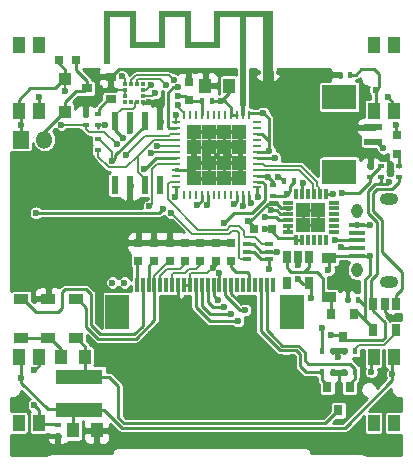
<source format=gbr>
G04 #@! TF.GenerationSoftware,KiCad,Pcbnew,(5.1.8)-1*
G04 #@! TF.CreationDate,2020-12-20T18:41:57-05:00*
G04 #@! TF.ProjectId,Watchy,57617463-6879-42e6-9b69-6361645f7063,rev?*
G04 #@! TF.SameCoordinates,Original*
G04 #@! TF.FileFunction,Copper,L1,Top*
G04 #@! TF.FilePolarity,Positive*
%FSLAX46Y46*%
G04 Gerber Fmt 4.6, Leading zero omitted, Abs format (unit mm)*
G04 Created by KiCad (PCBNEW (5.1.8)-1) date 2020-12-20 18:41:57*
%MOMM*%
%LPD*%
G01*
G04 APERTURE LIST*
G04 #@! TA.AperFunction,EtchedComponent*
%ADD10C,0.100000*%
G04 #@! TD*
G04 #@! TA.AperFunction,SMDPad,CuDef*
%ADD11O,0.950000X1.250000*%
G04 #@! TD*
G04 #@! TA.AperFunction,SMDPad,CuDef*
%ADD12O,1.550000X1.000000*%
G04 #@! TD*
G04 #@! TA.AperFunction,SMDPad,CuDef*
%ADD13R,1.350000X0.400000*%
G04 #@! TD*
G04 #@! TA.AperFunction,ComponentPad*
%ADD14O,0.950000X1.250000*%
G04 #@! TD*
G04 #@! TA.AperFunction,ComponentPad*
%ADD15O,1.550000X1.000000*%
G04 #@! TD*
G04 #@! TA.AperFunction,SMDPad,CuDef*
%ADD16R,0.800000X0.750000*%
G04 #@! TD*
G04 #@! TA.AperFunction,SMDPad,CuDef*
%ADD17R,1.000000X1.400000*%
G04 #@! TD*
G04 #@! TA.AperFunction,SMDPad,CuDef*
%ADD18R,0.350000X0.375000*%
G04 #@! TD*
G04 #@! TA.AperFunction,SMDPad,CuDef*
%ADD19R,0.375000X0.350000*%
G04 #@! TD*
G04 #@! TA.AperFunction,SMDPad,CuDef*
%ADD20R,2.000000X3.000000*%
G04 #@! TD*
G04 #@! TA.AperFunction,SMDPad,CuDef*
%ADD21R,0.300000X1.300000*%
G04 #@! TD*
G04 #@! TA.AperFunction,SMDPad,CuDef*
%ADD22R,2.900000X2.100000*%
G04 #@! TD*
G04 #@! TA.AperFunction,SMDPad,CuDef*
%ADD23R,1.600000X0.500000*%
G04 #@! TD*
G04 #@! TA.AperFunction,SMDPad,CuDef*
%ADD24R,0.600000X0.400000*%
G04 #@! TD*
G04 #@! TA.AperFunction,SMDPad,CuDef*
%ADD25R,1.300000X1.300000*%
G04 #@! TD*
G04 #@! TA.AperFunction,SMDPad,CuDef*
%ADD26R,0.300000X0.850000*%
G04 #@! TD*
G04 #@! TA.AperFunction,SMDPad,CuDef*
%ADD27R,0.850000X0.300000*%
G04 #@! TD*
G04 #@! TA.AperFunction,SMDPad,CuDef*
%ADD28R,0.400000X0.600000*%
G04 #@! TD*
G04 #@! TA.AperFunction,SMDPad,CuDef*
%ADD29R,0.750000X0.800000*%
G04 #@! TD*
G04 #@! TA.AperFunction,SMDPad,CuDef*
%ADD30R,1.000000X1.250000*%
G04 #@! TD*
G04 #@! TA.AperFunction,SMDPad,CuDef*
%ADD31R,1.200000X0.900000*%
G04 #@! TD*
G04 #@! TA.AperFunction,SMDPad,CuDef*
%ADD32R,0.800000X0.800000*%
G04 #@! TD*
G04 #@! TA.AperFunction,SMDPad,CuDef*
%ADD33R,1.100000X1.100000*%
G04 #@! TD*
G04 #@! TA.AperFunction,SMDPad,CuDef*
%ADD34R,3.900000X1.200000*%
G04 #@! TD*
G04 #@! TA.AperFunction,SMDPad,CuDef*
%ADD35R,0.800000X0.900000*%
G04 #@! TD*
G04 #@! TA.AperFunction,SMDPad,CuDef*
%ADD36R,0.900000X0.800000*%
G04 #@! TD*
G04 #@! TA.AperFunction,SMDPad,CuDef*
%ADD37R,1.287500X1.287500*%
G04 #@! TD*
G04 #@! TA.AperFunction,SMDPad,CuDef*
%ADD38R,0.700000X0.250000*%
G04 #@! TD*
G04 #@! TA.AperFunction,SMDPad,CuDef*
%ADD39R,0.250000X0.700000*%
G04 #@! TD*
G04 #@! TA.AperFunction,SMDPad,CuDef*
%ADD40R,0.650000X1.060000*%
G04 #@! TD*
G04 #@! TA.AperFunction,SMDPad,CuDef*
%ADD41R,0.650000X0.400000*%
G04 #@! TD*
G04 #@! TA.AperFunction,SMDPad,CuDef*
%ADD42R,0.600000X1.550000*%
G04 #@! TD*
G04 #@! TA.AperFunction,SMDPad,CuDef*
%ADD43R,1.350000X1.500000*%
G04 #@! TD*
G04 #@! TA.AperFunction,SMDPad,CuDef*
%ADD44O,1.350000X1.500000*%
G04 #@! TD*
G04 #@! TA.AperFunction,SMDPad,CuDef*
%ADD45R,0.500000X0.500000*%
G04 #@! TD*
G04 #@! TA.AperFunction,SMDPad,CuDef*
%ADD46R,0.900000X0.500000*%
G04 #@! TD*
G04 #@! TA.AperFunction,ViaPad*
%ADD47C,0.600000*%
G04 #@! TD*
G04 #@! TA.AperFunction,Conductor*
%ADD48C,0.350000*%
G04 #@! TD*
G04 #@! TA.AperFunction,Conductor*
%ADD49C,0.250000*%
G04 #@! TD*
G04 #@! TA.AperFunction,Conductor*
%ADD50C,0.900000*%
G04 #@! TD*
G04 #@! TA.AperFunction,Conductor*
%ADD51C,0.200000*%
G04 #@! TD*
G04 #@! TA.AperFunction,Conductor*
%ADD52C,0.152400*%
G04 #@! TD*
G04 #@! TA.AperFunction,Conductor*
%ADD53C,0.300000*%
G04 #@! TD*
G04 #@! TA.AperFunction,Conductor*
%ADD54C,0.500000*%
G04 #@! TD*
G04 #@! TA.AperFunction,Conductor*
%ADD55C,0.254000*%
G04 #@! TD*
G04 #@! TA.AperFunction,Conductor*
%ADD56C,0.100000*%
G04 #@! TD*
G04 APERTURE END LIST*
D10*
G36*
X77425000Y-74780000D02*
G01*
X77425000Y-78720000D01*
X76925000Y-78720000D01*
X76925000Y-74780000D01*
X77425000Y-74780000D01*
G37*
G36*
X79625000Y-74280000D02*
G01*
X79625000Y-74780000D01*
X76925000Y-74780000D01*
X76925000Y-74280000D01*
X79625000Y-74280000D01*
G37*
G36*
X79625000Y-74780000D02*
G01*
X79625000Y-77420000D01*
X79125000Y-77420000D01*
X79125000Y-74780000D01*
X79625000Y-74780000D01*
G37*
G36*
X81625000Y-76920000D02*
G01*
X81625000Y-77420000D01*
X79625000Y-77420000D01*
X79625000Y-76920000D01*
X81625000Y-76920000D01*
G37*
G36*
X82125000Y-74780000D02*
G01*
X82125000Y-77420000D01*
X81625000Y-77420000D01*
X81625000Y-74780000D01*
X82125000Y-74780000D01*
G37*
G36*
X84325000Y-74280000D02*
G01*
X84325000Y-74780000D01*
X81625000Y-74780000D01*
X81625000Y-74280000D01*
X84325000Y-74280000D01*
G37*
G36*
X84325000Y-74780000D02*
G01*
X84325000Y-77420000D01*
X83825000Y-77420000D01*
X83825000Y-74780000D01*
X84325000Y-74780000D01*
G37*
G36*
X86275000Y-76920000D02*
G01*
X86275000Y-77420000D01*
X84275000Y-77420000D01*
X84275000Y-76920000D01*
X86275000Y-76920000D01*
G37*
G36*
X86775000Y-74780000D02*
G01*
X86775000Y-77420000D01*
X86275000Y-77420000D01*
X86275000Y-74780000D01*
X86775000Y-74780000D01*
G37*
G36*
X91275000Y-74280000D02*
G01*
X91275000Y-74780000D01*
X86275000Y-74780000D01*
X86275000Y-74280000D01*
X91275000Y-74280000D01*
G37*
G36*
X91275000Y-74780000D02*
G01*
X91275000Y-79680000D01*
X90375000Y-79680000D01*
X90375000Y-74780000D01*
X91275000Y-74780000D01*
G37*
G36*
X88975000Y-74780000D02*
G01*
X88975000Y-79680000D01*
X88475000Y-79680000D01*
X88475000Y-74780000D01*
X88975000Y-74780000D01*
G37*
D11*
X98350000Y-91180000D03*
X98350000Y-96180000D03*
D12*
X101050000Y-90180000D03*
X101050000Y-97180000D03*
D13*
X98350000Y-94980000D03*
X98350000Y-94330000D03*
X98350000Y-93680000D03*
X98350000Y-93030000D03*
X98350000Y-92380000D03*
D14*
X98350000Y-96180000D03*
X98350000Y-91180000D03*
D15*
X101050000Y-97180000D03*
X101050000Y-90180000D03*
D16*
X73110000Y-78400000D03*
X74610000Y-78400000D03*
D17*
X69730000Y-82730000D03*
X69730000Y-77130000D03*
X71430000Y-82730000D03*
X71430000Y-77130000D03*
X69730000Y-109130000D03*
X69730000Y-103530000D03*
X71430000Y-109130000D03*
X71430000Y-103530000D03*
X101470000Y-77130000D03*
X101470000Y-82730000D03*
X99770000Y-77130000D03*
X99770000Y-82730000D03*
X101470000Y-103530000D03*
X101470000Y-109130000D03*
X99770000Y-103530000D03*
X99770000Y-109130000D03*
D18*
X79710000Y-81982500D03*
X79210000Y-81982500D03*
X79210000Y-80457500D03*
X79710000Y-80457500D03*
D19*
X78697500Y-81970000D03*
X80222500Y-81970000D03*
X78697500Y-80470000D03*
X80222500Y-80470000D03*
X78697500Y-80970000D03*
X78697500Y-81470000D03*
X80222500Y-80970000D03*
X80222500Y-81470000D03*
D20*
X78075000Y-99770000D03*
X92875000Y-99770000D03*
D21*
X91225000Y-97420000D03*
X90725000Y-97420000D03*
X90225000Y-97420000D03*
X89725000Y-97420000D03*
X89225000Y-97420000D03*
X88725000Y-97420000D03*
X88225000Y-97420000D03*
X87725000Y-97420000D03*
X83225000Y-97420000D03*
X82725000Y-97420000D03*
X82225000Y-97420000D03*
X80225000Y-97420000D03*
X79725000Y-97420000D03*
X80725000Y-97420000D03*
X81225000Y-97420000D03*
X81725000Y-97420000D03*
X85725000Y-97420000D03*
X85225000Y-97420000D03*
X84725000Y-97420000D03*
X83725000Y-97420000D03*
X84225000Y-97420000D03*
X86225000Y-97420000D03*
X86725000Y-97420000D03*
X87225000Y-97420000D03*
D22*
X96880000Y-87877000D03*
X96880000Y-81545000D03*
D23*
X99730000Y-84095000D03*
X99730000Y-85345000D03*
D24*
X100400000Y-88280000D03*
X100400000Y-87380000D03*
D25*
X93810000Y-91080000D03*
X93810000Y-92380000D03*
X95110000Y-91080000D03*
X95110000Y-92380000D03*
D26*
X93210000Y-89780000D03*
X93710000Y-89780000D03*
X94210000Y-89780000D03*
X94710000Y-89780000D03*
X95210000Y-89780000D03*
X95710000Y-89780000D03*
D27*
X96410000Y-90480000D03*
X96410000Y-90980000D03*
X96410000Y-91480000D03*
X96410000Y-91980000D03*
X96410000Y-92480000D03*
X96410000Y-92980000D03*
D26*
X95710000Y-93680000D03*
X95210000Y-93680000D03*
X94710000Y-93680000D03*
X94210000Y-93680000D03*
X93710000Y-93680000D03*
X93210000Y-93680000D03*
D27*
X92510000Y-92980000D03*
X92510000Y-92480000D03*
X92510000Y-91980000D03*
X92510000Y-91480000D03*
X92510000Y-90980000D03*
X92510000Y-90480000D03*
D28*
X98200000Y-103040000D03*
X97300000Y-103040000D03*
D16*
X89660000Y-92690000D03*
X91160000Y-92690000D03*
D29*
X84120000Y-80300000D03*
X84120000Y-81800000D03*
X87710000Y-93890000D03*
X87710000Y-95390000D03*
D30*
X73330000Y-103520000D03*
X75330000Y-103520000D03*
X76330000Y-109770000D03*
X74330000Y-109770000D03*
D29*
X82510000Y-93890000D03*
X82510000Y-95390000D03*
X85110000Y-95390000D03*
X85110000Y-93890000D03*
X86410000Y-95390000D03*
X86410000Y-93890000D03*
X83810000Y-93890000D03*
X83810000Y-95390000D03*
X81160000Y-95390000D03*
X81160000Y-93890000D03*
X79860000Y-93890000D03*
X79860000Y-95390000D03*
D30*
X85520000Y-80580000D03*
X87520000Y-80580000D03*
D31*
X69950000Y-101940000D03*
X69950000Y-98640000D03*
X72250000Y-101940000D03*
X72250000Y-98640000D03*
X74550000Y-98640000D03*
X74550000Y-101940000D03*
X95970000Y-95180000D03*
X95970000Y-98480000D03*
D32*
X101740000Y-84780000D03*
X101740000Y-86380000D03*
D33*
X73610000Y-82805000D03*
X73610000Y-80005000D03*
D34*
X74830000Y-108040000D03*
X74830000Y-105240000D03*
D35*
X96800000Y-108080000D03*
X95850000Y-106080000D03*
X97750000Y-106080000D03*
X98100000Y-99880000D03*
X96200000Y-99880000D03*
X97150000Y-101880000D03*
D36*
X77510000Y-81750000D03*
X77510000Y-79850000D03*
X75510000Y-80800000D03*
D28*
X85220000Y-81920000D03*
X86120000Y-81920000D03*
D24*
X91250000Y-88990000D03*
X91250000Y-89890000D03*
D28*
X93060000Y-88630000D03*
X92160000Y-88630000D03*
X95400000Y-103040000D03*
X96300000Y-103040000D03*
X97810000Y-79670000D03*
X96910000Y-79670000D03*
D24*
X75390000Y-82980000D03*
X75390000Y-83880000D03*
D28*
X98200000Y-104830000D03*
X97300000Y-104830000D03*
X95400000Y-104830000D03*
X96300000Y-104830000D03*
D24*
X73050000Y-110220000D03*
X73050000Y-109320000D03*
X99500000Y-88280000D03*
X99500000Y-87380000D03*
D28*
X97570000Y-98710000D03*
X98470000Y-98710000D03*
D24*
X101940000Y-87380000D03*
X101940000Y-88280000D03*
X76450000Y-82980000D03*
X76450000Y-83880000D03*
D37*
X88405000Y-84520000D03*
X87117500Y-84520000D03*
X85830000Y-84520000D03*
X84542500Y-84520000D03*
X88405000Y-85807500D03*
X87117500Y-85807500D03*
X85830000Y-85807500D03*
X84542500Y-85807500D03*
X88405000Y-87095000D03*
X87117500Y-87095000D03*
X85830000Y-87095000D03*
X84542500Y-87095000D03*
X88405000Y-88382500D03*
X87117500Y-88382500D03*
X85830000Y-88382500D03*
X84542500Y-88382500D03*
D38*
X89873750Y-83701250D03*
X89873750Y-84201250D03*
X89873750Y-84701250D03*
X89873750Y-85201250D03*
X89873750Y-85701250D03*
X89873750Y-86201250D03*
X89873750Y-86701250D03*
X89873750Y-87201250D03*
X89873750Y-87701250D03*
X89873750Y-88201250D03*
X89873750Y-88701250D03*
X89873750Y-89201250D03*
D39*
X89223750Y-89851250D03*
X88723750Y-89851250D03*
X88223750Y-89851250D03*
X87723750Y-89851250D03*
X87223750Y-89851250D03*
X86723750Y-89851250D03*
X86223750Y-89851250D03*
X85723750Y-89851250D03*
X85223750Y-89851250D03*
X84723750Y-89851250D03*
X84223750Y-89851250D03*
X83723750Y-89851250D03*
D38*
X83073750Y-89201250D03*
X83073750Y-88701250D03*
X83073750Y-88201250D03*
X83073750Y-87701250D03*
X83073750Y-87201250D03*
X83073750Y-86701250D03*
X83073750Y-86201250D03*
X83073750Y-85701250D03*
X83073750Y-85201250D03*
X83073750Y-84701250D03*
X83073750Y-84201250D03*
X83073750Y-83701250D03*
D39*
X83723750Y-83051250D03*
X84223750Y-83051250D03*
X84723750Y-83051250D03*
X85223750Y-83051250D03*
X85723750Y-83051250D03*
X86223750Y-83051250D03*
X86723750Y-83051250D03*
X87223750Y-83051250D03*
X87723750Y-83051250D03*
X88223750Y-83051250D03*
X88723750Y-83051250D03*
X89223750Y-83051250D03*
D40*
X94310000Y-95130000D03*
X93360000Y-95130000D03*
X92410000Y-95130000D03*
X92410000Y-97330000D03*
X94310000Y-97330000D03*
X101650000Y-101280000D03*
X99750000Y-101280000D03*
X99750000Y-99080000D03*
X100700000Y-99080000D03*
X101650000Y-99080000D03*
D41*
X89060000Y-95290000D03*
X89060000Y-93990000D03*
X90960000Y-94640000D03*
X89060000Y-94640000D03*
X90960000Y-93990000D03*
X90960000Y-95290000D03*
D42*
X77865000Y-83600000D03*
X79135000Y-83600000D03*
X80405000Y-83600000D03*
X81675000Y-83600000D03*
X81675000Y-89000000D03*
X80405000Y-89000000D03*
X79135000Y-89000000D03*
X77865000Y-89000000D03*
D24*
X76450000Y-85140000D03*
X76450000Y-86040000D03*
D43*
X69900000Y-85155000D03*
D44*
X71900000Y-85155000D03*
D45*
X88725000Y-79430000D03*
D46*
X90825000Y-79430000D03*
D47*
X78670000Y-97260000D03*
X77670000Y-97260000D03*
X90820000Y-80280000D03*
X84540000Y-84520000D03*
X87725000Y-79380000D03*
X86725000Y-79380000D03*
X85725000Y-79380000D03*
X84725000Y-79380000D03*
X83725000Y-79380000D03*
X90820000Y-81280000D03*
X91820000Y-79380000D03*
X92820000Y-79380000D03*
X92820000Y-80380000D03*
X91820000Y-80380000D03*
X92820000Y-81380000D03*
X91820000Y-81380000D03*
X92820000Y-82380000D03*
X91820000Y-82380000D03*
X92820000Y-83380000D03*
X91820000Y-83380000D03*
X89820000Y-80280000D03*
X89820000Y-81280000D03*
X72670000Y-92260000D03*
X78670000Y-92260000D03*
X77670000Y-92260000D03*
X76670000Y-92260000D03*
X74670000Y-92260000D03*
X75670000Y-92260000D03*
X73670000Y-92260000D03*
X78670000Y-93260000D03*
X77670000Y-93260000D03*
X75670000Y-93260000D03*
X72670000Y-93260000D03*
X76670000Y-93260000D03*
X73670000Y-93260000D03*
X74670000Y-93260000D03*
X77670000Y-94260000D03*
X73670000Y-94260000D03*
X74670000Y-94260000D03*
X72670000Y-94260000D03*
X75670000Y-94260000D03*
X78670000Y-94260000D03*
X76670000Y-94260000D03*
X72670000Y-95260000D03*
X77670000Y-95260000D03*
X74670000Y-95260000D03*
X76670000Y-95260000D03*
X73670000Y-95260000D03*
X78670000Y-95260000D03*
X75670000Y-95260000D03*
X77670000Y-96260000D03*
X76670000Y-96260000D03*
X78670000Y-96260000D03*
X72670000Y-96260000D03*
X73670000Y-96260000D03*
X75670000Y-96260000D03*
X74670000Y-96260000D03*
X73670000Y-97260000D03*
X75670000Y-97260000D03*
X74670000Y-97260000D03*
X72670000Y-97260000D03*
X76670000Y-97260000D03*
X79960000Y-102580000D03*
X80960000Y-102580000D03*
X81960000Y-102580000D03*
X82960000Y-102580000D03*
X83960000Y-102580000D03*
X84960000Y-102580000D03*
X85960000Y-102580000D03*
X86960000Y-102580000D03*
X87960000Y-102580000D03*
X88960000Y-102580000D03*
X89960000Y-102580000D03*
X78960000Y-103580000D03*
X79960000Y-103580000D03*
X80960000Y-103580000D03*
X81960000Y-103580000D03*
X82960000Y-103580000D03*
X83960000Y-103580000D03*
X84960000Y-103580000D03*
X85960000Y-103580000D03*
X86960000Y-103580000D03*
X87960000Y-103580000D03*
X88960000Y-103580000D03*
X89960000Y-103580000D03*
X90960000Y-103580000D03*
X91960000Y-103580000D03*
X92960000Y-103580000D03*
X78960000Y-104580000D03*
X79960000Y-104580000D03*
X80960000Y-104580000D03*
X81960000Y-104580000D03*
X82960000Y-104580000D03*
X83960000Y-104580000D03*
X84960000Y-104580000D03*
X85960000Y-104580000D03*
X86960000Y-104580000D03*
X87960000Y-104580000D03*
X88960000Y-104580000D03*
X89960000Y-104580000D03*
X90960000Y-104580000D03*
X91960000Y-104580000D03*
X92960000Y-104580000D03*
X78960000Y-105580000D03*
X79960000Y-105580000D03*
X80960000Y-105580000D03*
X81960000Y-105580000D03*
X82960000Y-105580000D03*
X83960000Y-105580000D03*
X84960000Y-105580000D03*
X85960000Y-105580000D03*
X86960000Y-105580000D03*
X87960000Y-105580000D03*
X88960000Y-105580000D03*
X89960000Y-105580000D03*
X90960000Y-105580000D03*
X91960000Y-105580000D03*
X92960000Y-105580000D03*
X78960000Y-106580000D03*
X79960000Y-106580000D03*
X80960000Y-106580000D03*
X81960000Y-106580000D03*
X82960000Y-106580000D03*
X83960000Y-106580000D03*
X84960000Y-106580000D03*
X85960000Y-106580000D03*
X86960000Y-106580000D03*
X87960000Y-106580000D03*
X88960000Y-106580000D03*
X89960000Y-106580000D03*
X90960000Y-106580000D03*
X91960000Y-106580000D03*
X92960000Y-106580000D03*
X81960000Y-101580000D03*
X83960000Y-101580000D03*
X82960000Y-101580000D03*
X86960000Y-101580000D03*
X85960000Y-101580000D03*
X84960000Y-101580000D03*
X82960000Y-100580000D03*
X83960000Y-100580000D03*
X84960000Y-100580000D03*
X81960000Y-100580000D03*
X83960000Y-99580000D03*
X81960000Y-99580000D03*
X82960000Y-99580000D03*
X81960000Y-98580000D03*
X83960000Y-98580000D03*
X82960000Y-98580000D03*
X83960000Y-107580000D03*
X84960000Y-107580000D03*
X85960000Y-107580000D03*
X79960000Y-107580000D03*
X80960000Y-107580000D03*
X78960000Y-107580000D03*
X81960000Y-107580000D03*
X82960000Y-107580000D03*
X86960000Y-107580000D03*
X91960000Y-107580000D03*
X90960000Y-107580000D03*
X87960000Y-107580000D03*
X88960000Y-107580000D03*
X92960000Y-107580000D03*
X89960000Y-107580000D03*
X84960000Y-108580000D03*
X88960000Y-108580000D03*
X79960000Y-108580000D03*
X83960000Y-108580000D03*
X92960000Y-108580000D03*
X89960000Y-108580000D03*
X82960000Y-108580000D03*
X78960000Y-108580000D03*
X85960000Y-108580000D03*
X86960000Y-108580000D03*
X81960000Y-108580000D03*
X91960000Y-108580000D03*
X80960000Y-108580000D03*
X90960000Y-108580000D03*
X87960000Y-108580000D03*
X84540000Y-85520000D03*
X84540000Y-86520000D03*
X85540000Y-84520000D03*
X85540000Y-86520000D03*
X85540000Y-85520000D03*
X86540000Y-85520000D03*
X86540000Y-86520000D03*
X86540000Y-84520000D03*
X87540000Y-84520000D03*
X87540000Y-86520000D03*
X87540000Y-85520000D03*
X88540000Y-84520000D03*
X88540000Y-85520000D03*
X89647600Y-99020000D03*
X80960000Y-101580000D03*
X84960000Y-110630000D03*
X80960000Y-110630000D03*
X86960000Y-110630000D03*
X85960000Y-110630000D03*
X92960000Y-110630000D03*
X90960000Y-110630000D03*
X83960000Y-110630000D03*
X81960000Y-110630000D03*
X79960000Y-110630000D03*
X78960000Y-110630000D03*
X88960000Y-110630000D03*
X82960000Y-110630000D03*
X87960000Y-110630000D03*
X89960000Y-110630000D03*
X91960000Y-110630000D03*
X96750000Y-103552600D03*
X101130000Y-100180000D03*
X99480001Y-92380000D03*
X72670000Y-92260000D03*
X69942600Y-91220000D03*
X69942600Y-93220000D03*
X69942600Y-94220000D03*
X69942600Y-95220000D03*
X69942600Y-96220000D03*
X69942600Y-92220000D03*
X69942600Y-97220000D03*
X71670000Y-97260000D03*
X71670000Y-94260000D03*
X71670000Y-95260000D03*
X71670000Y-96260000D03*
X71670000Y-93260000D03*
X93820000Y-79380000D03*
X93820000Y-80380000D03*
X93820000Y-81380000D03*
X93820000Y-82380000D03*
X93820000Y-83380000D03*
X94820000Y-81380000D03*
X94820000Y-82380000D03*
X94820000Y-80380000D03*
X94820000Y-79380000D03*
X94820000Y-83380000D03*
X93960000Y-107580000D03*
X93960000Y-105580000D03*
X93960000Y-108580000D03*
X93960000Y-110630000D03*
X94960000Y-110430000D03*
X95960000Y-110430000D03*
X96960000Y-110430000D03*
X97960000Y-110430000D03*
X98960000Y-110430000D03*
X99960000Y-110430000D03*
X94960000Y-111430000D03*
X98960000Y-111430000D03*
X95960000Y-111430000D03*
X97960000Y-111430000D03*
X96960000Y-111430000D03*
X99960000Y-111430000D03*
X100960000Y-111430000D03*
X77960000Y-104580000D03*
X76960000Y-103580000D03*
X77960000Y-103580000D03*
X77960000Y-110630000D03*
X71460000Y-110430000D03*
X70460000Y-110430000D03*
X69460000Y-110430000D03*
X71460000Y-111430000D03*
X70460000Y-111430000D03*
X69460000Y-111430000D03*
X72460000Y-111430000D03*
X73460000Y-111430000D03*
X74460000Y-111430000D03*
X75460000Y-111430000D03*
X76460000Y-111430000D03*
X77460000Y-111430000D03*
X95820000Y-83380000D03*
X96820000Y-83380000D03*
X97820000Y-83380000D03*
X97820000Y-84380000D03*
X96820000Y-84380000D03*
X95820000Y-84380000D03*
X93820000Y-84380000D03*
X94820000Y-84380000D03*
X97820000Y-85380000D03*
X96820000Y-85380000D03*
X93820000Y-85380000D03*
X94820000Y-85380000D03*
X95820000Y-85380000D03*
X92820000Y-84380000D03*
X89110931Y-92080445D03*
X93360000Y-95807988D03*
X75670000Y-92260000D03*
X79670000Y-92260000D03*
X80670000Y-92260000D03*
X80670000Y-92260000D03*
X94960000Y-108580000D03*
X94960000Y-107580000D03*
X93960000Y-106580000D03*
X97650000Y-97810000D03*
X100960000Y-110430000D03*
X101960000Y-111430000D03*
X101960000Y-110430000D03*
X76580000Y-80800000D03*
X80738983Y-81998600D03*
X96820000Y-85380000D03*
X97820000Y-85380000D03*
X95820000Y-85380000D03*
X69942600Y-90220000D03*
X69942600Y-89220000D03*
X69942600Y-88220000D03*
X69942600Y-87220000D03*
X71670000Y-92260000D03*
X71292600Y-87220000D03*
X71292600Y-89220000D03*
X71292600Y-90220000D03*
X71292600Y-88220000D03*
X72292600Y-89220000D03*
X72292600Y-87220000D03*
X72292600Y-90220000D03*
X72292600Y-88220000D03*
X73292600Y-90220000D03*
X73292600Y-88220000D03*
X73292600Y-87220000D03*
X73292600Y-89220000D03*
X74292600Y-89220000D03*
X74292600Y-87220000D03*
X74292600Y-90220000D03*
X74292600Y-88220000D03*
X75292600Y-89220000D03*
X75292600Y-87220000D03*
X75292600Y-88220000D03*
X75292600Y-90220000D03*
X76292600Y-90220000D03*
X76292600Y-89220000D03*
X76292600Y-88220000D03*
X76292600Y-87220000D03*
X74292600Y-86220000D03*
X75292600Y-86220000D03*
X75292600Y-85220000D03*
X74292600Y-85220000D03*
X73292600Y-85220000D03*
X73292600Y-86220000D03*
X82664439Y-91365561D03*
X83240000Y-81477597D03*
X86830000Y-81920000D03*
X90950000Y-86123850D03*
X90424264Y-82900000D03*
X80337400Y-87615464D03*
X90000000Y-89980000D03*
X86140165Y-95980521D03*
X92450000Y-89720000D03*
X100970000Y-81560000D03*
X94480000Y-98520000D03*
X69940000Y-105306554D03*
X101370000Y-105000000D03*
X93387830Y-96962789D03*
X69900000Y-83880000D03*
X78470000Y-79790000D03*
X80910000Y-80538600D03*
X73610000Y-81060000D03*
X99480000Y-94990000D03*
X101699806Y-83922208D03*
X95947624Y-96187624D03*
X90570000Y-92690000D03*
X88884536Y-99580000D03*
X87130000Y-92195817D03*
X84850000Y-90710000D03*
X86720000Y-96460000D03*
X85665035Y-90710000D03*
X86574935Y-98765142D03*
X88300000Y-100510000D03*
X89425032Y-90557400D03*
X87729735Y-99932600D03*
X88716879Y-90811619D03*
X87152335Y-99342542D03*
X87964449Y-90638606D03*
X90610000Y-91720000D03*
X96990000Y-94257400D03*
X91116337Y-91142600D03*
X96501829Y-93680000D03*
X96310000Y-89790000D03*
X90960000Y-96070000D03*
X91581192Y-94642360D03*
X93780000Y-88860000D03*
X91414509Y-86715745D03*
X91660000Y-88277829D03*
X79136621Y-84436620D03*
X81267583Y-81207316D03*
X79140000Y-83074609D03*
X90842170Y-88277830D03*
X78551620Y-85021620D03*
X78780188Y-86460001D03*
X99570000Y-104810000D03*
X95400000Y-101087401D03*
X99940000Y-80980000D03*
X83240000Y-80725194D03*
X83240000Y-82230000D03*
X78019592Y-85553649D03*
X71430000Y-81530000D03*
X73350000Y-83880000D03*
X96138438Y-101664801D03*
X101118370Y-88755062D03*
X100602220Y-85880000D03*
X77622228Y-86973162D03*
X82950000Y-89980000D03*
X81936470Y-91029895D03*
X71020000Y-104690000D03*
X71021307Y-107628693D03*
X71192599Y-91352391D03*
X97110000Y-89660000D03*
X83080000Y-83070000D03*
X77050000Y-83880000D03*
X80781669Y-90784819D03*
X80960877Y-86277991D03*
X82836199Y-80090326D03*
X81416472Y-85672650D03*
X82212780Y-80511583D03*
D48*
X88405000Y-84120000D02*
X88405000Y-84115000D01*
X88405000Y-84115000D02*
X88410000Y-84110000D01*
D49*
X87725000Y-96920000D02*
X87725000Y-97820000D01*
X84542500Y-84520000D02*
X84540000Y-84520000D01*
X83073750Y-87701250D02*
X84448750Y-87701250D01*
D50*
X90825000Y-80275000D02*
X90820000Y-80280000D01*
X90825000Y-79430000D02*
X90825000Y-80275000D01*
D49*
X87725000Y-97420000D02*
X87725000Y-98219322D01*
X89630199Y-99002599D02*
X89647600Y-99020000D01*
X88508277Y-99002599D02*
X89630199Y-99002599D01*
X87725000Y-98219322D02*
X88508277Y-99002599D01*
X89660000Y-92590000D02*
X89748534Y-92590000D01*
X92510000Y-90980000D02*
X91973185Y-90980000D01*
X91973185Y-90980000D02*
X91558384Y-90565199D01*
X96300000Y-104830000D02*
X96810000Y-104830000D01*
X96810000Y-104830000D02*
X97240000Y-104830000D01*
X96300000Y-103030000D02*
X96750000Y-103030000D01*
X96750000Y-103030000D02*
X97210000Y-103030000D01*
X96750000Y-103030000D02*
X96750000Y-103552600D01*
X97650000Y-98730000D02*
X97650000Y-97810000D01*
X100700000Y-99080000D02*
X100700000Y-99750000D01*
X100700000Y-99750000D02*
X101130000Y-100180000D01*
X98350000Y-92380000D02*
X99480001Y-92380000D01*
X95599322Y-107580000D02*
X92960000Y-107580000D01*
X96510000Y-107110000D02*
X96069322Y-107110000D01*
X96069322Y-107110000D02*
X95599322Y-107580000D01*
X96810000Y-104830000D02*
X96810000Y-106810000D01*
X96810000Y-106810000D02*
X96510000Y-107110000D01*
X89660000Y-92590000D02*
X89620486Y-92590000D01*
X89620486Y-92590000D02*
X89110931Y-92080445D01*
X89325634Y-92080445D02*
X89110931Y-92080445D01*
X90840880Y-90565199D02*
X89325634Y-92080445D01*
D51*
X93360000Y-95190000D02*
X93360000Y-94859322D01*
D49*
X93360000Y-95190000D02*
X93360000Y-95807988D01*
X90840880Y-90565199D02*
X91558384Y-90565199D01*
D52*
X76590000Y-80810000D02*
X76580000Y-80800000D01*
D49*
X81675000Y-83600000D02*
X81670000Y-83600000D01*
X81675000Y-83600000D02*
X81592833Y-83600000D01*
X81592833Y-83600000D02*
X81582833Y-83610000D01*
D52*
X80222500Y-81970000D02*
X81008618Y-81970000D01*
X81008618Y-81970000D02*
X81037218Y-81998600D01*
X81675000Y-82636382D02*
X81037218Y-81998600D01*
X81675000Y-83600000D02*
X81675000Y-82636382D01*
X81037218Y-81998600D02*
X80738983Y-81998600D01*
D49*
X75390000Y-82980000D02*
X75390000Y-82280000D01*
X77560000Y-79850000D02*
X78250000Y-79160000D01*
X77510000Y-79850000D02*
X77560000Y-79850000D01*
X78250000Y-79160000D02*
X78520000Y-79160000D01*
D52*
X78697500Y-81297400D02*
X78700000Y-81299900D01*
X78697500Y-80970000D02*
X78697500Y-81297400D01*
X78700000Y-81299900D02*
X78700000Y-81566399D01*
X76750000Y-80970000D02*
X76580000Y-80800000D01*
X78697500Y-80970000D02*
X76750000Y-80970000D01*
D49*
X85220000Y-81920000D02*
X85220000Y-83050000D01*
X85220000Y-81920000D02*
X84170000Y-81920000D01*
X84120000Y-81800000D02*
X84030000Y-81800000D01*
X84120000Y-81800000D02*
X83885334Y-81565334D01*
D51*
X84436478Y-93137600D02*
X82664439Y-91365561D01*
X87791752Y-92850000D02*
X87504154Y-93137600D01*
X87504154Y-93137600D02*
X84436478Y-93137600D01*
X89040000Y-95290000D02*
X88535000Y-95290000D01*
X88535000Y-95290000D02*
X88410000Y-95165000D01*
X88230000Y-92850000D02*
X87791752Y-92850000D01*
X88410000Y-95165000D02*
X88410000Y-93030000D01*
X88410000Y-93030000D02*
X88230000Y-92850000D01*
D49*
X84120000Y-81800000D02*
X83797597Y-81477597D01*
X83797597Y-81477597D02*
X83240000Y-81477597D01*
X90000000Y-82900000D02*
X89575736Y-82900000D01*
X89575736Y-82900000D02*
X89260000Y-82900000D01*
X89873750Y-89201250D02*
X89873750Y-89853750D01*
X90878750Y-85801250D02*
X90880000Y-85800000D01*
X89873750Y-84701250D02*
X90348072Y-84701250D01*
X90424264Y-82900000D02*
X90880000Y-83355736D01*
X90000000Y-82900000D02*
X90424264Y-82900000D01*
X86120000Y-81920000D02*
X86830000Y-81920000D01*
X87192500Y-81920000D02*
X86830000Y-81920000D01*
X87723750Y-82451250D02*
X87192500Y-81920000D01*
X87723750Y-83051250D02*
X87723750Y-82451250D01*
X88098750Y-83051250D02*
X88100000Y-83050000D01*
X87723750Y-83051250D02*
X88098750Y-83051250D01*
X88100000Y-83050000D02*
X88200000Y-83050000D01*
X90872600Y-86201250D02*
X90950000Y-86123850D01*
X89873750Y-86201250D02*
X90872600Y-86201250D01*
X90880000Y-86053850D02*
X90950000Y-86123850D01*
X90880000Y-85233178D02*
X90880000Y-86053850D01*
X87520000Y-81230000D02*
X86830000Y-81920000D01*
X87520000Y-80580000D02*
X87520000Y-81230000D01*
X80439923Y-87615464D02*
X80337400Y-87615464D01*
X83073750Y-86701250D02*
X81354137Y-86701250D01*
X81354137Y-86701250D02*
X80439923Y-87615464D01*
X90348072Y-84701250D02*
X90356822Y-84710000D01*
X90880000Y-85233178D02*
X90348072Y-84701250D01*
X90880000Y-85233178D02*
X90880000Y-83355736D01*
X86410000Y-95390000D02*
X86410000Y-95710686D01*
X86410000Y-95710686D02*
X86140165Y-95980521D01*
X74330000Y-109770000D02*
X74330000Y-108330000D01*
X69940000Y-103530000D02*
X69940000Y-105306554D01*
X72633446Y-108000000D02*
X73500000Y-108000000D01*
X83725000Y-97420000D02*
X84125000Y-97420000D01*
X86410000Y-95390000D02*
X86504554Y-95390000D01*
X92280000Y-89890000D02*
X92450000Y-89720000D01*
X91360000Y-89890000D02*
X92280000Y-89890000D01*
X74830000Y-108040000D02*
X76560908Y-108040000D01*
X94480000Y-98520000D02*
X94480000Y-98095736D01*
X94480000Y-98095736D02*
X94480000Y-97670000D01*
X78440718Y-109559811D02*
X76920907Y-108040000D01*
X97320189Y-109559811D02*
X78440718Y-109559811D01*
X76920907Y-108040000D02*
X74830000Y-108040000D01*
X101370000Y-105510000D02*
X97320189Y-109559811D01*
X101370000Y-105000000D02*
X101370000Y-105510000D01*
X101370000Y-81960000D02*
X100970000Y-81560000D01*
X101370000Y-82720000D02*
X101370000Y-81960000D01*
X69940000Y-105730818D02*
X72209182Y-108000000D01*
X72209182Y-108000000D02*
X72633446Y-108000000D01*
X69940000Y-105306554D02*
X69940000Y-105730818D01*
D51*
X84225000Y-96570000D02*
X84335000Y-96460000D01*
X84225000Y-97420000D02*
X84225000Y-96570000D01*
X85660686Y-96460000D02*
X86140165Y-95980521D01*
X84335000Y-96460000D02*
X85660686Y-96460000D01*
D49*
X94310000Y-97390000D02*
X94310000Y-97080000D01*
X94310000Y-97390000D02*
X94310000Y-97367359D01*
X94310000Y-97390000D02*
X93815041Y-97390000D01*
X93815041Y-97390000D02*
X93387830Y-96962789D01*
X93060000Y-88710000D02*
X93060000Y-88630000D01*
X92710000Y-89060000D02*
X93060000Y-88710000D01*
X92710000Y-89470000D02*
X92710000Y-89060000D01*
X92450000Y-89720000D02*
X92460000Y-89720000D01*
X92460000Y-89720000D02*
X92710000Y-89470000D01*
X73610000Y-79205000D02*
X73060000Y-78655000D01*
X73610000Y-80005000D02*
X73610000Y-79205000D01*
X69730000Y-81780000D02*
X70700000Y-80810000D01*
X69730000Y-82730000D02*
X69730000Y-81780000D01*
X70700000Y-80810000D02*
X72810000Y-80810000D01*
X72810000Y-80810000D02*
X73480000Y-80140000D01*
X69900000Y-83880000D02*
X69900000Y-82650000D01*
X69900000Y-85155000D02*
X69900000Y-83880000D01*
D52*
X80222500Y-80970000D02*
X80478600Y-80970000D01*
X80478600Y-80970000D02*
X80910000Y-80538600D01*
X73610000Y-80005000D02*
X73610000Y-81060000D01*
D49*
X101370000Y-105000000D02*
X101370000Y-103450000D01*
D52*
X78697500Y-80017500D02*
X78470000Y-79790000D01*
X78697500Y-80470000D02*
X78697500Y-80017500D01*
D49*
X81220000Y-100465446D02*
X81220000Y-97020000D01*
X79682849Y-102002597D02*
X81220000Y-100465446D01*
X76413504Y-102002597D02*
X79682849Y-102002597D01*
X75427401Y-101016494D02*
X76413504Y-102002597D01*
X75427401Y-99387401D02*
X75427401Y-101016494D01*
X74550000Y-98510000D02*
X75427401Y-99387401D01*
D51*
X81225000Y-96667295D02*
X81579028Y-96313268D01*
X81225000Y-97420000D02*
X81225000Y-96667295D01*
X81579028Y-96313268D02*
X82382296Y-95510000D01*
D49*
X80220000Y-100896354D02*
X79516165Y-101600189D01*
X80220000Y-97020000D02*
X80220000Y-100896354D01*
X79516165Y-101600189D02*
X79509811Y-101600189D01*
X73817401Y-97837401D02*
X73782599Y-97837401D01*
X78400189Y-101600189D02*
X79516165Y-101600189D01*
X76580189Y-101600189D02*
X78400189Y-101600189D01*
X75829811Y-98219811D02*
X75829811Y-100849811D01*
X75829811Y-100849811D02*
X76580189Y-101600189D01*
X75447401Y-97837401D02*
X75829811Y-98219811D01*
X73817401Y-97837401D02*
X75447401Y-97837401D01*
X73400000Y-98050000D02*
X73400000Y-99039322D01*
X73817401Y-97837401D02*
X73612599Y-97837401D01*
X73400000Y-99039322D02*
X73400000Y-99130000D01*
X73612599Y-97837401D02*
X73400000Y-98050000D01*
X70860000Y-99410000D02*
X70090000Y-98640000D01*
X71170000Y-99720000D02*
X70860000Y-99410000D01*
X73070000Y-99720000D02*
X71170000Y-99720000D01*
X73400000Y-99039322D02*
X73400000Y-99390000D01*
X73400000Y-99390000D02*
X73070000Y-99720000D01*
X93210000Y-93690000D02*
X93660000Y-93690000D01*
X97425000Y-94980000D02*
X96200000Y-94980000D01*
X98350000Y-94980000D02*
X97425000Y-94980000D01*
X98350000Y-94980000D02*
X97875000Y-94980000D01*
X98350000Y-94980000D02*
X98825000Y-94980000D01*
X98350000Y-94980000D02*
X99470000Y-94980000D01*
X99470000Y-94980000D02*
X99480000Y-94990000D01*
X101699806Y-83922208D02*
X101699806Y-84809806D01*
X99080000Y-100440000D02*
X99560000Y-100920000D01*
X99080000Y-100440000D02*
X98440000Y-99800000D01*
X98440000Y-99800000D02*
X98310000Y-99670000D01*
X91792526Y-93492526D02*
X93227474Y-93492526D01*
X91792526Y-93492526D02*
X91722526Y-93492526D01*
X91722526Y-93492526D02*
X91160000Y-92930000D01*
X95970000Y-95180000D02*
X95970000Y-96165248D01*
X95970000Y-96165248D02*
X95947624Y-96187624D01*
X91160000Y-92690000D02*
X90570000Y-92690000D01*
X98810000Y-98990000D02*
X98530000Y-98710000D01*
X99030000Y-99210000D02*
X98810000Y-98990000D01*
X99030000Y-99210000D02*
X99030000Y-100390000D01*
X99480000Y-96570000D02*
X99480000Y-94990000D01*
X99030000Y-99210000D02*
X99030000Y-97020001D01*
X99030000Y-97020001D02*
X99480000Y-96570000D01*
X87225000Y-96920000D02*
X87225000Y-97889092D01*
X88485000Y-99580000D02*
X88884536Y-99580000D01*
X87225000Y-97420000D02*
X87225000Y-98320000D01*
X87225000Y-98320000D02*
X88485000Y-99580000D01*
X90348072Y-88701250D02*
X90577401Y-88930579D01*
X90577401Y-90259585D02*
X89447966Y-91389020D01*
X89873750Y-88701250D02*
X90348072Y-88701250D01*
X90577401Y-88930579D02*
X90577401Y-90259585D01*
X87936797Y-91389020D02*
X89447966Y-91389020D01*
X87130000Y-92195817D02*
X87936797Y-91389020D01*
X85223750Y-89851250D02*
X85223750Y-90336250D01*
X85223750Y-90336250D02*
X84850000Y-90710000D01*
X86725000Y-96465000D02*
X86720000Y-96460000D01*
X86725000Y-97420000D02*
X86725000Y-96465000D01*
X85723750Y-90649905D02*
X85665035Y-90708620D01*
X85723750Y-89851250D02*
X85723750Y-90649905D01*
X86225000Y-98415207D02*
X86574935Y-98765142D01*
X86225000Y-96920000D02*
X86225000Y-98415207D01*
X84725000Y-96920000D02*
X84725000Y-99295000D01*
X85940000Y-100510000D02*
X88300000Y-100510000D01*
X84725000Y-99295000D02*
X85940000Y-100510000D01*
X89223750Y-89851250D02*
X89223750Y-90356118D01*
X89223750Y-90356118D02*
X89425032Y-90557400D01*
X85225000Y-96920000D02*
X85225000Y-99225908D01*
X85225000Y-99225908D02*
X85931692Y-99932600D01*
X85931692Y-99932600D02*
X87729735Y-99932600D01*
X88723750Y-89851250D02*
X88723750Y-90804748D01*
X88723750Y-90804748D02*
X88716879Y-90811619D01*
X87152335Y-99342542D02*
X86142542Y-99342542D01*
X86142542Y-99342542D02*
X85720000Y-98920000D01*
X85720000Y-98920000D02*
X85720000Y-97040000D01*
X88223750Y-89851250D02*
X88223750Y-90379305D01*
X88223750Y-90379305D02*
X87964449Y-90638606D01*
X90225000Y-100484092D02*
X90225000Y-96920000D01*
X90225000Y-101345000D02*
X90225000Y-100484092D01*
X91882599Y-103002599D02*
X90225000Y-101345000D01*
X95400000Y-104830000D02*
X95400000Y-105480000D01*
X95400000Y-105480000D02*
X95770000Y-105850000D01*
X93237153Y-103002599D02*
X93550000Y-103315446D01*
X92762599Y-103002599D02*
X93237153Y-103002599D01*
X91882599Y-103002599D02*
X92762599Y-103002599D01*
X93550000Y-103315446D02*
X93550000Y-104320000D01*
X93550000Y-104320000D02*
X94060000Y-104830000D01*
X94060000Y-104830000D02*
X95370000Y-104830000D01*
X98200000Y-105380000D02*
X97780000Y-105800000D01*
X98200000Y-104830000D02*
X98200000Y-105380000D01*
X93952410Y-103148763D02*
X93952410Y-103822410D01*
X93403836Y-102600189D02*
X93952410Y-103148763D01*
X91050189Y-101601097D02*
X92049281Y-102600189D01*
X93952410Y-103822410D02*
X94260000Y-104130000D01*
X97610000Y-104130000D02*
X97770000Y-104130000D01*
X94260000Y-104130000D02*
X97610000Y-104130000D01*
X92049281Y-102600189D02*
X93403836Y-102600189D01*
X91050189Y-101600189D02*
X91050189Y-101601097D01*
X90725000Y-101275000D02*
X91050189Y-101600189D01*
X90725000Y-96920000D02*
X90725000Y-101275000D01*
X97770000Y-104130000D02*
X97790000Y-104130000D01*
X97790000Y-104130000D02*
X98200000Y-104540000D01*
X98200000Y-104540000D02*
X98200000Y-104700000D01*
X98340000Y-94330000D02*
X97130000Y-94330000D01*
X97130000Y-94330000D02*
X97010000Y-94210000D01*
X91514322Y-91720000D02*
X91754322Y-91960000D01*
X91754322Y-91960000D02*
X92300000Y-91960000D01*
X91514322Y-91720000D02*
X90610000Y-91720000D01*
X90916336Y-91142599D02*
X90916337Y-91142600D01*
X98340000Y-93680000D02*
X96501829Y-93680000D01*
X91566692Y-91142599D02*
X91884093Y-91460000D01*
X91884093Y-91460000D02*
X92310000Y-91460000D01*
X91540601Y-91142600D02*
X91116337Y-91142600D01*
X91566692Y-91142599D02*
X91540601Y-91142600D01*
X89635000Y-94640000D02*
X90285000Y-95290000D01*
X89060000Y-94640000D02*
X89635000Y-94640000D01*
X90285000Y-95290000D02*
X90810000Y-95290000D01*
X96300000Y-89780000D02*
X96310000Y-89790000D01*
X95710000Y-89780000D02*
X96300000Y-89780000D01*
X90960000Y-95290000D02*
X90960000Y-96070000D01*
D51*
X90330980Y-93990000D02*
X90960000Y-93990000D01*
X89750980Y-93410000D02*
X90330980Y-93990000D01*
X89010000Y-93410000D02*
X89750980Y-93410000D01*
X88762410Y-93262410D02*
X88910000Y-93410000D01*
X88762410Y-92884027D02*
X88762410Y-93262410D01*
X88910000Y-93410000D02*
X89750980Y-93410000D01*
X88375973Y-92497590D02*
X88762410Y-92884027D01*
X87645779Y-92497590D02*
X88375973Y-92497590D01*
X82540000Y-88700000D02*
X82340000Y-88900000D01*
X87358181Y-92785190D02*
X87645779Y-92497590D01*
X82340000Y-88900000D02*
X82340000Y-90187554D01*
X84937636Y-92785190D02*
X87358181Y-92785190D01*
X83010000Y-88700000D02*
X82540000Y-88700000D01*
X82340000Y-90187554D02*
X84937636Y-92785190D01*
D49*
X89635000Y-93990000D02*
X90285000Y-94640000D01*
X89060000Y-93990000D02*
X89635000Y-93990000D01*
X90285000Y-94640000D02*
X90680000Y-94640000D01*
X91538832Y-94640000D02*
X91541192Y-94642360D01*
X90960000Y-94640000D02*
X91588832Y-94640000D01*
X93710000Y-89780000D02*
X93710000Y-88930000D01*
X93710000Y-88930000D02*
X93780000Y-88860000D01*
X79135000Y-83600000D02*
X79135000Y-83102400D01*
X79135000Y-83600000D02*
X79135000Y-83105000D01*
X79135000Y-83600000D02*
X79135000Y-83003496D01*
X89873750Y-86701250D02*
X91400014Y-86701250D01*
X91400014Y-86701250D02*
X91414509Y-86715745D01*
X92160000Y-88630000D02*
X92090000Y-88630000D01*
X92090000Y-88630000D02*
X91650000Y-88190000D01*
X79135000Y-84434999D02*
X79136621Y-84436620D01*
X79135000Y-83600000D02*
X79135000Y-84434999D01*
D52*
X80222500Y-81470000D02*
X81004899Y-81470000D01*
X81004899Y-81470000D02*
X81267583Y-81207316D01*
D49*
X89873750Y-88201250D02*
X90765590Y-88201250D01*
X90765590Y-88201250D02*
X90842170Y-88277830D01*
X77865000Y-83600000D02*
X77865000Y-84149802D01*
X77865000Y-83600000D02*
X77865000Y-83282402D01*
X91360000Y-88795660D02*
X90842170Y-88277830D01*
X91360000Y-88990000D02*
X91360000Y-88795660D01*
X77865000Y-84335000D02*
X78551620Y-85021620D01*
X77865000Y-83600000D02*
X77865000Y-84335000D01*
D52*
X78450000Y-82530000D02*
X77890000Y-83090000D01*
X79060000Y-82530000D02*
X78610000Y-82530000D01*
X78610000Y-82530000D02*
X79436482Y-82530000D01*
X79436482Y-82530000D02*
X79613601Y-82352881D01*
X78610000Y-82530000D02*
X78450000Y-82530000D01*
X79613601Y-82352881D02*
X79613601Y-81986399D01*
D49*
X95400000Y-101090000D02*
X95400000Y-101087401D01*
X95400000Y-103030000D02*
X95400000Y-101090000D01*
D52*
X82571350Y-84701250D02*
X82433361Y-84839239D01*
X83073750Y-84701250D02*
X82571350Y-84701250D01*
X80400950Y-84839239D02*
X78780188Y-86460001D01*
X82433361Y-84839239D02*
X80400950Y-84839239D01*
D49*
X99570000Y-104810000D02*
X99570000Y-103470000D01*
X99940000Y-80980000D02*
X99940000Y-82110000D01*
X100239999Y-79609999D02*
X100239999Y-80680001D01*
X99822599Y-79192599D02*
X100239999Y-79609999D01*
X100239999Y-80680001D02*
X99940000Y-80980000D01*
X98260000Y-79670000D02*
X98737401Y-79192599D01*
X97810000Y-79670000D02*
X98260000Y-79670000D01*
X98737401Y-79192599D02*
X99822599Y-79192599D01*
X83073750Y-84201250D02*
X82473750Y-84201250D01*
X82473750Y-84201250D02*
X82367443Y-84094943D01*
X82367443Y-84094943D02*
X82367443Y-81173487D01*
X82815736Y-80725194D02*
X83240000Y-80725194D01*
X82367443Y-81173487D02*
X82815736Y-80725194D01*
D51*
X83240000Y-82230000D02*
X83240000Y-82399694D01*
X83240000Y-82399694D02*
X83710000Y-82869694D01*
D49*
X71430000Y-82730000D02*
X71430000Y-81530000D01*
D52*
X74590000Y-83880000D02*
X73350000Y-83880000D01*
X75390000Y-83880000D02*
X74590000Y-83880000D01*
X75390000Y-83880000D02*
X75390000Y-84232400D01*
X75390000Y-84232400D02*
X75667600Y-84510000D01*
X76975943Y-84510000D02*
X78019592Y-85553649D01*
X75667600Y-84510000D02*
X76975943Y-84510000D01*
D49*
X80405000Y-83600000D02*
X80405000Y-83836814D01*
X80400000Y-83290678D02*
X80400000Y-83590000D01*
X80405000Y-83600000D02*
X80405000Y-83836815D01*
X96138438Y-101664801D02*
X97205199Y-101664801D01*
X100057401Y-95267153D02*
X100057402Y-92102847D01*
X99750000Y-99060000D02*
X99542410Y-98852410D01*
X99750000Y-99080000D02*
X99750000Y-99060000D01*
X100057402Y-92102847D02*
X99300000Y-91345445D01*
X99300000Y-91345445D02*
X99300000Y-89499092D01*
X100700000Y-101930908D02*
X100700000Y-100810000D01*
X100480719Y-102150189D02*
X100700000Y-101930908D01*
X97210189Y-102150189D02*
X100480719Y-102150189D01*
X100700000Y-100604554D02*
X99750000Y-99654554D01*
X100700000Y-100810000D02*
X100700000Y-100604554D01*
X99750000Y-99654554D02*
X99750000Y-99050000D01*
X99646683Y-96972410D02*
X99550000Y-97069093D01*
X100057401Y-96561692D02*
X99646683Y-96972410D01*
X99550000Y-97069093D02*
X99550000Y-99040000D01*
X100057401Y-95267153D02*
X100057401Y-96561692D01*
X99724546Y-89074546D02*
X99867409Y-88931682D01*
X99300000Y-89499092D02*
X99724546Y-89074546D01*
X99859546Y-88939546D02*
X99724546Y-89074546D01*
X99867410Y-88931682D02*
X99859546Y-88939546D01*
X100198318Y-88931682D02*
X99867410Y-88931682D01*
X100400000Y-88730000D02*
X100198318Y-88931682D01*
X100400000Y-88280000D02*
X100400000Y-88730000D01*
X100741682Y-88931682D02*
X100941750Y-88931682D01*
X100741682Y-88931682D02*
X99867410Y-88931682D01*
X100941750Y-88931682D02*
X101118370Y-88755062D01*
X100958318Y-88931682D02*
X100741682Y-88931682D01*
X99750000Y-85325000D02*
X100047220Y-85325000D01*
X100047220Y-85325000D02*
X100602220Y-85880000D01*
X77922227Y-86467581D02*
X80400000Y-83989807D01*
X80400000Y-83989807D02*
X80400000Y-83840000D01*
X77922227Y-86673163D02*
X77922227Y-86467581D01*
X77622228Y-86973162D02*
X77922227Y-86673163D01*
X80405000Y-83600000D02*
X80405000Y-83055000D01*
D52*
X77622228Y-86548898D02*
X77622228Y-86973162D01*
X77622228Y-86212228D02*
X77622228Y-86548898D01*
X76550000Y-85140000D02*
X77622228Y-86212228D01*
X76450000Y-85140000D02*
X76550000Y-85140000D01*
D49*
X101950000Y-87430000D02*
X101950000Y-86980000D01*
X101950000Y-86980000D02*
X101950000Y-86640000D01*
X83073750Y-89856250D02*
X82950000Y-89980000D01*
X83073750Y-89201250D02*
X83073750Y-89856250D01*
X73130000Y-109240000D02*
X72580000Y-109240000D01*
X71430000Y-104280000D02*
X71020000Y-104690000D01*
X71430000Y-103530000D02*
X71430000Y-104280000D01*
X72580000Y-109240000D02*
X71370000Y-109240000D01*
X71430000Y-108037386D02*
X71021307Y-107628693D01*
X71430000Y-109130000D02*
X71430000Y-108037386D01*
X71202428Y-91362220D02*
X71192599Y-91352391D01*
X81604145Y-91362220D02*
X71202428Y-91362220D01*
X81936470Y-91029895D02*
X81604145Y-91362220D01*
X83073750Y-83701250D02*
X82844683Y-83701250D01*
X99500000Y-88280000D02*
X100330000Y-87450000D01*
X98570000Y-89660000D02*
X97534264Y-89660000D01*
X99500000Y-88730000D02*
X98570000Y-89660000D01*
X97534264Y-89660000D02*
X97110000Y-89660000D01*
X99500000Y-88280000D02*
X99500000Y-88730000D01*
D52*
X83073750Y-83701250D02*
X83073750Y-83076250D01*
X83073750Y-83076250D02*
X83080000Y-83070000D01*
X81727402Y-85201250D02*
X81670201Y-85144049D01*
X83073750Y-85201250D02*
X81727402Y-85201250D01*
X79808799Y-87869193D02*
X80429606Y-88490000D01*
X81670201Y-85144049D02*
X81162743Y-85144049D01*
X81162743Y-85144049D02*
X79808799Y-86497993D01*
X79808799Y-86497993D02*
X79808799Y-87869193D01*
X78805029Y-87501763D02*
X79808799Y-86497993D01*
X77368499Y-87501763D02*
X78805029Y-87501763D01*
X76450000Y-86583264D02*
X77368499Y-87501763D01*
X76450000Y-86040000D02*
X76450000Y-86583264D01*
D49*
X76450000Y-83880000D02*
X76450000Y-84153268D01*
X76450000Y-83880000D02*
X76450000Y-84120000D01*
D52*
X76450000Y-83880000D02*
X77050000Y-83880000D01*
X81478750Y-87201250D02*
X83073750Y-87201250D01*
X81040000Y-87640000D02*
X81478750Y-87201250D01*
X81040000Y-90580000D02*
X81040000Y-87640000D01*
X80781669Y-90784819D02*
X80835181Y-90784819D01*
X80835181Y-90784819D02*
X81040000Y-90580000D01*
D51*
X95012410Y-89053088D02*
X95160000Y-89200678D01*
X95012410Y-88776473D02*
X95012410Y-89053088D01*
X95160000Y-89200678D02*
X95160000Y-89410000D01*
X90423750Y-87201250D02*
X90590090Y-87367590D01*
X89873750Y-87201250D02*
X90423750Y-87201250D01*
X94125937Y-87890000D02*
X94130000Y-87890000D01*
X93603527Y-87367590D02*
X94125937Y-87890000D01*
X90590090Y-87367590D02*
X93603527Y-87367590D01*
X94130000Y-87890000D02*
X95012410Y-88776473D01*
X93275000Y-87720000D02*
X90110000Y-87720000D01*
X93457554Y-87720000D02*
X93275000Y-87720000D01*
X93457554Y-87720000D02*
X94660000Y-88922446D01*
X94660000Y-88922446D02*
X94660000Y-89470000D01*
D52*
X83073750Y-86201250D02*
X81188750Y-86201250D01*
X81188750Y-86201250D02*
X81000000Y-86390000D01*
X79210000Y-80117600D02*
X79622410Y-79705190D01*
X79210000Y-80457500D02*
X79210000Y-80117600D01*
X79622410Y-79705190D02*
X82451063Y-79705190D01*
X82451063Y-79705190D02*
X82836199Y-80090326D01*
X83073750Y-85701250D02*
X81445072Y-85701250D01*
X81445072Y-85701250D02*
X81416472Y-85672650D01*
X79710000Y-80117600D02*
X79817600Y-80010000D01*
X79710000Y-80457500D02*
X79710000Y-80117600D01*
X79817600Y-80010000D02*
X81711197Y-80010000D01*
X81711197Y-80010000D02*
X82212780Y-80511583D01*
D49*
X93810000Y-91080000D02*
X95110000Y-91080000D01*
X95110000Y-91080000D02*
X95110000Y-92380000D01*
X95110000Y-92380000D02*
X93810000Y-92380000D01*
X93810000Y-92380000D02*
X93810000Y-91080000D01*
X92510000Y-92480000D02*
X92510000Y-92930000D01*
X89225000Y-96520000D02*
X89045000Y-96340000D01*
X89225000Y-97420000D02*
X89225000Y-96520000D01*
X89045000Y-96340000D02*
X88090000Y-96340000D01*
X88090000Y-96340000D02*
X87710000Y-95960000D01*
X87710000Y-95960000D02*
X87710000Y-95500000D01*
X72400000Y-101940000D02*
X73330000Y-102870000D01*
X72250000Y-101940000D02*
X72400000Y-101940000D01*
X73330000Y-102870000D02*
X73330000Y-103570000D01*
X69950000Y-101940000D02*
X72210000Y-101940000D01*
X75330000Y-103520000D02*
X75330000Y-105310000D01*
X75330000Y-102645000D02*
X74615000Y-101930000D01*
X75330000Y-103520000D02*
X75330000Y-102645000D01*
X95672599Y-109157401D02*
X96660000Y-108170000D01*
X77370000Y-105240000D02*
X78150000Y-106020000D01*
X78607401Y-109157401D02*
X95672599Y-109157401D01*
X74830000Y-105240000D02*
X77370000Y-105240000D01*
X78150000Y-108700000D02*
X78607401Y-109157401D01*
X78150000Y-106020000D02*
X78150000Y-108700000D01*
D51*
X82725000Y-96570000D02*
X82835000Y-96460000D01*
X82725000Y-97420000D02*
X82725000Y-96570000D01*
X82835000Y-96460000D02*
X83836617Y-96460000D01*
X83836617Y-96460000D02*
X84189027Y-96107590D01*
X84189027Y-96107590D02*
X84742410Y-96107590D01*
X84742410Y-96107590D02*
X85110000Y-95740000D01*
X85110000Y-95740000D02*
X85110000Y-95470000D01*
X81725000Y-96665678D02*
X82283088Y-96107590D01*
X81725000Y-97420000D02*
X81725000Y-96665678D01*
X82283088Y-96107590D02*
X83392410Y-96107590D01*
X83392410Y-96107590D02*
X83810000Y-95690000D01*
D49*
X80725000Y-97420000D02*
X80725000Y-95875000D01*
X80725000Y-95875000D02*
X80970000Y-95630000D01*
X79725000Y-97420000D02*
X79725000Y-95615000D01*
X73610000Y-82805000D02*
X73605000Y-82805000D01*
X73605000Y-82805000D02*
X71900000Y-84510000D01*
X71900000Y-84510000D02*
X71900000Y-85140000D01*
X73610000Y-82005000D02*
X74545000Y-81070000D01*
X73610000Y-82805000D02*
X73610000Y-82005000D01*
X74545000Y-81070000D02*
X75340000Y-81070000D01*
X75510000Y-80150000D02*
X74610000Y-79250000D01*
X75510000Y-80800000D02*
X75510000Y-80150000D01*
X74610000Y-79250000D02*
X74610000Y-78360000D01*
X76550000Y-82980000D02*
X76550000Y-82530000D01*
X76550000Y-82530000D02*
X77330000Y-81750000D01*
D53*
X88723750Y-83051250D02*
X88723750Y-82243750D01*
D54*
X88725000Y-82242500D02*
X88723750Y-82243750D01*
X88725000Y-79430000D02*
X88725000Y-82242500D01*
D49*
X96200000Y-99790000D02*
X96200000Y-99090000D01*
X96200000Y-99090000D02*
X96200000Y-98690000D01*
X92410000Y-95970000D02*
X92640000Y-96200000D01*
X92410000Y-95190000D02*
X92410000Y-95970000D01*
X94310000Y-95190000D02*
X94310000Y-95970000D01*
X95500000Y-96920000D02*
X95500000Y-98150000D01*
X95200000Y-96620000D02*
X95500000Y-96920000D01*
X92825388Y-96385388D02*
X92640000Y-96200000D01*
X95200000Y-96620000D02*
X94965388Y-96385388D01*
X93894612Y-96385388D02*
X94310000Y-95970000D01*
X93595388Y-96385388D02*
X92825388Y-96385388D01*
X93595388Y-96385388D02*
X93894612Y-96385388D01*
X94965388Y-96385388D02*
X93595388Y-96385388D01*
X81700000Y-88475000D02*
X81700000Y-89060000D01*
D51*
X101650000Y-101514646D02*
X100637047Y-102527599D01*
X101650000Y-101280000D02*
X101650000Y-101514646D01*
X100637047Y-102527599D02*
X98582401Y-102527599D01*
X98582401Y-102527599D02*
X98200000Y-102910000D01*
D49*
X102147590Y-96357590D02*
X102147590Y-97802410D01*
X100459811Y-91936165D02*
X100459811Y-94669811D01*
X101650000Y-98300000D02*
X101650000Y-99080000D01*
X99702410Y-91178763D02*
X100459811Y-91936165D01*
X102147590Y-97802410D02*
X101650000Y-98300000D01*
X100459811Y-94669811D02*
X102147590Y-96357590D01*
X99702410Y-89665774D02*
X99702410Y-91178763D01*
X101940000Y-88280000D02*
X101940000Y-88730000D01*
X100034092Y-89334092D02*
X101355908Y-89334092D01*
X100034092Y-89334092D02*
X99702410Y-89665774D01*
X101940000Y-88750000D02*
X101940000Y-88730000D01*
X101355908Y-89334092D02*
X101940000Y-88750000D01*
D55*
X101239800Y-106401918D02*
X101267861Y-106542991D01*
X101322905Y-106675879D01*
X101402817Y-106795475D01*
X101504525Y-106897183D01*
X101624121Y-106977095D01*
X101757009Y-107032139D01*
X101898082Y-107060200D01*
X102041918Y-107060200D01*
X102094800Y-107049681D01*
X102094800Y-108122801D01*
X102034730Y-108104578D01*
X101970000Y-108098203D01*
X100970000Y-108098203D01*
X100905270Y-108104578D01*
X100843027Y-108123460D01*
X100785663Y-108154121D01*
X100735384Y-108195384D01*
X100694121Y-108245663D01*
X100663460Y-108303027D01*
X100644578Y-108365270D01*
X100638203Y-108430000D01*
X100638203Y-109830000D01*
X100644578Y-109894730D01*
X100663460Y-109956973D01*
X100694121Y-110014337D01*
X100735384Y-110064616D01*
X100785663Y-110105879D01*
X100843027Y-110136540D01*
X100905270Y-110155422D01*
X100970000Y-110161797D01*
X101970000Y-110161797D01*
X102034730Y-110155422D01*
X102094800Y-110137199D01*
X102094800Y-111883000D01*
X99275335Y-111883000D01*
X99171300Y-111827683D01*
X99137320Y-111813678D01*
X99103590Y-111799221D01*
X99098186Y-111797548D01*
X98911349Y-111741139D01*
X98875310Y-111734003D01*
X98839401Y-111726370D01*
X98833775Y-111725779D01*
X98639541Y-111706734D01*
X98639539Y-111706734D01*
X98619901Y-111704800D01*
X94569814Y-111704800D01*
X94531963Y-111701089D01*
X94514615Y-111695851D01*
X94498617Y-111687345D01*
X94484569Y-111675888D01*
X94473017Y-111661924D01*
X94464398Y-111645983D01*
X94459039Y-111628669D01*
X94457120Y-111610410D01*
X94457160Y-111610000D01*
X94449337Y-111530567D01*
X94426167Y-111454187D01*
X94388541Y-111383794D01*
X94337906Y-111322094D01*
X94276206Y-111271459D01*
X94205813Y-111233833D01*
X94129433Y-111210663D01*
X94069901Y-111204800D01*
X78030099Y-111204800D01*
X77970567Y-111210663D01*
X77894187Y-111233833D01*
X77823794Y-111271459D01*
X77762094Y-111322094D01*
X77711459Y-111383794D01*
X77673833Y-111454187D01*
X77650663Y-111530567D01*
X77642840Y-111610000D01*
X77642849Y-111610088D01*
X77641089Y-111628037D01*
X77635851Y-111645385D01*
X77627345Y-111661383D01*
X77615888Y-111675431D01*
X77601924Y-111686983D01*
X77585983Y-111695602D01*
X77568669Y-111700961D01*
X77532145Y-111704800D01*
X72580099Y-111704800D01*
X72562489Y-111706534D01*
X72556293Y-111706491D01*
X72550663Y-111707044D01*
X72356566Y-111727445D01*
X72320599Y-111734828D01*
X72284517Y-111741711D01*
X72279101Y-111743346D01*
X72092663Y-111801058D01*
X72058794Y-111815295D01*
X72024756Y-111829047D01*
X72019766Y-111831701D01*
X72019761Y-111831703D01*
X72019757Y-111831706D01*
X71924890Y-111883000D01*
X69105200Y-111883000D01*
X69105200Y-110451750D01*
X72115000Y-110451750D01*
X72127594Y-110560524D01*
X72166968Y-110679249D01*
X72228748Y-110788012D01*
X72310559Y-110882631D01*
X72409258Y-110959473D01*
X72521051Y-111015582D01*
X72641643Y-111048804D01*
X72764250Y-111055000D01*
X72923000Y-110896250D01*
X72923000Y-110293000D01*
X72273750Y-110293000D01*
X72115000Y-110451750D01*
X69105200Y-110451750D01*
X69105200Y-110137199D01*
X69165270Y-110155422D01*
X69230000Y-110161797D01*
X70230000Y-110161797D01*
X70294730Y-110155422D01*
X70356973Y-110136540D01*
X70414337Y-110105879D01*
X70464616Y-110064616D01*
X70505879Y-110014337D01*
X70536540Y-109956973D01*
X70555422Y-109894730D01*
X70561797Y-109830000D01*
X70561797Y-108430000D01*
X70555422Y-108365270D01*
X70536540Y-108303027D01*
X70505879Y-108245663D01*
X70464616Y-108195384D01*
X70414337Y-108154121D01*
X70356973Y-108123460D01*
X70294730Y-108104578D01*
X70230000Y-108098203D01*
X69230000Y-108098203D01*
X69165270Y-108104578D01*
X69105200Y-108122801D01*
X69105200Y-107049681D01*
X69158082Y-107060200D01*
X69301918Y-107060200D01*
X69442991Y-107032139D01*
X69575879Y-106977095D01*
X69695475Y-106897183D01*
X69797183Y-106795475D01*
X69877095Y-106675879D01*
X69932139Y-106542991D01*
X69960200Y-106401918D01*
X69960200Y-106394767D01*
X70670555Y-107105123D01*
X70619578Y-107139185D01*
X70531799Y-107226964D01*
X70462831Y-107330181D01*
X70415325Y-107444871D01*
X70391107Y-107566624D01*
X70391107Y-107690762D01*
X70415325Y-107812515D01*
X70462831Y-107927205D01*
X70531799Y-108030422D01*
X70619578Y-108118201D01*
X70713203Y-108180760D01*
X70695384Y-108195384D01*
X70654121Y-108245663D01*
X70623460Y-108303027D01*
X70604578Y-108365270D01*
X70598203Y-108430000D01*
X70598203Y-109830000D01*
X70604578Y-109894730D01*
X70623460Y-109956973D01*
X70654121Y-110014337D01*
X70695384Y-110064616D01*
X70745663Y-110105879D01*
X70803027Y-110136540D01*
X70865270Y-110155422D01*
X70930000Y-110161797D01*
X71930000Y-110161797D01*
X71994730Y-110155422D01*
X72056973Y-110136540D01*
X72114337Y-110105879D01*
X72164616Y-110064616D01*
X72176674Y-110049924D01*
X72273750Y-110147000D01*
X72923000Y-110147000D01*
X72923000Y-110073000D01*
X73177000Y-110073000D01*
X73177000Y-110147000D01*
X73197000Y-110147000D01*
X73197000Y-110293000D01*
X73177000Y-110293000D01*
X73177000Y-110896250D01*
X73335750Y-111055000D01*
X73458357Y-111048804D01*
X73578949Y-111015582D01*
X73690742Y-110959473D01*
X73789441Y-110882631D01*
X73871252Y-110788012D01*
X73906024Y-110726797D01*
X74830000Y-110726797D01*
X74894730Y-110720422D01*
X74956973Y-110701540D01*
X75014337Y-110670879D01*
X75064616Y-110629616D01*
X75105879Y-110579337D01*
X75136540Y-110521973D01*
X75155422Y-110459730D01*
X75161797Y-110395000D01*
X75191928Y-110395000D01*
X75204188Y-110519482D01*
X75240498Y-110639180D01*
X75299463Y-110749494D01*
X75378815Y-110846185D01*
X75475506Y-110925537D01*
X75585820Y-110984502D01*
X75705518Y-111020812D01*
X75830000Y-111033072D01*
X76044250Y-111030000D01*
X76203000Y-110871250D01*
X76203000Y-109897000D01*
X76457000Y-109897000D01*
X76457000Y-110871250D01*
X76615750Y-111030000D01*
X76830000Y-111033072D01*
X76954482Y-111020812D01*
X77074180Y-110984502D01*
X77184494Y-110925537D01*
X77281185Y-110846185D01*
X77360537Y-110749494D01*
X77419502Y-110639180D01*
X77455812Y-110519482D01*
X77468072Y-110395000D01*
X77465000Y-110055750D01*
X77306250Y-109897000D01*
X76457000Y-109897000D01*
X76203000Y-109897000D01*
X75353750Y-109897000D01*
X75195000Y-110055750D01*
X75191928Y-110395000D01*
X75161797Y-110395000D01*
X75161797Y-109145000D01*
X75155422Y-109080270D01*
X75136540Y-109018027D01*
X75130646Y-109007000D01*
X75208289Y-109007000D01*
X75204188Y-109020518D01*
X75191928Y-109145000D01*
X75195000Y-109484250D01*
X75353750Y-109643000D01*
X76203000Y-109643000D01*
X76203000Y-109623000D01*
X76457000Y-109623000D01*
X76457000Y-109643000D01*
X77306250Y-109643000D01*
X77465000Y-109484250D01*
X77467301Y-109230144D01*
X78103034Y-109865877D01*
X78117286Y-109883243D01*
X78186599Y-109940127D01*
X78265678Y-109982395D01*
X78351483Y-110008424D01*
X78418361Y-110015011D01*
X78418368Y-110015011D01*
X78440717Y-110017212D01*
X78463066Y-110015011D01*
X97297840Y-110015011D01*
X97320189Y-110017212D01*
X97342538Y-110015011D01*
X97342546Y-110015011D01*
X97409424Y-110008424D01*
X97495229Y-109982395D01*
X97574308Y-109940127D01*
X97643621Y-109883243D01*
X97657877Y-109865872D01*
X98938203Y-108585546D01*
X98938203Y-109830000D01*
X98944578Y-109894730D01*
X98963460Y-109956973D01*
X98994121Y-110014337D01*
X99035384Y-110064616D01*
X99085663Y-110105879D01*
X99143027Y-110136540D01*
X99205270Y-110155422D01*
X99270000Y-110161797D01*
X100270000Y-110161797D01*
X100334730Y-110155422D01*
X100396973Y-110136540D01*
X100454337Y-110105879D01*
X100504616Y-110064616D01*
X100545879Y-110014337D01*
X100576540Y-109956973D01*
X100595422Y-109894730D01*
X100601797Y-109830000D01*
X100601797Y-108430000D01*
X100595422Y-108365270D01*
X100576540Y-108303027D01*
X100545879Y-108245663D01*
X100504616Y-108195384D01*
X100454337Y-108154121D01*
X100396973Y-108123460D01*
X100334730Y-108104578D01*
X100270000Y-108098203D01*
X99425546Y-108098203D01*
X101239800Y-106283950D01*
X101239800Y-106401918D01*
G04 #@! TA.AperFunction,Conductor*
D56*
G36*
X101239800Y-106401918D02*
G01*
X101267861Y-106542991D01*
X101322905Y-106675879D01*
X101402817Y-106795475D01*
X101504525Y-106897183D01*
X101624121Y-106977095D01*
X101757009Y-107032139D01*
X101898082Y-107060200D01*
X102041918Y-107060200D01*
X102094800Y-107049681D01*
X102094800Y-108122801D01*
X102034730Y-108104578D01*
X101970000Y-108098203D01*
X100970000Y-108098203D01*
X100905270Y-108104578D01*
X100843027Y-108123460D01*
X100785663Y-108154121D01*
X100735384Y-108195384D01*
X100694121Y-108245663D01*
X100663460Y-108303027D01*
X100644578Y-108365270D01*
X100638203Y-108430000D01*
X100638203Y-109830000D01*
X100644578Y-109894730D01*
X100663460Y-109956973D01*
X100694121Y-110014337D01*
X100735384Y-110064616D01*
X100785663Y-110105879D01*
X100843027Y-110136540D01*
X100905270Y-110155422D01*
X100970000Y-110161797D01*
X101970000Y-110161797D01*
X102034730Y-110155422D01*
X102094800Y-110137199D01*
X102094800Y-111883000D01*
X99275335Y-111883000D01*
X99171300Y-111827683D01*
X99137320Y-111813678D01*
X99103590Y-111799221D01*
X99098186Y-111797548D01*
X98911349Y-111741139D01*
X98875310Y-111734003D01*
X98839401Y-111726370D01*
X98833775Y-111725779D01*
X98639541Y-111706734D01*
X98639539Y-111706734D01*
X98619901Y-111704800D01*
X94569814Y-111704800D01*
X94531963Y-111701089D01*
X94514615Y-111695851D01*
X94498617Y-111687345D01*
X94484569Y-111675888D01*
X94473017Y-111661924D01*
X94464398Y-111645983D01*
X94459039Y-111628669D01*
X94457120Y-111610410D01*
X94457160Y-111610000D01*
X94449337Y-111530567D01*
X94426167Y-111454187D01*
X94388541Y-111383794D01*
X94337906Y-111322094D01*
X94276206Y-111271459D01*
X94205813Y-111233833D01*
X94129433Y-111210663D01*
X94069901Y-111204800D01*
X78030099Y-111204800D01*
X77970567Y-111210663D01*
X77894187Y-111233833D01*
X77823794Y-111271459D01*
X77762094Y-111322094D01*
X77711459Y-111383794D01*
X77673833Y-111454187D01*
X77650663Y-111530567D01*
X77642840Y-111610000D01*
X77642849Y-111610088D01*
X77641089Y-111628037D01*
X77635851Y-111645385D01*
X77627345Y-111661383D01*
X77615888Y-111675431D01*
X77601924Y-111686983D01*
X77585983Y-111695602D01*
X77568669Y-111700961D01*
X77532145Y-111704800D01*
X72580099Y-111704800D01*
X72562489Y-111706534D01*
X72556293Y-111706491D01*
X72550663Y-111707044D01*
X72356566Y-111727445D01*
X72320599Y-111734828D01*
X72284517Y-111741711D01*
X72279101Y-111743346D01*
X72092663Y-111801058D01*
X72058794Y-111815295D01*
X72024756Y-111829047D01*
X72019766Y-111831701D01*
X72019761Y-111831703D01*
X72019757Y-111831706D01*
X71924890Y-111883000D01*
X69105200Y-111883000D01*
X69105200Y-110451750D01*
X72115000Y-110451750D01*
X72127594Y-110560524D01*
X72166968Y-110679249D01*
X72228748Y-110788012D01*
X72310559Y-110882631D01*
X72409258Y-110959473D01*
X72521051Y-111015582D01*
X72641643Y-111048804D01*
X72764250Y-111055000D01*
X72923000Y-110896250D01*
X72923000Y-110293000D01*
X72273750Y-110293000D01*
X72115000Y-110451750D01*
X69105200Y-110451750D01*
X69105200Y-110137199D01*
X69165270Y-110155422D01*
X69230000Y-110161797D01*
X70230000Y-110161797D01*
X70294730Y-110155422D01*
X70356973Y-110136540D01*
X70414337Y-110105879D01*
X70464616Y-110064616D01*
X70505879Y-110014337D01*
X70536540Y-109956973D01*
X70555422Y-109894730D01*
X70561797Y-109830000D01*
X70561797Y-108430000D01*
X70555422Y-108365270D01*
X70536540Y-108303027D01*
X70505879Y-108245663D01*
X70464616Y-108195384D01*
X70414337Y-108154121D01*
X70356973Y-108123460D01*
X70294730Y-108104578D01*
X70230000Y-108098203D01*
X69230000Y-108098203D01*
X69165270Y-108104578D01*
X69105200Y-108122801D01*
X69105200Y-107049681D01*
X69158082Y-107060200D01*
X69301918Y-107060200D01*
X69442991Y-107032139D01*
X69575879Y-106977095D01*
X69695475Y-106897183D01*
X69797183Y-106795475D01*
X69877095Y-106675879D01*
X69932139Y-106542991D01*
X69960200Y-106401918D01*
X69960200Y-106394767D01*
X70670555Y-107105123D01*
X70619578Y-107139185D01*
X70531799Y-107226964D01*
X70462831Y-107330181D01*
X70415325Y-107444871D01*
X70391107Y-107566624D01*
X70391107Y-107690762D01*
X70415325Y-107812515D01*
X70462831Y-107927205D01*
X70531799Y-108030422D01*
X70619578Y-108118201D01*
X70713203Y-108180760D01*
X70695384Y-108195384D01*
X70654121Y-108245663D01*
X70623460Y-108303027D01*
X70604578Y-108365270D01*
X70598203Y-108430000D01*
X70598203Y-109830000D01*
X70604578Y-109894730D01*
X70623460Y-109956973D01*
X70654121Y-110014337D01*
X70695384Y-110064616D01*
X70745663Y-110105879D01*
X70803027Y-110136540D01*
X70865270Y-110155422D01*
X70930000Y-110161797D01*
X71930000Y-110161797D01*
X71994730Y-110155422D01*
X72056973Y-110136540D01*
X72114337Y-110105879D01*
X72164616Y-110064616D01*
X72176674Y-110049924D01*
X72273750Y-110147000D01*
X72923000Y-110147000D01*
X72923000Y-110073000D01*
X73177000Y-110073000D01*
X73177000Y-110147000D01*
X73197000Y-110147000D01*
X73197000Y-110293000D01*
X73177000Y-110293000D01*
X73177000Y-110896250D01*
X73335750Y-111055000D01*
X73458357Y-111048804D01*
X73578949Y-111015582D01*
X73690742Y-110959473D01*
X73789441Y-110882631D01*
X73871252Y-110788012D01*
X73906024Y-110726797D01*
X74830000Y-110726797D01*
X74894730Y-110720422D01*
X74956973Y-110701540D01*
X75014337Y-110670879D01*
X75064616Y-110629616D01*
X75105879Y-110579337D01*
X75136540Y-110521973D01*
X75155422Y-110459730D01*
X75161797Y-110395000D01*
X75191928Y-110395000D01*
X75204188Y-110519482D01*
X75240498Y-110639180D01*
X75299463Y-110749494D01*
X75378815Y-110846185D01*
X75475506Y-110925537D01*
X75585820Y-110984502D01*
X75705518Y-111020812D01*
X75830000Y-111033072D01*
X76044250Y-111030000D01*
X76203000Y-110871250D01*
X76203000Y-109897000D01*
X76457000Y-109897000D01*
X76457000Y-110871250D01*
X76615750Y-111030000D01*
X76830000Y-111033072D01*
X76954482Y-111020812D01*
X77074180Y-110984502D01*
X77184494Y-110925537D01*
X77281185Y-110846185D01*
X77360537Y-110749494D01*
X77419502Y-110639180D01*
X77455812Y-110519482D01*
X77468072Y-110395000D01*
X77465000Y-110055750D01*
X77306250Y-109897000D01*
X76457000Y-109897000D01*
X76203000Y-109897000D01*
X75353750Y-109897000D01*
X75195000Y-110055750D01*
X75191928Y-110395000D01*
X75161797Y-110395000D01*
X75161797Y-109145000D01*
X75155422Y-109080270D01*
X75136540Y-109018027D01*
X75130646Y-109007000D01*
X75208289Y-109007000D01*
X75204188Y-109020518D01*
X75191928Y-109145000D01*
X75195000Y-109484250D01*
X75353750Y-109643000D01*
X76203000Y-109643000D01*
X76203000Y-109623000D01*
X76457000Y-109623000D01*
X76457000Y-109643000D01*
X77306250Y-109643000D01*
X77465000Y-109484250D01*
X77467301Y-109230144D01*
X78103034Y-109865877D01*
X78117286Y-109883243D01*
X78186599Y-109940127D01*
X78265678Y-109982395D01*
X78351483Y-110008424D01*
X78418361Y-110015011D01*
X78418368Y-110015011D01*
X78440717Y-110017212D01*
X78463066Y-110015011D01*
X97297840Y-110015011D01*
X97320189Y-110017212D01*
X97342538Y-110015011D01*
X97342546Y-110015011D01*
X97409424Y-110008424D01*
X97495229Y-109982395D01*
X97574308Y-109940127D01*
X97643621Y-109883243D01*
X97657877Y-109865872D01*
X98938203Y-108585546D01*
X98938203Y-109830000D01*
X98944578Y-109894730D01*
X98963460Y-109956973D01*
X98994121Y-110014337D01*
X99035384Y-110064616D01*
X99085663Y-110105879D01*
X99143027Y-110136540D01*
X99205270Y-110155422D01*
X99270000Y-110161797D01*
X100270000Y-110161797D01*
X100334730Y-110155422D01*
X100396973Y-110136540D01*
X100454337Y-110105879D01*
X100504616Y-110064616D01*
X100545879Y-110014337D01*
X100576540Y-109956973D01*
X100595422Y-109894730D01*
X100601797Y-109830000D01*
X100601797Y-108430000D01*
X100595422Y-108365270D01*
X100576540Y-108303027D01*
X100545879Y-108245663D01*
X100504616Y-108195384D01*
X100454337Y-108154121D01*
X100396973Y-108123460D01*
X100334730Y-108104578D01*
X100270000Y-108098203D01*
X99425546Y-108098203D01*
X101239800Y-106283950D01*
X101239800Y-106401918D01*
G37*
G04 #@! TD.AperFunction*
D55*
X83243203Y-98070000D02*
X83248000Y-98118707D01*
X83248000Y-98546250D01*
X83406750Y-98705000D01*
X83509732Y-98693685D01*
X83628818Y-98655416D01*
X83738150Y-98594650D01*
X83833526Y-98513722D01*
X83911282Y-98415742D01*
X83920759Y-98397290D01*
X83939730Y-98395422D01*
X83975000Y-98384723D01*
X84010270Y-98395422D01*
X84075000Y-98401797D01*
X84269801Y-98401797D01*
X84269801Y-99272641D01*
X84267599Y-99295000D01*
X84276387Y-99384234D01*
X84300074Y-99462317D01*
X84302417Y-99470040D01*
X84344685Y-99549119D01*
X84401569Y-99618432D01*
X84418935Y-99632684D01*
X85602316Y-100816066D01*
X85616568Y-100833432D01*
X85685881Y-100890316D01*
X85764960Y-100932584D01*
X85850765Y-100958613D01*
X85917643Y-100965200D01*
X85917652Y-100965200D01*
X85939999Y-100967401D01*
X85962346Y-100965200D01*
X87863963Y-100965200D01*
X87898271Y-100999508D01*
X88001488Y-101068476D01*
X88116178Y-101115982D01*
X88237931Y-101140200D01*
X88362069Y-101140200D01*
X88483822Y-101115982D01*
X88598512Y-101068476D01*
X88701729Y-100999508D01*
X88789508Y-100911729D01*
X88858476Y-100808512D01*
X88905982Y-100693822D01*
X88930200Y-100572069D01*
X88930200Y-100447931D01*
X88905982Y-100326178D01*
X88858476Y-100211488D01*
X88857615Y-100210200D01*
X88946605Y-100210200D01*
X89068358Y-100185982D01*
X89183048Y-100138476D01*
X89286265Y-100069508D01*
X89374044Y-99981729D01*
X89443012Y-99878512D01*
X89490518Y-99763822D01*
X89514736Y-99642069D01*
X89514736Y-99517931D01*
X89490518Y-99396178D01*
X89443012Y-99281488D01*
X89374044Y-99178271D01*
X89286265Y-99090492D01*
X89183048Y-99021524D01*
X89068358Y-98974018D01*
X88946605Y-98949800D01*
X88822467Y-98949800D01*
X88700714Y-98974018D01*
X88586024Y-99021524D01*
X88576582Y-99027833D01*
X88177248Y-98628499D01*
X88238150Y-98594650D01*
X88333526Y-98513722D01*
X88411282Y-98415742D01*
X88420759Y-98397290D01*
X88439730Y-98395422D01*
X88475000Y-98384723D01*
X88510270Y-98395422D01*
X88575000Y-98401797D01*
X88875000Y-98401797D01*
X88939730Y-98395422D01*
X88975000Y-98384723D01*
X89010270Y-98395422D01*
X89075000Y-98401797D01*
X89375000Y-98401797D01*
X89439730Y-98395422D01*
X89475000Y-98384723D01*
X89510270Y-98395422D01*
X89575000Y-98401797D01*
X89769801Y-98401797D01*
X89769800Y-100506448D01*
X89769801Y-100506458D01*
X89769800Y-101322650D01*
X89767599Y-101345000D01*
X89769800Y-101367349D01*
X89769800Y-101367356D01*
X89776387Y-101434234D01*
X89802416Y-101520039D01*
X89844684Y-101599118D01*
X89901568Y-101668432D01*
X89918939Y-101682688D01*
X91544915Y-103308665D01*
X91559167Y-103326031D01*
X91628480Y-103382915D01*
X91707559Y-103425183D01*
X91793364Y-103451212D01*
X91860242Y-103457799D01*
X91860250Y-103457799D01*
X91882599Y-103460000D01*
X91904948Y-103457799D01*
X93048604Y-103457799D01*
X93094800Y-103503996D01*
X93094801Y-104297641D01*
X93092599Y-104320000D01*
X93101387Y-104409234D01*
X93113658Y-104449684D01*
X93127417Y-104495040D01*
X93169685Y-104574119D01*
X93226569Y-104643432D01*
X93243935Y-104657684D01*
X93722316Y-105136066D01*
X93736568Y-105153432D01*
X93805881Y-105210316D01*
X93884960Y-105252584D01*
X93970765Y-105278613D01*
X94037643Y-105285200D01*
X94037651Y-105285200D01*
X94060000Y-105287401D01*
X94082349Y-105285200D01*
X94908547Y-105285200D01*
X94924121Y-105314337D01*
X94944801Y-105339535D01*
X94944801Y-105457641D01*
X94942599Y-105480000D01*
X94951387Y-105569234D01*
X94972759Y-105639684D01*
X94977417Y-105655040D01*
X95019685Y-105734119D01*
X95076569Y-105803432D01*
X95093934Y-105817684D01*
X95118203Y-105841952D01*
X95118203Y-106530000D01*
X95124578Y-106594730D01*
X95143460Y-106656973D01*
X95174121Y-106714337D01*
X95215384Y-106764616D01*
X95265663Y-106805879D01*
X95323027Y-106836540D01*
X95385270Y-106855422D01*
X95450000Y-106861797D01*
X96250000Y-106861797D01*
X96314730Y-106855422D01*
X96376973Y-106836540D01*
X96434337Y-106805879D01*
X96484616Y-106764616D01*
X96525879Y-106714337D01*
X96556540Y-106656973D01*
X96575422Y-106594730D01*
X96581797Y-106530000D01*
X96581797Y-105759205D01*
X96640524Y-105752406D01*
X96759249Y-105713032D01*
X96800000Y-105689884D01*
X96840751Y-105713032D01*
X96959476Y-105752406D01*
X97018203Y-105759205D01*
X97018203Y-106530000D01*
X97024578Y-106594730D01*
X97043460Y-106656973D01*
X97074121Y-106714337D01*
X97115384Y-106764616D01*
X97165663Y-106805879D01*
X97223027Y-106836540D01*
X97285270Y-106855422D01*
X97350000Y-106861797D01*
X98150000Y-106861797D01*
X98214730Y-106855422D01*
X98276973Y-106836540D01*
X98334337Y-106805879D01*
X98384616Y-106764616D01*
X98425879Y-106714337D01*
X98456540Y-106656973D01*
X98475422Y-106594730D01*
X98481797Y-106530000D01*
X98481797Y-105741954D01*
X98506071Y-105717680D01*
X98523432Y-105703432D01*
X98537679Y-105686072D01*
X98537684Y-105686067D01*
X98580316Y-105634119D01*
X98622584Y-105555040D01*
X98648613Y-105469235D01*
X98657402Y-105380000D01*
X98655200Y-105357643D01*
X98655200Y-105339534D01*
X98675879Y-105314337D01*
X98706540Y-105256973D01*
X98725422Y-105194730D01*
X98731797Y-105130000D01*
X98731797Y-104530000D01*
X98725422Y-104465270D01*
X98706540Y-104403027D01*
X98675879Y-104345663D01*
X98634616Y-104295384D01*
X98584337Y-104254121D01*
X98530741Y-104225474D01*
X98523432Y-104216568D01*
X98506067Y-104202317D01*
X98127688Y-103823939D01*
X98113432Y-103806568D01*
X98044119Y-103749684D01*
X98002936Y-103727672D01*
X98039473Y-103680742D01*
X98043963Y-103671797D01*
X98400000Y-103671797D01*
X98464730Y-103665422D01*
X98526973Y-103646540D01*
X98584337Y-103615879D01*
X98634616Y-103574616D01*
X98675879Y-103524337D01*
X98706540Y-103466973D01*
X98725422Y-103404730D01*
X98731797Y-103340000D01*
X98731797Y-102986597D01*
X98760595Y-102957799D01*
X98938203Y-102957799D01*
X98938203Y-104230000D01*
X98944578Y-104294730D01*
X98963460Y-104356973D01*
X98994121Y-104414337D01*
X99035384Y-104464616D01*
X99040201Y-104468570D01*
X99011524Y-104511488D01*
X98964018Y-104626178D01*
X98939800Y-104747931D01*
X98939800Y-104872069D01*
X98964018Y-104993822D01*
X99011524Y-105108512D01*
X99080492Y-105211729D01*
X99168271Y-105299508D01*
X99271488Y-105368476D01*
X99386178Y-105415982D01*
X99507931Y-105440200D01*
X99632069Y-105440200D01*
X99753822Y-105415982D01*
X99868512Y-105368476D01*
X99971729Y-105299508D01*
X100059508Y-105211729D01*
X100128476Y-105108512D01*
X100175982Y-104993822D01*
X100200200Y-104872069D01*
X100200200Y-104747931D01*
X100175982Y-104626178D01*
X100149315Y-104561797D01*
X100270000Y-104561797D01*
X100334730Y-104555422D01*
X100396973Y-104536540D01*
X100454337Y-104505879D01*
X100504616Y-104464616D01*
X100545879Y-104414337D01*
X100576540Y-104356973D01*
X100595422Y-104294730D01*
X100601797Y-104230000D01*
X100601797Y-102957799D01*
X100615920Y-102957799D01*
X100637047Y-102959880D01*
X100638203Y-102959766D01*
X100638203Y-104230000D01*
X100644578Y-104294730D01*
X100663460Y-104356973D01*
X100694121Y-104414337D01*
X100735384Y-104464616D01*
X100785663Y-104505879D01*
X100843027Y-104536540D01*
X100905270Y-104555422D01*
X100914800Y-104556361D01*
X100914800Y-104563963D01*
X100880492Y-104598271D01*
X100811524Y-104701488D01*
X100764018Y-104816178D01*
X100739800Y-104937931D01*
X100739800Y-105062069D01*
X100764018Y-105183822D01*
X100811524Y-105298512D01*
X100862079Y-105374172D01*
X100079954Y-106156297D01*
X100072139Y-106117009D01*
X100017095Y-105984121D01*
X99937183Y-105864525D01*
X99835475Y-105762817D01*
X99715879Y-105682905D01*
X99582991Y-105627861D01*
X99441918Y-105599800D01*
X99298082Y-105599800D01*
X99157009Y-105627861D01*
X99024121Y-105682905D01*
X98904525Y-105762817D01*
X98802817Y-105864525D01*
X98722905Y-105984121D01*
X98667861Y-106117009D01*
X98639800Y-106258082D01*
X98639800Y-106401918D01*
X98667861Y-106542991D01*
X98722905Y-106675879D01*
X98802817Y-106795475D01*
X98904525Y-106897183D01*
X99024121Y-106977095D01*
X99157009Y-107032139D01*
X99196297Y-107039954D01*
X97131640Y-109104611D01*
X96369138Y-109104611D01*
X96611953Y-108861797D01*
X97200000Y-108861797D01*
X97264730Y-108855422D01*
X97326973Y-108836540D01*
X97384337Y-108805879D01*
X97434616Y-108764616D01*
X97475879Y-108714337D01*
X97506540Y-108656973D01*
X97525422Y-108594730D01*
X97531797Y-108530000D01*
X97531797Y-107630000D01*
X97525422Y-107565270D01*
X97506540Y-107503027D01*
X97475879Y-107445663D01*
X97434616Y-107395384D01*
X97384337Y-107354121D01*
X97326973Y-107323460D01*
X97264730Y-107304578D01*
X97200000Y-107298203D01*
X96400000Y-107298203D01*
X96335270Y-107304578D01*
X96273027Y-107323460D01*
X96215663Y-107354121D01*
X96165384Y-107395384D01*
X96124121Y-107445663D01*
X96093460Y-107503027D01*
X96074578Y-107565270D01*
X96068203Y-107630000D01*
X96068203Y-108118047D01*
X95484050Y-108702201D01*
X78795951Y-108702201D01*
X78605200Y-108511450D01*
X78605200Y-106042357D01*
X78607402Y-106020000D01*
X78598613Y-105930765D01*
X78572584Y-105844960D01*
X78530316Y-105765881D01*
X78487684Y-105713934D01*
X78473432Y-105696568D01*
X78456067Y-105682317D01*
X77707688Y-104933939D01*
X77693432Y-104916568D01*
X77624119Y-104859684D01*
X77545040Y-104817416D01*
X77459235Y-104791387D01*
X77392357Y-104784800D01*
X77392349Y-104784800D01*
X77370000Y-104782599D01*
X77347651Y-104784800D01*
X77207000Y-104784800D01*
X77207000Y-104380000D01*
X77204560Y-104355224D01*
X77197333Y-104331399D01*
X77185597Y-104309443D01*
X77169803Y-104290197D01*
X77150557Y-104274403D01*
X77128601Y-104262667D01*
X77104776Y-104255440D01*
X77080000Y-104253000D01*
X76142296Y-104253000D01*
X76155422Y-104209730D01*
X76161797Y-104145000D01*
X76161797Y-102895000D01*
X76155422Y-102830270D01*
X76136540Y-102768027D01*
X76105879Y-102710663D01*
X76064616Y-102660384D01*
X76014337Y-102619121D01*
X75956973Y-102588460D01*
X75894730Y-102569578D01*
X75830000Y-102563203D01*
X75779346Y-102563203D01*
X75778613Y-102555765D01*
X75752584Y-102469960D01*
X75710316Y-102390881D01*
X75667684Y-102338933D01*
X75667679Y-102338928D01*
X75653432Y-102321568D01*
X75636071Y-102307320D01*
X75481797Y-102153046D01*
X75481797Y-101714639D01*
X76075820Y-102308663D01*
X76090072Y-102326029D01*
X76159385Y-102382913D01*
X76238464Y-102425181D01*
X76324269Y-102451210D01*
X76391147Y-102457797D01*
X76391154Y-102457797D01*
X76413503Y-102459998D01*
X76435852Y-102457797D01*
X79660500Y-102457797D01*
X79682849Y-102459998D01*
X79705198Y-102457797D01*
X79705206Y-102457797D01*
X79772084Y-102451210D01*
X79857889Y-102425181D01*
X79936968Y-102382913D01*
X80006281Y-102326029D01*
X80020537Y-102308658D01*
X81526067Y-100803129D01*
X81543432Y-100788878D01*
X81600316Y-100719565D01*
X81642584Y-100640486D01*
X81668613Y-100554681D01*
X81675200Y-100487803D01*
X81675200Y-100487802D01*
X81677402Y-100465446D01*
X81675200Y-100443089D01*
X81675200Y-98401797D01*
X81875000Y-98401797D01*
X81939730Y-98395422D01*
X81975000Y-98384723D01*
X82010270Y-98395422D01*
X82075000Y-98401797D01*
X82375000Y-98401797D01*
X82439730Y-98395422D01*
X82475000Y-98384723D01*
X82510270Y-98395422D01*
X82529241Y-98397290D01*
X82538718Y-98415742D01*
X82616474Y-98513722D01*
X82711850Y-98594650D01*
X82821182Y-98655416D01*
X82940268Y-98693685D01*
X83043250Y-98705000D01*
X83202000Y-98546250D01*
X83202000Y-98118707D01*
X83206797Y-98070000D01*
X83206797Y-97273000D01*
X83243203Y-97273000D01*
X83243203Y-98070000D01*
G04 #@! TA.AperFunction,Conductor*
D56*
G36*
X83243203Y-98070000D02*
G01*
X83248000Y-98118707D01*
X83248000Y-98546250D01*
X83406750Y-98705000D01*
X83509732Y-98693685D01*
X83628818Y-98655416D01*
X83738150Y-98594650D01*
X83833526Y-98513722D01*
X83911282Y-98415742D01*
X83920759Y-98397290D01*
X83939730Y-98395422D01*
X83975000Y-98384723D01*
X84010270Y-98395422D01*
X84075000Y-98401797D01*
X84269801Y-98401797D01*
X84269801Y-99272641D01*
X84267599Y-99295000D01*
X84276387Y-99384234D01*
X84300074Y-99462317D01*
X84302417Y-99470040D01*
X84344685Y-99549119D01*
X84401569Y-99618432D01*
X84418935Y-99632684D01*
X85602316Y-100816066D01*
X85616568Y-100833432D01*
X85685881Y-100890316D01*
X85764960Y-100932584D01*
X85850765Y-100958613D01*
X85917643Y-100965200D01*
X85917652Y-100965200D01*
X85939999Y-100967401D01*
X85962346Y-100965200D01*
X87863963Y-100965200D01*
X87898271Y-100999508D01*
X88001488Y-101068476D01*
X88116178Y-101115982D01*
X88237931Y-101140200D01*
X88362069Y-101140200D01*
X88483822Y-101115982D01*
X88598512Y-101068476D01*
X88701729Y-100999508D01*
X88789508Y-100911729D01*
X88858476Y-100808512D01*
X88905982Y-100693822D01*
X88930200Y-100572069D01*
X88930200Y-100447931D01*
X88905982Y-100326178D01*
X88858476Y-100211488D01*
X88857615Y-100210200D01*
X88946605Y-100210200D01*
X89068358Y-100185982D01*
X89183048Y-100138476D01*
X89286265Y-100069508D01*
X89374044Y-99981729D01*
X89443012Y-99878512D01*
X89490518Y-99763822D01*
X89514736Y-99642069D01*
X89514736Y-99517931D01*
X89490518Y-99396178D01*
X89443012Y-99281488D01*
X89374044Y-99178271D01*
X89286265Y-99090492D01*
X89183048Y-99021524D01*
X89068358Y-98974018D01*
X88946605Y-98949800D01*
X88822467Y-98949800D01*
X88700714Y-98974018D01*
X88586024Y-99021524D01*
X88576582Y-99027833D01*
X88177248Y-98628499D01*
X88238150Y-98594650D01*
X88333526Y-98513722D01*
X88411282Y-98415742D01*
X88420759Y-98397290D01*
X88439730Y-98395422D01*
X88475000Y-98384723D01*
X88510270Y-98395422D01*
X88575000Y-98401797D01*
X88875000Y-98401797D01*
X88939730Y-98395422D01*
X88975000Y-98384723D01*
X89010270Y-98395422D01*
X89075000Y-98401797D01*
X89375000Y-98401797D01*
X89439730Y-98395422D01*
X89475000Y-98384723D01*
X89510270Y-98395422D01*
X89575000Y-98401797D01*
X89769801Y-98401797D01*
X89769800Y-100506448D01*
X89769801Y-100506458D01*
X89769800Y-101322650D01*
X89767599Y-101345000D01*
X89769800Y-101367349D01*
X89769800Y-101367356D01*
X89776387Y-101434234D01*
X89802416Y-101520039D01*
X89844684Y-101599118D01*
X89901568Y-101668432D01*
X89918939Y-101682688D01*
X91544915Y-103308665D01*
X91559167Y-103326031D01*
X91628480Y-103382915D01*
X91707559Y-103425183D01*
X91793364Y-103451212D01*
X91860242Y-103457799D01*
X91860250Y-103457799D01*
X91882599Y-103460000D01*
X91904948Y-103457799D01*
X93048604Y-103457799D01*
X93094800Y-103503996D01*
X93094801Y-104297641D01*
X93092599Y-104320000D01*
X93101387Y-104409234D01*
X93113658Y-104449684D01*
X93127417Y-104495040D01*
X93169685Y-104574119D01*
X93226569Y-104643432D01*
X93243935Y-104657684D01*
X93722316Y-105136066D01*
X93736568Y-105153432D01*
X93805881Y-105210316D01*
X93884960Y-105252584D01*
X93970765Y-105278613D01*
X94037643Y-105285200D01*
X94037651Y-105285200D01*
X94060000Y-105287401D01*
X94082349Y-105285200D01*
X94908547Y-105285200D01*
X94924121Y-105314337D01*
X94944801Y-105339535D01*
X94944801Y-105457641D01*
X94942599Y-105480000D01*
X94951387Y-105569234D01*
X94972759Y-105639684D01*
X94977417Y-105655040D01*
X95019685Y-105734119D01*
X95076569Y-105803432D01*
X95093934Y-105817684D01*
X95118203Y-105841952D01*
X95118203Y-106530000D01*
X95124578Y-106594730D01*
X95143460Y-106656973D01*
X95174121Y-106714337D01*
X95215384Y-106764616D01*
X95265663Y-106805879D01*
X95323027Y-106836540D01*
X95385270Y-106855422D01*
X95450000Y-106861797D01*
X96250000Y-106861797D01*
X96314730Y-106855422D01*
X96376973Y-106836540D01*
X96434337Y-106805879D01*
X96484616Y-106764616D01*
X96525879Y-106714337D01*
X96556540Y-106656973D01*
X96575422Y-106594730D01*
X96581797Y-106530000D01*
X96581797Y-105759205D01*
X96640524Y-105752406D01*
X96759249Y-105713032D01*
X96800000Y-105689884D01*
X96840751Y-105713032D01*
X96959476Y-105752406D01*
X97018203Y-105759205D01*
X97018203Y-106530000D01*
X97024578Y-106594730D01*
X97043460Y-106656973D01*
X97074121Y-106714337D01*
X97115384Y-106764616D01*
X97165663Y-106805879D01*
X97223027Y-106836540D01*
X97285270Y-106855422D01*
X97350000Y-106861797D01*
X98150000Y-106861797D01*
X98214730Y-106855422D01*
X98276973Y-106836540D01*
X98334337Y-106805879D01*
X98384616Y-106764616D01*
X98425879Y-106714337D01*
X98456540Y-106656973D01*
X98475422Y-106594730D01*
X98481797Y-106530000D01*
X98481797Y-105741954D01*
X98506071Y-105717680D01*
X98523432Y-105703432D01*
X98537679Y-105686072D01*
X98537684Y-105686067D01*
X98580316Y-105634119D01*
X98622584Y-105555040D01*
X98648613Y-105469235D01*
X98657402Y-105380000D01*
X98655200Y-105357643D01*
X98655200Y-105339534D01*
X98675879Y-105314337D01*
X98706540Y-105256973D01*
X98725422Y-105194730D01*
X98731797Y-105130000D01*
X98731797Y-104530000D01*
X98725422Y-104465270D01*
X98706540Y-104403027D01*
X98675879Y-104345663D01*
X98634616Y-104295384D01*
X98584337Y-104254121D01*
X98530741Y-104225474D01*
X98523432Y-104216568D01*
X98506067Y-104202317D01*
X98127688Y-103823939D01*
X98113432Y-103806568D01*
X98044119Y-103749684D01*
X98002936Y-103727672D01*
X98039473Y-103680742D01*
X98043963Y-103671797D01*
X98400000Y-103671797D01*
X98464730Y-103665422D01*
X98526973Y-103646540D01*
X98584337Y-103615879D01*
X98634616Y-103574616D01*
X98675879Y-103524337D01*
X98706540Y-103466973D01*
X98725422Y-103404730D01*
X98731797Y-103340000D01*
X98731797Y-102986597D01*
X98760595Y-102957799D01*
X98938203Y-102957799D01*
X98938203Y-104230000D01*
X98944578Y-104294730D01*
X98963460Y-104356973D01*
X98994121Y-104414337D01*
X99035384Y-104464616D01*
X99040201Y-104468570D01*
X99011524Y-104511488D01*
X98964018Y-104626178D01*
X98939800Y-104747931D01*
X98939800Y-104872069D01*
X98964018Y-104993822D01*
X99011524Y-105108512D01*
X99080492Y-105211729D01*
X99168271Y-105299508D01*
X99271488Y-105368476D01*
X99386178Y-105415982D01*
X99507931Y-105440200D01*
X99632069Y-105440200D01*
X99753822Y-105415982D01*
X99868512Y-105368476D01*
X99971729Y-105299508D01*
X100059508Y-105211729D01*
X100128476Y-105108512D01*
X100175982Y-104993822D01*
X100200200Y-104872069D01*
X100200200Y-104747931D01*
X100175982Y-104626178D01*
X100149315Y-104561797D01*
X100270000Y-104561797D01*
X100334730Y-104555422D01*
X100396973Y-104536540D01*
X100454337Y-104505879D01*
X100504616Y-104464616D01*
X100545879Y-104414337D01*
X100576540Y-104356973D01*
X100595422Y-104294730D01*
X100601797Y-104230000D01*
X100601797Y-102957799D01*
X100615920Y-102957799D01*
X100637047Y-102959880D01*
X100638203Y-102959766D01*
X100638203Y-104230000D01*
X100644578Y-104294730D01*
X100663460Y-104356973D01*
X100694121Y-104414337D01*
X100735384Y-104464616D01*
X100785663Y-104505879D01*
X100843027Y-104536540D01*
X100905270Y-104555422D01*
X100914800Y-104556361D01*
X100914800Y-104563963D01*
X100880492Y-104598271D01*
X100811524Y-104701488D01*
X100764018Y-104816178D01*
X100739800Y-104937931D01*
X100739800Y-105062069D01*
X100764018Y-105183822D01*
X100811524Y-105298512D01*
X100862079Y-105374172D01*
X100079954Y-106156297D01*
X100072139Y-106117009D01*
X100017095Y-105984121D01*
X99937183Y-105864525D01*
X99835475Y-105762817D01*
X99715879Y-105682905D01*
X99582991Y-105627861D01*
X99441918Y-105599800D01*
X99298082Y-105599800D01*
X99157009Y-105627861D01*
X99024121Y-105682905D01*
X98904525Y-105762817D01*
X98802817Y-105864525D01*
X98722905Y-105984121D01*
X98667861Y-106117009D01*
X98639800Y-106258082D01*
X98639800Y-106401918D01*
X98667861Y-106542991D01*
X98722905Y-106675879D01*
X98802817Y-106795475D01*
X98904525Y-106897183D01*
X99024121Y-106977095D01*
X99157009Y-107032139D01*
X99196297Y-107039954D01*
X97131640Y-109104611D01*
X96369138Y-109104611D01*
X96611953Y-108861797D01*
X97200000Y-108861797D01*
X97264730Y-108855422D01*
X97326973Y-108836540D01*
X97384337Y-108805879D01*
X97434616Y-108764616D01*
X97475879Y-108714337D01*
X97506540Y-108656973D01*
X97525422Y-108594730D01*
X97531797Y-108530000D01*
X97531797Y-107630000D01*
X97525422Y-107565270D01*
X97506540Y-107503027D01*
X97475879Y-107445663D01*
X97434616Y-107395384D01*
X97384337Y-107354121D01*
X97326973Y-107323460D01*
X97264730Y-107304578D01*
X97200000Y-107298203D01*
X96400000Y-107298203D01*
X96335270Y-107304578D01*
X96273027Y-107323460D01*
X96215663Y-107354121D01*
X96165384Y-107395384D01*
X96124121Y-107445663D01*
X96093460Y-107503027D01*
X96074578Y-107565270D01*
X96068203Y-107630000D01*
X96068203Y-108118047D01*
X95484050Y-108702201D01*
X78795951Y-108702201D01*
X78605200Y-108511450D01*
X78605200Y-106042357D01*
X78607402Y-106020000D01*
X78598613Y-105930765D01*
X78572584Y-105844960D01*
X78530316Y-105765881D01*
X78487684Y-105713934D01*
X78473432Y-105696568D01*
X78456067Y-105682317D01*
X77707688Y-104933939D01*
X77693432Y-104916568D01*
X77624119Y-104859684D01*
X77545040Y-104817416D01*
X77459235Y-104791387D01*
X77392357Y-104784800D01*
X77392349Y-104784800D01*
X77370000Y-104782599D01*
X77347651Y-104784800D01*
X77207000Y-104784800D01*
X77207000Y-104380000D01*
X77204560Y-104355224D01*
X77197333Y-104331399D01*
X77185597Y-104309443D01*
X77169803Y-104290197D01*
X77150557Y-104274403D01*
X77128601Y-104262667D01*
X77104776Y-104255440D01*
X77080000Y-104253000D01*
X76142296Y-104253000D01*
X76155422Y-104209730D01*
X76161797Y-104145000D01*
X76161797Y-102895000D01*
X76155422Y-102830270D01*
X76136540Y-102768027D01*
X76105879Y-102710663D01*
X76064616Y-102660384D01*
X76014337Y-102619121D01*
X75956973Y-102588460D01*
X75894730Y-102569578D01*
X75830000Y-102563203D01*
X75779346Y-102563203D01*
X75778613Y-102555765D01*
X75752584Y-102469960D01*
X75710316Y-102390881D01*
X75667684Y-102338933D01*
X75667679Y-102338928D01*
X75653432Y-102321568D01*
X75636071Y-102307320D01*
X75481797Y-102153046D01*
X75481797Y-101714639D01*
X76075820Y-102308663D01*
X76090072Y-102326029D01*
X76159385Y-102382913D01*
X76238464Y-102425181D01*
X76324269Y-102451210D01*
X76391147Y-102457797D01*
X76391154Y-102457797D01*
X76413503Y-102459998D01*
X76435852Y-102457797D01*
X79660500Y-102457797D01*
X79682849Y-102459998D01*
X79705198Y-102457797D01*
X79705206Y-102457797D01*
X79772084Y-102451210D01*
X79857889Y-102425181D01*
X79936968Y-102382913D01*
X80006281Y-102326029D01*
X80020537Y-102308658D01*
X81526067Y-100803129D01*
X81543432Y-100788878D01*
X81600316Y-100719565D01*
X81642584Y-100640486D01*
X81668613Y-100554681D01*
X81675200Y-100487803D01*
X81675200Y-100487802D01*
X81677402Y-100465446D01*
X81675200Y-100443089D01*
X81675200Y-98401797D01*
X81875000Y-98401797D01*
X81939730Y-98395422D01*
X81975000Y-98384723D01*
X82010270Y-98395422D01*
X82075000Y-98401797D01*
X82375000Y-98401797D01*
X82439730Y-98395422D01*
X82475000Y-98384723D01*
X82510270Y-98395422D01*
X82529241Y-98397290D01*
X82538718Y-98415742D01*
X82616474Y-98513722D01*
X82711850Y-98594650D01*
X82821182Y-98655416D01*
X82940268Y-98693685D01*
X83043250Y-98705000D01*
X83202000Y-98546250D01*
X83202000Y-98118707D01*
X83206797Y-98070000D01*
X83206797Y-97273000D01*
X83243203Y-97273000D01*
X83243203Y-98070000D01*
G37*
G04 #@! TD.AperFunction*
D55*
X96373000Y-104703000D02*
X97227000Y-104703000D01*
X97227000Y-104683000D01*
X97373000Y-104683000D01*
X97373000Y-104703000D01*
X97447000Y-104703000D01*
X97447000Y-104957000D01*
X97373000Y-104957000D01*
X97373000Y-104977000D01*
X97227000Y-104977000D01*
X97227000Y-104957000D01*
X96373000Y-104957000D01*
X96373000Y-104977000D01*
X96227000Y-104977000D01*
X96227000Y-104957000D01*
X96153000Y-104957000D01*
X96153000Y-104703000D01*
X96227000Y-104703000D01*
X96227000Y-104683000D01*
X96373000Y-104683000D01*
X96373000Y-104703000D01*
G04 #@! TA.AperFunction,Conductor*
D56*
G36*
X96373000Y-104703000D02*
G01*
X97227000Y-104703000D01*
X97227000Y-104683000D01*
X97373000Y-104683000D01*
X97373000Y-104703000D01*
X97447000Y-104703000D01*
X97447000Y-104957000D01*
X97373000Y-104957000D01*
X97373000Y-104977000D01*
X97227000Y-104977000D01*
X97227000Y-104957000D01*
X96373000Y-104957000D01*
X96373000Y-104977000D01*
X96227000Y-104977000D01*
X96227000Y-104957000D01*
X96153000Y-104957000D01*
X96153000Y-104703000D01*
X96227000Y-104703000D01*
X96227000Y-104683000D01*
X96373000Y-104683000D01*
X96373000Y-104703000D01*
G37*
G04 #@! TD.AperFunction*
D55*
X96373000Y-102913000D02*
X97227000Y-102913000D01*
X97227000Y-102893000D01*
X97373000Y-102893000D01*
X97373000Y-102913000D01*
X97447000Y-102913000D01*
X97447000Y-103167000D01*
X97373000Y-103167000D01*
X97373000Y-103187000D01*
X97227000Y-103187000D01*
X97227000Y-103167000D01*
X96373000Y-103167000D01*
X96373000Y-103187000D01*
X96227000Y-103187000D01*
X96227000Y-103167000D01*
X96153000Y-103167000D01*
X96153000Y-102913000D01*
X96227000Y-102913000D01*
X96227000Y-102893000D01*
X96373000Y-102893000D01*
X96373000Y-102913000D01*
G04 #@! TA.AperFunction,Conductor*
D56*
G36*
X96373000Y-102913000D02*
G01*
X97227000Y-102913000D01*
X97227000Y-102893000D01*
X97373000Y-102893000D01*
X97373000Y-102913000D01*
X97447000Y-102913000D01*
X97447000Y-103167000D01*
X97373000Y-103167000D01*
X97373000Y-103187000D01*
X97227000Y-103187000D01*
X97227000Y-103167000D01*
X96373000Y-103167000D01*
X96373000Y-103187000D01*
X96227000Y-103187000D01*
X96227000Y-103167000D01*
X96153000Y-103167000D01*
X96153000Y-102913000D01*
X96227000Y-102913000D01*
X96227000Y-102893000D01*
X96373000Y-102893000D01*
X96373000Y-102913000D01*
G37*
G04 #@! TD.AperFunction*
D55*
X72860492Y-84281729D02*
X72948271Y-84369508D01*
X73051488Y-84438476D01*
X73166178Y-84485982D01*
X73287931Y-84510200D01*
X73412069Y-84510200D01*
X73533822Y-84485982D01*
X73648512Y-84438476D01*
X73751729Y-84369508D01*
X73834837Y-84286400D01*
X74832228Y-84286400D01*
X74855384Y-84314616D01*
X74905663Y-84355879D01*
X74963027Y-84386540D01*
X75020975Y-84404119D01*
X75050457Y-84459276D01*
X75061912Y-84473234D01*
X75088518Y-84505654D01*
X75088524Y-84505660D01*
X75101243Y-84521158D01*
X75116741Y-84533877D01*
X75366122Y-84783259D01*
X75378842Y-84798758D01*
X75394340Y-84811477D01*
X75394345Y-84811482D01*
X75415346Y-84828717D01*
X75440724Y-84849544D01*
X75503215Y-84882946D01*
X75511325Y-84887281D01*
X75587931Y-84910519D01*
X75595204Y-84911235D01*
X75647640Y-84916400D01*
X75647647Y-84916400D01*
X75667600Y-84918365D01*
X75687553Y-84916400D01*
X75820527Y-84916400D01*
X75818203Y-84940000D01*
X75818203Y-85340000D01*
X75824578Y-85404730D01*
X75843460Y-85466973D01*
X75874121Y-85524337D01*
X75915384Y-85574616D01*
X75934129Y-85590000D01*
X75915384Y-85605384D01*
X75874121Y-85655663D01*
X75843460Y-85713027D01*
X75824578Y-85775270D01*
X75818203Y-85840000D01*
X75818203Y-86240000D01*
X75824578Y-86304730D01*
X75843460Y-86366973D01*
X75874121Y-86424337D01*
X75915384Y-86474616D01*
X75965663Y-86515879D01*
X76023027Y-86546540D01*
X76043601Y-86552781D01*
X76043601Y-86563302D01*
X76041635Y-86583264D01*
X76049481Y-86662932D01*
X76072719Y-86739538D01*
X76077648Y-86748759D01*
X76110457Y-86810140D01*
X76124294Y-86827000D01*
X76148518Y-86856518D01*
X76148524Y-86856524D01*
X76161243Y-86872022D01*
X76176741Y-86884741D01*
X77067021Y-87775022D01*
X77079741Y-87790521D01*
X77095239Y-87803240D01*
X77095244Y-87803245D01*
X77109100Y-87814616D01*
X77141623Y-87841307D01*
X77194522Y-87869582D01*
X77212224Y-87879044D01*
X77288830Y-87902282D01*
X77296103Y-87902998D01*
X77348539Y-87908163D01*
X77348546Y-87908163D01*
X77368499Y-87910128D01*
X77388452Y-87908163D01*
X77471970Y-87908163D01*
X77438027Y-87918460D01*
X77380663Y-87949121D01*
X77330384Y-87990384D01*
X77289121Y-88040663D01*
X77258460Y-88098027D01*
X77239578Y-88160270D01*
X77233203Y-88225000D01*
X77233203Y-89775000D01*
X77239578Y-89839730D01*
X77258460Y-89901973D01*
X77289121Y-89959337D01*
X77330384Y-90009616D01*
X77380663Y-90050879D01*
X77438027Y-90081540D01*
X77500270Y-90100422D01*
X77565000Y-90106797D01*
X78165000Y-90106797D01*
X78229730Y-90100422D01*
X78280664Y-90084971D01*
X78304463Y-90129494D01*
X78383815Y-90226185D01*
X78480506Y-90305537D01*
X78590820Y-90364502D01*
X78710518Y-90400812D01*
X78835000Y-90413072D01*
X78849250Y-90410000D01*
X79008000Y-90251250D01*
X79008000Y-89127000D01*
X78988000Y-89127000D01*
X78988000Y-88873000D01*
X79008000Y-88873000D01*
X79008000Y-88853000D01*
X79262000Y-88853000D01*
X79262000Y-88873000D01*
X79282000Y-88873000D01*
X79282000Y-89127000D01*
X79262000Y-89127000D01*
X79262000Y-90251250D01*
X79420750Y-90410000D01*
X79435000Y-90413072D01*
X79559482Y-90400812D01*
X79679180Y-90364502D01*
X79789494Y-90305537D01*
X79886185Y-90226185D01*
X79965537Y-90129494D01*
X79989336Y-90084971D01*
X80040270Y-90100422D01*
X80105000Y-90106797D01*
X80633600Y-90106797D01*
X80633600Y-90171725D01*
X80597847Y-90178837D01*
X80483157Y-90226343D01*
X80379940Y-90295311D01*
X80292161Y-90383090D01*
X80223193Y-90486307D01*
X80175687Y-90600997D01*
X80151469Y-90722750D01*
X80151469Y-90846888D01*
X80163430Y-90907020D01*
X71638465Y-90907020D01*
X71594328Y-90862883D01*
X71491111Y-90793915D01*
X71376421Y-90746409D01*
X71254668Y-90722191D01*
X71130530Y-90722191D01*
X71008777Y-90746409D01*
X70894087Y-90793915D01*
X70790870Y-90862883D01*
X70703091Y-90950662D01*
X70634123Y-91053879D01*
X70586617Y-91168569D01*
X70562399Y-91290322D01*
X70562399Y-91414460D01*
X70586617Y-91536213D01*
X70634123Y-91650903D01*
X70703091Y-91754120D01*
X70790870Y-91841899D01*
X70894087Y-91910867D01*
X71008777Y-91958373D01*
X71130530Y-91982591D01*
X71254668Y-91982591D01*
X71376421Y-91958373D01*
X71491111Y-91910867D01*
X71594328Y-91841899D01*
X71618807Y-91817420D01*
X81581796Y-91817420D01*
X81604145Y-91819621D01*
X81626494Y-91817420D01*
X81626502Y-91817420D01*
X81693380Y-91810833D01*
X81779185Y-91784804D01*
X81858264Y-91742536D01*
X81927577Y-91685652D01*
X81941833Y-91668281D01*
X81950019Y-91660095D01*
X81998539Y-91660095D01*
X82096264Y-91640657D01*
X82105963Y-91664073D01*
X82174931Y-91767290D01*
X82262710Y-91855069D01*
X82365927Y-91924037D01*
X82480617Y-91971543D01*
X82602370Y-91995761D01*
X82686246Y-91995761D01*
X83682998Y-92992515D01*
X83682998Y-93013748D01*
X83524250Y-92855000D01*
X83435000Y-92851928D01*
X83310518Y-92864188D01*
X83190820Y-92900498D01*
X83160000Y-92916972D01*
X83129180Y-92900498D01*
X83009482Y-92864188D01*
X82885000Y-92851928D01*
X82795750Y-92855000D01*
X82637000Y-93013750D01*
X82637000Y-93763000D01*
X83683000Y-93763000D01*
X83683000Y-93743000D01*
X83937000Y-93743000D01*
X83937000Y-93763000D01*
X84983000Y-93763000D01*
X84983000Y-93743000D01*
X85237000Y-93743000D01*
X85237000Y-93763000D01*
X86283000Y-93763000D01*
X86283000Y-93743000D01*
X86537000Y-93743000D01*
X86537000Y-93763000D01*
X87583000Y-93763000D01*
X87583000Y-93743000D01*
X87837000Y-93743000D01*
X87837000Y-93763000D01*
X87857000Y-93763000D01*
X87857000Y-94017000D01*
X87837000Y-94017000D01*
X87837000Y-94037000D01*
X87583000Y-94037000D01*
X87583000Y-94017000D01*
X86537000Y-94017000D01*
X86537000Y-94037000D01*
X86283000Y-94037000D01*
X86283000Y-94017000D01*
X85237000Y-94017000D01*
X85237000Y-94037000D01*
X84983000Y-94037000D01*
X84983000Y-94017000D01*
X83937000Y-94017000D01*
X83937000Y-94037000D01*
X83683000Y-94037000D01*
X83683000Y-94017000D01*
X82637000Y-94017000D01*
X82637000Y-94037000D01*
X82383000Y-94037000D01*
X82383000Y-94017000D01*
X81287000Y-94017000D01*
X81287000Y-94037000D01*
X81033000Y-94037000D01*
X81033000Y-94017000D01*
X79987000Y-94017000D01*
X79987000Y-94037000D01*
X79733000Y-94037000D01*
X79733000Y-94017000D01*
X79008750Y-94017000D01*
X78850000Y-94175750D01*
X78846928Y-94290000D01*
X78859188Y-94414482D01*
X78895498Y-94534180D01*
X78954463Y-94644494D01*
X79033815Y-94741185D01*
X79130506Y-94820537D01*
X79185468Y-94849915D01*
X79178460Y-94863027D01*
X79159578Y-94925270D01*
X79153203Y-94990000D01*
X79153203Y-95790000D01*
X79159578Y-95854730D01*
X79178460Y-95916973D01*
X79209121Y-95974337D01*
X79250384Y-96024616D01*
X79269801Y-96040551D01*
X79269800Y-96640519D01*
X79268460Y-96643027D01*
X79249578Y-96705270D01*
X79243203Y-96770000D01*
X79243203Y-96997042D01*
X79228476Y-96961488D01*
X79159508Y-96858271D01*
X79071729Y-96770492D01*
X78968512Y-96701524D01*
X78853822Y-96654018D01*
X78732069Y-96629800D01*
X78607931Y-96629800D01*
X78486178Y-96654018D01*
X78371488Y-96701524D01*
X78268271Y-96770492D01*
X78180492Y-96858271D01*
X78170000Y-96873973D01*
X78159508Y-96858271D01*
X78071729Y-96770492D01*
X77968512Y-96701524D01*
X77853822Y-96654018D01*
X77732069Y-96629800D01*
X77607931Y-96629800D01*
X77486178Y-96654018D01*
X77371488Y-96701524D01*
X77268271Y-96770492D01*
X77180492Y-96858271D01*
X77111524Y-96961488D01*
X77064018Y-97076178D01*
X77039800Y-97197931D01*
X77039800Y-97322069D01*
X77064018Y-97443822D01*
X77111524Y-97558512D01*
X77180492Y-97661729D01*
X77268271Y-97749508D01*
X77371488Y-97818476D01*
X77486178Y-97865982D01*
X77607931Y-97890200D01*
X77732069Y-97890200D01*
X77853822Y-97865982D01*
X77968512Y-97818476D01*
X78071729Y-97749508D01*
X78159508Y-97661729D01*
X78170000Y-97646027D01*
X78180492Y-97661729D01*
X78268271Y-97749508D01*
X78371488Y-97818476D01*
X78486178Y-97865982D01*
X78607931Y-97890200D01*
X78732069Y-97890200D01*
X78853822Y-97865982D01*
X78968512Y-97818476D01*
X79071729Y-97749508D01*
X79159508Y-97661729D01*
X79228476Y-97558512D01*
X79243203Y-97522958D01*
X79243203Y-97985497D01*
X79201973Y-97963460D01*
X79139730Y-97944578D01*
X79075000Y-97938203D01*
X77075000Y-97938203D01*
X77010270Y-97944578D01*
X76948027Y-97963460D01*
X76890663Y-97994121D01*
X76840384Y-98035384D01*
X76799121Y-98085663D01*
X76768460Y-98143027D01*
X76749578Y-98205270D01*
X76743203Y-98270000D01*
X76743203Y-101119453D01*
X76285011Y-100661262D01*
X76285011Y-98242159D01*
X76287212Y-98219810D01*
X76285011Y-98197461D01*
X76285011Y-98197454D01*
X76278424Y-98130576D01*
X76276815Y-98125270D01*
X76268789Y-98098815D01*
X76252395Y-98044771D01*
X76210127Y-97965692D01*
X76153243Y-97896379D01*
X76135878Y-97882128D01*
X75785089Y-97531340D01*
X75770833Y-97513969D01*
X75701520Y-97457085D01*
X75622441Y-97414817D01*
X75536636Y-97388788D01*
X75469758Y-97382201D01*
X75469750Y-97382201D01*
X75447401Y-97380000D01*
X75425052Y-97382201D01*
X73634947Y-97382201D01*
X73612598Y-97380000D01*
X73590249Y-97382201D01*
X73590242Y-97382201D01*
X73532125Y-97387925D01*
X73523363Y-97388788D01*
X73502909Y-97394993D01*
X73437559Y-97414817D01*
X73358480Y-97457085D01*
X73289167Y-97513969D01*
X73274911Y-97531340D01*
X73166889Y-97639362D01*
X73094180Y-97600498D01*
X72974482Y-97564188D01*
X72850000Y-97551928D01*
X72535750Y-97555000D01*
X72377000Y-97713750D01*
X72377000Y-98513000D01*
X72397000Y-98513000D01*
X72397000Y-98767000D01*
X72377000Y-98767000D01*
X72377000Y-98787000D01*
X72123000Y-98787000D01*
X72123000Y-98767000D01*
X71173750Y-98767000D01*
X71017250Y-98923500D01*
X70881797Y-98788047D01*
X70881797Y-98190000D01*
X71011928Y-98190000D01*
X71015000Y-98354250D01*
X71173750Y-98513000D01*
X72123000Y-98513000D01*
X72123000Y-97713750D01*
X71964250Y-97555000D01*
X71650000Y-97551928D01*
X71525518Y-97564188D01*
X71405820Y-97600498D01*
X71295506Y-97659463D01*
X71198815Y-97738815D01*
X71119463Y-97835506D01*
X71060498Y-97945820D01*
X71024188Y-98065518D01*
X71011928Y-98190000D01*
X70881797Y-98190000D01*
X70875422Y-98125270D01*
X70856540Y-98063027D01*
X70825879Y-98005663D01*
X70784616Y-97955384D01*
X70734337Y-97914121D01*
X70676973Y-97883460D01*
X70614730Y-97864578D01*
X70550000Y-97858203D01*
X69350000Y-97858203D01*
X69285270Y-97864578D01*
X69223027Y-97883460D01*
X69165663Y-97914121D01*
X69115384Y-97955384D01*
X69105200Y-97967793D01*
X69105200Y-93490000D01*
X78846928Y-93490000D01*
X78850000Y-93604250D01*
X79008750Y-93763000D01*
X79733000Y-93763000D01*
X79733000Y-93013750D01*
X79987000Y-93013750D01*
X79987000Y-93763000D01*
X81033000Y-93763000D01*
X81033000Y-93013750D01*
X81287000Y-93013750D01*
X81287000Y-93763000D01*
X82383000Y-93763000D01*
X82383000Y-93013750D01*
X82224250Y-92855000D01*
X82135000Y-92851928D01*
X82010518Y-92864188D01*
X81890820Y-92900498D01*
X81835000Y-92930335D01*
X81779180Y-92900498D01*
X81659482Y-92864188D01*
X81535000Y-92851928D01*
X81445750Y-92855000D01*
X81287000Y-93013750D01*
X81033000Y-93013750D01*
X80874250Y-92855000D01*
X80785000Y-92851928D01*
X80660518Y-92864188D01*
X80540820Y-92900498D01*
X80510000Y-92916972D01*
X80479180Y-92900498D01*
X80359482Y-92864188D01*
X80235000Y-92851928D01*
X80145750Y-92855000D01*
X79987000Y-93013750D01*
X79733000Y-93013750D01*
X79574250Y-92855000D01*
X79485000Y-92851928D01*
X79360518Y-92864188D01*
X79240820Y-92900498D01*
X79130506Y-92959463D01*
X79033815Y-93038815D01*
X78954463Y-93135506D01*
X78895498Y-93245820D01*
X78859188Y-93365518D01*
X78846928Y-93490000D01*
X69105200Y-93490000D01*
X69105200Y-86213716D01*
X69160270Y-86230422D01*
X69225000Y-86236797D01*
X70575000Y-86236797D01*
X70639730Y-86230422D01*
X70701973Y-86211540D01*
X70759337Y-86180879D01*
X70809616Y-86139616D01*
X70850879Y-86089337D01*
X70881540Y-86031973D01*
X70900422Y-85969730D01*
X70906797Y-85905000D01*
X70906797Y-85401184D01*
X70909345Y-85427054D01*
X70966823Y-85616534D01*
X71060163Y-85791161D01*
X71185778Y-85944222D01*
X71338840Y-86069837D01*
X71513467Y-86163177D01*
X71702947Y-86220655D01*
X71900000Y-86240063D01*
X72097054Y-86220655D01*
X72286534Y-86163177D01*
X72461161Y-86069837D01*
X72614222Y-85944222D01*
X72739837Y-85791161D01*
X72833177Y-85616534D01*
X72890655Y-85427053D01*
X72905200Y-85279374D01*
X72905200Y-85030625D01*
X72890655Y-84882946D01*
X72833177Y-84693466D01*
X72739837Y-84518839D01*
X72647465Y-84406284D01*
X72825055Y-84228694D01*
X72860492Y-84281729D01*
G04 #@! TA.AperFunction,Conductor*
D56*
G36*
X72860492Y-84281729D02*
G01*
X72948271Y-84369508D01*
X73051488Y-84438476D01*
X73166178Y-84485982D01*
X73287931Y-84510200D01*
X73412069Y-84510200D01*
X73533822Y-84485982D01*
X73648512Y-84438476D01*
X73751729Y-84369508D01*
X73834837Y-84286400D01*
X74832228Y-84286400D01*
X74855384Y-84314616D01*
X74905663Y-84355879D01*
X74963027Y-84386540D01*
X75020975Y-84404119D01*
X75050457Y-84459276D01*
X75061912Y-84473234D01*
X75088518Y-84505654D01*
X75088524Y-84505660D01*
X75101243Y-84521158D01*
X75116741Y-84533877D01*
X75366122Y-84783259D01*
X75378842Y-84798758D01*
X75394340Y-84811477D01*
X75394345Y-84811482D01*
X75415346Y-84828717D01*
X75440724Y-84849544D01*
X75503215Y-84882946D01*
X75511325Y-84887281D01*
X75587931Y-84910519D01*
X75595204Y-84911235D01*
X75647640Y-84916400D01*
X75647647Y-84916400D01*
X75667600Y-84918365D01*
X75687553Y-84916400D01*
X75820527Y-84916400D01*
X75818203Y-84940000D01*
X75818203Y-85340000D01*
X75824578Y-85404730D01*
X75843460Y-85466973D01*
X75874121Y-85524337D01*
X75915384Y-85574616D01*
X75934129Y-85590000D01*
X75915384Y-85605384D01*
X75874121Y-85655663D01*
X75843460Y-85713027D01*
X75824578Y-85775270D01*
X75818203Y-85840000D01*
X75818203Y-86240000D01*
X75824578Y-86304730D01*
X75843460Y-86366973D01*
X75874121Y-86424337D01*
X75915384Y-86474616D01*
X75965663Y-86515879D01*
X76023027Y-86546540D01*
X76043601Y-86552781D01*
X76043601Y-86563302D01*
X76041635Y-86583264D01*
X76049481Y-86662932D01*
X76072719Y-86739538D01*
X76077648Y-86748759D01*
X76110457Y-86810140D01*
X76124294Y-86827000D01*
X76148518Y-86856518D01*
X76148524Y-86856524D01*
X76161243Y-86872022D01*
X76176741Y-86884741D01*
X77067021Y-87775022D01*
X77079741Y-87790521D01*
X77095239Y-87803240D01*
X77095244Y-87803245D01*
X77109100Y-87814616D01*
X77141623Y-87841307D01*
X77194522Y-87869582D01*
X77212224Y-87879044D01*
X77288830Y-87902282D01*
X77296103Y-87902998D01*
X77348539Y-87908163D01*
X77348546Y-87908163D01*
X77368499Y-87910128D01*
X77388452Y-87908163D01*
X77471970Y-87908163D01*
X77438027Y-87918460D01*
X77380663Y-87949121D01*
X77330384Y-87990384D01*
X77289121Y-88040663D01*
X77258460Y-88098027D01*
X77239578Y-88160270D01*
X77233203Y-88225000D01*
X77233203Y-89775000D01*
X77239578Y-89839730D01*
X77258460Y-89901973D01*
X77289121Y-89959337D01*
X77330384Y-90009616D01*
X77380663Y-90050879D01*
X77438027Y-90081540D01*
X77500270Y-90100422D01*
X77565000Y-90106797D01*
X78165000Y-90106797D01*
X78229730Y-90100422D01*
X78280664Y-90084971D01*
X78304463Y-90129494D01*
X78383815Y-90226185D01*
X78480506Y-90305537D01*
X78590820Y-90364502D01*
X78710518Y-90400812D01*
X78835000Y-90413072D01*
X78849250Y-90410000D01*
X79008000Y-90251250D01*
X79008000Y-89127000D01*
X78988000Y-89127000D01*
X78988000Y-88873000D01*
X79008000Y-88873000D01*
X79008000Y-88853000D01*
X79262000Y-88853000D01*
X79262000Y-88873000D01*
X79282000Y-88873000D01*
X79282000Y-89127000D01*
X79262000Y-89127000D01*
X79262000Y-90251250D01*
X79420750Y-90410000D01*
X79435000Y-90413072D01*
X79559482Y-90400812D01*
X79679180Y-90364502D01*
X79789494Y-90305537D01*
X79886185Y-90226185D01*
X79965537Y-90129494D01*
X79989336Y-90084971D01*
X80040270Y-90100422D01*
X80105000Y-90106797D01*
X80633600Y-90106797D01*
X80633600Y-90171725D01*
X80597847Y-90178837D01*
X80483157Y-90226343D01*
X80379940Y-90295311D01*
X80292161Y-90383090D01*
X80223193Y-90486307D01*
X80175687Y-90600997D01*
X80151469Y-90722750D01*
X80151469Y-90846888D01*
X80163430Y-90907020D01*
X71638465Y-90907020D01*
X71594328Y-90862883D01*
X71491111Y-90793915D01*
X71376421Y-90746409D01*
X71254668Y-90722191D01*
X71130530Y-90722191D01*
X71008777Y-90746409D01*
X70894087Y-90793915D01*
X70790870Y-90862883D01*
X70703091Y-90950662D01*
X70634123Y-91053879D01*
X70586617Y-91168569D01*
X70562399Y-91290322D01*
X70562399Y-91414460D01*
X70586617Y-91536213D01*
X70634123Y-91650903D01*
X70703091Y-91754120D01*
X70790870Y-91841899D01*
X70894087Y-91910867D01*
X71008777Y-91958373D01*
X71130530Y-91982591D01*
X71254668Y-91982591D01*
X71376421Y-91958373D01*
X71491111Y-91910867D01*
X71594328Y-91841899D01*
X71618807Y-91817420D01*
X81581796Y-91817420D01*
X81604145Y-91819621D01*
X81626494Y-91817420D01*
X81626502Y-91817420D01*
X81693380Y-91810833D01*
X81779185Y-91784804D01*
X81858264Y-91742536D01*
X81927577Y-91685652D01*
X81941833Y-91668281D01*
X81950019Y-91660095D01*
X81998539Y-91660095D01*
X82096264Y-91640657D01*
X82105963Y-91664073D01*
X82174931Y-91767290D01*
X82262710Y-91855069D01*
X82365927Y-91924037D01*
X82480617Y-91971543D01*
X82602370Y-91995761D01*
X82686246Y-91995761D01*
X83682998Y-92992515D01*
X83682998Y-93013748D01*
X83524250Y-92855000D01*
X83435000Y-92851928D01*
X83310518Y-92864188D01*
X83190820Y-92900498D01*
X83160000Y-92916972D01*
X83129180Y-92900498D01*
X83009482Y-92864188D01*
X82885000Y-92851928D01*
X82795750Y-92855000D01*
X82637000Y-93013750D01*
X82637000Y-93763000D01*
X83683000Y-93763000D01*
X83683000Y-93743000D01*
X83937000Y-93743000D01*
X83937000Y-93763000D01*
X84983000Y-93763000D01*
X84983000Y-93743000D01*
X85237000Y-93743000D01*
X85237000Y-93763000D01*
X86283000Y-93763000D01*
X86283000Y-93743000D01*
X86537000Y-93743000D01*
X86537000Y-93763000D01*
X87583000Y-93763000D01*
X87583000Y-93743000D01*
X87837000Y-93743000D01*
X87837000Y-93763000D01*
X87857000Y-93763000D01*
X87857000Y-94017000D01*
X87837000Y-94017000D01*
X87837000Y-94037000D01*
X87583000Y-94037000D01*
X87583000Y-94017000D01*
X86537000Y-94017000D01*
X86537000Y-94037000D01*
X86283000Y-94037000D01*
X86283000Y-94017000D01*
X85237000Y-94017000D01*
X85237000Y-94037000D01*
X84983000Y-94037000D01*
X84983000Y-94017000D01*
X83937000Y-94017000D01*
X83937000Y-94037000D01*
X83683000Y-94037000D01*
X83683000Y-94017000D01*
X82637000Y-94017000D01*
X82637000Y-94037000D01*
X82383000Y-94037000D01*
X82383000Y-94017000D01*
X81287000Y-94017000D01*
X81287000Y-94037000D01*
X81033000Y-94037000D01*
X81033000Y-94017000D01*
X79987000Y-94017000D01*
X79987000Y-94037000D01*
X79733000Y-94037000D01*
X79733000Y-94017000D01*
X79008750Y-94017000D01*
X78850000Y-94175750D01*
X78846928Y-94290000D01*
X78859188Y-94414482D01*
X78895498Y-94534180D01*
X78954463Y-94644494D01*
X79033815Y-94741185D01*
X79130506Y-94820537D01*
X79185468Y-94849915D01*
X79178460Y-94863027D01*
X79159578Y-94925270D01*
X79153203Y-94990000D01*
X79153203Y-95790000D01*
X79159578Y-95854730D01*
X79178460Y-95916973D01*
X79209121Y-95974337D01*
X79250384Y-96024616D01*
X79269801Y-96040551D01*
X79269800Y-96640519D01*
X79268460Y-96643027D01*
X79249578Y-96705270D01*
X79243203Y-96770000D01*
X79243203Y-96997042D01*
X79228476Y-96961488D01*
X79159508Y-96858271D01*
X79071729Y-96770492D01*
X78968512Y-96701524D01*
X78853822Y-96654018D01*
X78732069Y-96629800D01*
X78607931Y-96629800D01*
X78486178Y-96654018D01*
X78371488Y-96701524D01*
X78268271Y-96770492D01*
X78180492Y-96858271D01*
X78170000Y-96873973D01*
X78159508Y-96858271D01*
X78071729Y-96770492D01*
X77968512Y-96701524D01*
X77853822Y-96654018D01*
X77732069Y-96629800D01*
X77607931Y-96629800D01*
X77486178Y-96654018D01*
X77371488Y-96701524D01*
X77268271Y-96770492D01*
X77180492Y-96858271D01*
X77111524Y-96961488D01*
X77064018Y-97076178D01*
X77039800Y-97197931D01*
X77039800Y-97322069D01*
X77064018Y-97443822D01*
X77111524Y-97558512D01*
X77180492Y-97661729D01*
X77268271Y-97749508D01*
X77371488Y-97818476D01*
X77486178Y-97865982D01*
X77607931Y-97890200D01*
X77732069Y-97890200D01*
X77853822Y-97865982D01*
X77968512Y-97818476D01*
X78071729Y-97749508D01*
X78159508Y-97661729D01*
X78170000Y-97646027D01*
X78180492Y-97661729D01*
X78268271Y-97749508D01*
X78371488Y-97818476D01*
X78486178Y-97865982D01*
X78607931Y-97890200D01*
X78732069Y-97890200D01*
X78853822Y-97865982D01*
X78968512Y-97818476D01*
X79071729Y-97749508D01*
X79159508Y-97661729D01*
X79228476Y-97558512D01*
X79243203Y-97522958D01*
X79243203Y-97985497D01*
X79201973Y-97963460D01*
X79139730Y-97944578D01*
X79075000Y-97938203D01*
X77075000Y-97938203D01*
X77010270Y-97944578D01*
X76948027Y-97963460D01*
X76890663Y-97994121D01*
X76840384Y-98035384D01*
X76799121Y-98085663D01*
X76768460Y-98143027D01*
X76749578Y-98205270D01*
X76743203Y-98270000D01*
X76743203Y-101119453D01*
X76285011Y-100661262D01*
X76285011Y-98242159D01*
X76287212Y-98219810D01*
X76285011Y-98197461D01*
X76285011Y-98197454D01*
X76278424Y-98130576D01*
X76276815Y-98125270D01*
X76268789Y-98098815D01*
X76252395Y-98044771D01*
X76210127Y-97965692D01*
X76153243Y-97896379D01*
X76135878Y-97882128D01*
X75785089Y-97531340D01*
X75770833Y-97513969D01*
X75701520Y-97457085D01*
X75622441Y-97414817D01*
X75536636Y-97388788D01*
X75469758Y-97382201D01*
X75469750Y-97382201D01*
X75447401Y-97380000D01*
X75425052Y-97382201D01*
X73634947Y-97382201D01*
X73612598Y-97380000D01*
X73590249Y-97382201D01*
X73590242Y-97382201D01*
X73532125Y-97387925D01*
X73523363Y-97388788D01*
X73502909Y-97394993D01*
X73437559Y-97414817D01*
X73358480Y-97457085D01*
X73289167Y-97513969D01*
X73274911Y-97531340D01*
X73166889Y-97639362D01*
X73094180Y-97600498D01*
X72974482Y-97564188D01*
X72850000Y-97551928D01*
X72535750Y-97555000D01*
X72377000Y-97713750D01*
X72377000Y-98513000D01*
X72397000Y-98513000D01*
X72397000Y-98767000D01*
X72377000Y-98767000D01*
X72377000Y-98787000D01*
X72123000Y-98787000D01*
X72123000Y-98767000D01*
X71173750Y-98767000D01*
X71017250Y-98923500D01*
X70881797Y-98788047D01*
X70881797Y-98190000D01*
X71011928Y-98190000D01*
X71015000Y-98354250D01*
X71173750Y-98513000D01*
X72123000Y-98513000D01*
X72123000Y-97713750D01*
X71964250Y-97555000D01*
X71650000Y-97551928D01*
X71525518Y-97564188D01*
X71405820Y-97600498D01*
X71295506Y-97659463D01*
X71198815Y-97738815D01*
X71119463Y-97835506D01*
X71060498Y-97945820D01*
X71024188Y-98065518D01*
X71011928Y-98190000D01*
X70881797Y-98190000D01*
X70875422Y-98125270D01*
X70856540Y-98063027D01*
X70825879Y-98005663D01*
X70784616Y-97955384D01*
X70734337Y-97914121D01*
X70676973Y-97883460D01*
X70614730Y-97864578D01*
X70550000Y-97858203D01*
X69350000Y-97858203D01*
X69285270Y-97864578D01*
X69223027Y-97883460D01*
X69165663Y-97914121D01*
X69115384Y-97955384D01*
X69105200Y-97967793D01*
X69105200Y-93490000D01*
X78846928Y-93490000D01*
X78850000Y-93604250D01*
X79008750Y-93763000D01*
X79733000Y-93763000D01*
X79733000Y-93013750D01*
X79987000Y-93013750D01*
X79987000Y-93763000D01*
X81033000Y-93763000D01*
X81033000Y-93013750D01*
X81287000Y-93013750D01*
X81287000Y-93763000D01*
X82383000Y-93763000D01*
X82383000Y-93013750D01*
X82224250Y-92855000D01*
X82135000Y-92851928D01*
X82010518Y-92864188D01*
X81890820Y-92900498D01*
X81835000Y-92930335D01*
X81779180Y-92900498D01*
X81659482Y-92864188D01*
X81535000Y-92851928D01*
X81445750Y-92855000D01*
X81287000Y-93013750D01*
X81033000Y-93013750D01*
X80874250Y-92855000D01*
X80785000Y-92851928D01*
X80660518Y-92864188D01*
X80540820Y-92900498D01*
X80510000Y-92916972D01*
X80479180Y-92900498D01*
X80359482Y-92864188D01*
X80235000Y-92851928D01*
X80145750Y-92855000D01*
X79987000Y-93013750D01*
X79733000Y-93013750D01*
X79574250Y-92855000D01*
X79485000Y-92851928D01*
X79360518Y-92864188D01*
X79240820Y-92900498D01*
X79130506Y-92959463D01*
X79033815Y-93038815D01*
X78954463Y-93135506D01*
X78895498Y-93245820D01*
X78859188Y-93365518D01*
X78846928Y-93490000D01*
X69105200Y-93490000D01*
X69105200Y-86213716D01*
X69160270Y-86230422D01*
X69225000Y-86236797D01*
X70575000Y-86236797D01*
X70639730Y-86230422D01*
X70701973Y-86211540D01*
X70759337Y-86180879D01*
X70809616Y-86139616D01*
X70850879Y-86089337D01*
X70881540Y-86031973D01*
X70900422Y-85969730D01*
X70906797Y-85905000D01*
X70906797Y-85401184D01*
X70909345Y-85427054D01*
X70966823Y-85616534D01*
X71060163Y-85791161D01*
X71185778Y-85944222D01*
X71338840Y-86069837D01*
X71513467Y-86163177D01*
X71702947Y-86220655D01*
X71900000Y-86240063D01*
X72097054Y-86220655D01*
X72286534Y-86163177D01*
X72461161Y-86069837D01*
X72614222Y-85944222D01*
X72739837Y-85791161D01*
X72833177Y-85616534D01*
X72890655Y-85427053D01*
X72905200Y-85279374D01*
X72905200Y-85030625D01*
X72890655Y-84882946D01*
X72833177Y-84693466D01*
X72739837Y-84518839D01*
X72647465Y-84406284D01*
X72825055Y-84228694D01*
X72860492Y-84281729D01*
G37*
G04 #@! TD.AperFunction*
D55*
X102094800Y-100441284D02*
X102039730Y-100424578D01*
X101975000Y-100418203D01*
X101325000Y-100418203D01*
X101260270Y-100424578D01*
X101198027Y-100443460D01*
X101140663Y-100474121D01*
X101137022Y-100477109D01*
X101122584Y-100429514D01*
X101080316Y-100350435D01*
X101037683Y-100298487D01*
X101023432Y-100281122D01*
X101006066Y-100266870D01*
X100827002Y-100087806D01*
X100827002Y-100086252D01*
X100985750Y-100245000D01*
X101025000Y-100248072D01*
X101149482Y-100235812D01*
X101269180Y-100199502D01*
X101379494Y-100140537D01*
X101476185Y-100061185D01*
X101555537Y-99964494D01*
X101567669Y-99941797D01*
X101975000Y-99941797D01*
X102039730Y-99935422D01*
X102094800Y-99918716D01*
X102094800Y-100441284D01*
G04 #@! TA.AperFunction,Conductor*
D56*
G36*
X102094800Y-100441284D02*
G01*
X102039730Y-100424578D01*
X101975000Y-100418203D01*
X101325000Y-100418203D01*
X101260270Y-100424578D01*
X101198027Y-100443460D01*
X101140663Y-100474121D01*
X101137022Y-100477109D01*
X101122584Y-100429514D01*
X101080316Y-100350435D01*
X101037683Y-100298487D01*
X101023432Y-100281122D01*
X101006066Y-100266870D01*
X100827002Y-100087806D01*
X100827002Y-100086252D01*
X100985750Y-100245000D01*
X101025000Y-100248072D01*
X101149482Y-100235812D01*
X101269180Y-100199502D01*
X101379494Y-100140537D01*
X101476185Y-100061185D01*
X101555537Y-99964494D01*
X101567669Y-99941797D01*
X101975000Y-99941797D01*
X102039730Y-99935422D01*
X102094800Y-99918716D01*
X102094800Y-100441284D01*
G37*
G04 #@! TD.AperFunction*
D55*
X100827000Y-98953000D02*
X100847000Y-98953000D01*
X100847000Y-99207000D01*
X100827000Y-99207000D01*
X100827000Y-99227000D01*
X100573000Y-99227000D01*
X100573000Y-99207000D01*
X100553000Y-99207000D01*
X100553000Y-98953000D01*
X100573000Y-98953000D01*
X100573000Y-98933000D01*
X100827000Y-98933000D01*
X100827000Y-98953000D01*
G04 #@! TA.AperFunction,Conductor*
D56*
G36*
X100827000Y-98953000D02*
G01*
X100847000Y-98953000D01*
X100847000Y-99207000D01*
X100827000Y-99207000D01*
X100827000Y-99227000D01*
X100573000Y-99227000D01*
X100573000Y-99207000D01*
X100553000Y-99207000D01*
X100553000Y-98953000D01*
X100573000Y-98953000D01*
X100573000Y-98933000D01*
X100827000Y-98933000D01*
X100827000Y-98953000D01*
G37*
G04 #@! TD.AperFunction*
D55*
X97490663Y-95455879D02*
X97548027Y-95486540D01*
X97610270Y-95505422D01*
X97675000Y-95511797D01*
X97733636Y-95511797D01*
X97677261Y-95580490D01*
X97602493Y-95720372D01*
X97556451Y-95872153D01*
X97544800Y-95990444D01*
X97544800Y-96369555D01*
X97556451Y-96487846D01*
X97602493Y-96639627D01*
X97677261Y-96779509D01*
X97777883Y-96902117D01*
X97900490Y-97002739D01*
X98040372Y-97077507D01*
X98192153Y-97123549D01*
X98350000Y-97139096D01*
X98507846Y-97123549D01*
X98574801Y-97103239D01*
X98574801Y-98078203D01*
X98313963Y-98078203D01*
X98309473Y-98069258D01*
X98232631Y-97970559D01*
X98138012Y-97888748D01*
X98029249Y-97826968D01*
X97910524Y-97787594D01*
X97801750Y-97775000D01*
X97643000Y-97933750D01*
X97643000Y-98583000D01*
X97717000Y-98583000D01*
X97717000Y-98837000D01*
X97643000Y-98837000D01*
X97643000Y-98857000D01*
X97497000Y-98857000D01*
X97497000Y-98837000D01*
X97423000Y-98837000D01*
X97423000Y-98583000D01*
X97497000Y-98583000D01*
X97497000Y-97933750D01*
X97338250Y-97775000D01*
X97229476Y-97787594D01*
X97110751Y-97826968D01*
X97001988Y-97888748D01*
X96907369Y-97970559D01*
X96897226Y-97983587D01*
X96895422Y-97965270D01*
X96876540Y-97903027D01*
X96845879Y-97845663D01*
X96804616Y-97795384D01*
X96754337Y-97754121D01*
X96696973Y-97723460D01*
X96634730Y-97704578D01*
X96570000Y-97698203D01*
X95955200Y-97698203D01*
X95955200Y-96942348D01*
X95957401Y-96919999D01*
X95955200Y-96897650D01*
X95955200Y-96897643D01*
X95948613Y-96830765D01*
X95944687Y-96817824D01*
X96009693Y-96817824D01*
X96131446Y-96793606D01*
X96246136Y-96746100D01*
X96349353Y-96677132D01*
X96437132Y-96589353D01*
X96506100Y-96486136D01*
X96553606Y-96371446D01*
X96577824Y-96249693D01*
X96577824Y-96125555D01*
X96553606Y-96003802D01*
X96536207Y-95961797D01*
X96570000Y-95961797D01*
X96634730Y-95955422D01*
X96696973Y-95936540D01*
X96754337Y-95905879D01*
X96804616Y-95864616D01*
X96845879Y-95814337D01*
X96876540Y-95756973D01*
X96895422Y-95694730D01*
X96901797Y-95630000D01*
X96901797Y-95435200D01*
X97465466Y-95435200D01*
X97490663Y-95455879D01*
G04 #@! TA.AperFunction,Conductor*
D56*
G36*
X97490663Y-95455879D02*
G01*
X97548027Y-95486540D01*
X97610270Y-95505422D01*
X97675000Y-95511797D01*
X97733636Y-95511797D01*
X97677261Y-95580490D01*
X97602493Y-95720372D01*
X97556451Y-95872153D01*
X97544800Y-95990444D01*
X97544800Y-96369555D01*
X97556451Y-96487846D01*
X97602493Y-96639627D01*
X97677261Y-96779509D01*
X97777883Y-96902117D01*
X97900490Y-97002739D01*
X98040372Y-97077507D01*
X98192153Y-97123549D01*
X98350000Y-97139096D01*
X98507846Y-97123549D01*
X98574801Y-97103239D01*
X98574801Y-98078203D01*
X98313963Y-98078203D01*
X98309473Y-98069258D01*
X98232631Y-97970559D01*
X98138012Y-97888748D01*
X98029249Y-97826968D01*
X97910524Y-97787594D01*
X97801750Y-97775000D01*
X97643000Y-97933750D01*
X97643000Y-98583000D01*
X97717000Y-98583000D01*
X97717000Y-98837000D01*
X97643000Y-98837000D01*
X97643000Y-98857000D01*
X97497000Y-98857000D01*
X97497000Y-98837000D01*
X97423000Y-98837000D01*
X97423000Y-98583000D01*
X97497000Y-98583000D01*
X97497000Y-97933750D01*
X97338250Y-97775000D01*
X97229476Y-97787594D01*
X97110751Y-97826968D01*
X97001988Y-97888748D01*
X96907369Y-97970559D01*
X96897226Y-97983587D01*
X96895422Y-97965270D01*
X96876540Y-97903027D01*
X96845879Y-97845663D01*
X96804616Y-97795384D01*
X96754337Y-97754121D01*
X96696973Y-97723460D01*
X96634730Y-97704578D01*
X96570000Y-97698203D01*
X95955200Y-97698203D01*
X95955200Y-96942348D01*
X95957401Y-96919999D01*
X95955200Y-96897650D01*
X95955200Y-96897643D01*
X95948613Y-96830765D01*
X95944687Y-96817824D01*
X96009693Y-96817824D01*
X96131446Y-96793606D01*
X96246136Y-96746100D01*
X96349353Y-96677132D01*
X96437132Y-96589353D01*
X96506100Y-96486136D01*
X96553606Y-96371446D01*
X96577824Y-96249693D01*
X96577824Y-96125555D01*
X96553606Y-96003802D01*
X96536207Y-95961797D01*
X96570000Y-95961797D01*
X96634730Y-95955422D01*
X96696973Y-95936540D01*
X96754337Y-95905879D01*
X96804616Y-95864616D01*
X96845879Y-95814337D01*
X96876540Y-95756973D01*
X96895422Y-95694730D01*
X96901797Y-95630000D01*
X96901797Y-95435200D01*
X97465466Y-95435200D01*
X97490663Y-95455879D01*
G37*
G04 #@! TD.AperFunction*
D55*
X87743203Y-97567000D02*
X87706797Y-97567000D01*
X87706797Y-97273000D01*
X87743203Y-97273000D01*
X87743203Y-97567000D01*
G04 #@! TA.AperFunction,Conductor*
D56*
G36*
X87743203Y-97567000D02*
G01*
X87706797Y-97567000D01*
X87706797Y-97273000D01*
X87743203Y-97273000D01*
X87743203Y-97567000D01*
G37*
G04 #@! TD.AperFunction*
D55*
X93487000Y-95003000D02*
X93507000Y-95003000D01*
X93507000Y-95257000D01*
X93487000Y-95257000D01*
X93487000Y-95277000D01*
X93233000Y-95277000D01*
X93233000Y-95257000D01*
X93213000Y-95257000D01*
X93213000Y-95003000D01*
X93233000Y-95003000D01*
X93233000Y-94983000D01*
X93487000Y-94983000D01*
X93487000Y-95003000D01*
G04 #@! TA.AperFunction,Conductor*
D56*
G36*
X93487000Y-95003000D02*
G01*
X93507000Y-95003000D01*
X93507000Y-95257000D01*
X93487000Y-95257000D01*
X93487000Y-95277000D01*
X93233000Y-95277000D01*
X93233000Y-95257000D01*
X93213000Y-95257000D01*
X93213000Y-95003000D01*
X93233000Y-95003000D01*
X93233000Y-94983000D01*
X93487000Y-94983000D01*
X93487000Y-95003000D01*
G37*
G04 #@! TD.AperFunction*
D55*
X89787000Y-92563000D02*
X89807000Y-92563000D01*
X89807000Y-92817000D01*
X89787000Y-92817000D01*
X89787000Y-92837000D01*
X89533000Y-92837000D01*
X89533000Y-92817000D01*
X89513000Y-92817000D01*
X89513000Y-92563000D01*
X89533000Y-92563000D01*
X89533000Y-92543000D01*
X89787000Y-92543000D01*
X89787000Y-92563000D01*
G04 #@! TA.AperFunction,Conductor*
D56*
G36*
X89787000Y-92563000D02*
G01*
X89807000Y-92563000D01*
X89807000Y-92817000D01*
X89787000Y-92817000D01*
X89787000Y-92837000D01*
X89533000Y-92837000D01*
X89533000Y-92817000D01*
X89513000Y-92817000D01*
X89513000Y-92563000D01*
X89533000Y-92563000D01*
X89533000Y-92543000D01*
X89787000Y-92543000D01*
X89787000Y-92563000D01*
G37*
G04 #@! TD.AperFunction*
D55*
X98477000Y-92307000D02*
X98497000Y-92307000D01*
X98497000Y-92453000D01*
X98477000Y-92453000D01*
X98477000Y-92498203D01*
X98223000Y-92498203D01*
X98223000Y-92453000D01*
X98203000Y-92453000D01*
X98203000Y-92307000D01*
X98223000Y-92307000D01*
X98223000Y-92233000D01*
X98477000Y-92233000D01*
X98477000Y-92307000D01*
G04 #@! TA.AperFunction,Conductor*
D56*
G36*
X98477000Y-92307000D02*
G01*
X98497000Y-92307000D01*
X98497000Y-92453000D01*
X98477000Y-92453000D01*
X98477000Y-92498203D01*
X98223000Y-92498203D01*
X98223000Y-92453000D01*
X98203000Y-92453000D01*
X98203000Y-92307000D01*
X98223000Y-92307000D01*
X98223000Y-92233000D01*
X98477000Y-92233000D01*
X98477000Y-92307000D01*
G37*
G04 #@! TD.AperFunction*
D55*
X92657000Y-90998203D02*
X92363000Y-90998203D01*
X92363000Y-90961797D01*
X92657000Y-90961797D01*
X92657000Y-90998203D01*
G04 #@! TA.AperFunction,Conductor*
D56*
G36*
X92657000Y-90998203D02*
G01*
X92363000Y-90998203D01*
X92363000Y-90961797D01*
X92657000Y-90961797D01*
X92657000Y-90998203D01*
G37*
G04 #@! TD.AperFunction*
D55*
X91562161Y-90464247D02*
X91500853Y-90573275D01*
X91482526Y-90629345D01*
X91414849Y-90584124D01*
X91300159Y-90536618D01*
X91178406Y-90512400D01*
X91054268Y-90512400D01*
X90940160Y-90535097D01*
X90957717Y-90513704D01*
X90999985Y-90434625D01*
X91003876Y-90421797D01*
X91550000Y-90421797D01*
X91603020Y-90416575D01*
X91562161Y-90464247D01*
G04 #@! TA.AperFunction,Conductor*
D56*
G36*
X91562161Y-90464247D02*
G01*
X91500853Y-90573275D01*
X91482526Y-90629345D01*
X91414849Y-90584124D01*
X91300159Y-90536618D01*
X91178406Y-90512400D01*
X91054268Y-90512400D01*
X90940160Y-90535097D01*
X90957717Y-90513704D01*
X90999985Y-90434625D01*
X91003876Y-90421797D01*
X91550000Y-90421797D01*
X91603020Y-90416575D01*
X91562161Y-90464247D01*
G37*
G04 #@! TD.AperFunction*
D55*
X84669500Y-84393000D02*
X85703000Y-84393000D01*
X85703000Y-84373000D01*
X85957000Y-84373000D01*
X85957000Y-84393000D01*
X86990500Y-84393000D01*
X86990500Y-84373000D01*
X87244500Y-84373000D01*
X87244500Y-84393000D01*
X88278000Y-84393000D01*
X88278000Y-84373000D01*
X88532000Y-84373000D01*
X88532000Y-84393000D01*
X88552000Y-84393000D01*
X88552000Y-84647000D01*
X88532000Y-84647000D01*
X88532000Y-85680500D01*
X88552000Y-85680500D01*
X88552000Y-85934500D01*
X88532000Y-85934500D01*
X88532000Y-86968000D01*
X88552000Y-86968000D01*
X88552000Y-87222000D01*
X88532000Y-87222000D01*
X88532000Y-88255500D01*
X88552000Y-88255500D01*
X88552000Y-88509500D01*
X88532000Y-88509500D01*
X88532000Y-88529500D01*
X88278000Y-88529500D01*
X88278000Y-88509500D01*
X87244500Y-88509500D01*
X87244500Y-88529500D01*
X86990500Y-88529500D01*
X86990500Y-88509500D01*
X85957000Y-88509500D01*
X85957000Y-88529500D01*
X85703000Y-88529500D01*
X85703000Y-88509500D01*
X84669500Y-88509500D01*
X84669500Y-88529500D01*
X84415500Y-88529500D01*
X84415500Y-88509500D01*
X84395500Y-88509500D01*
X84395500Y-88255500D01*
X84415500Y-88255500D01*
X84415500Y-87738750D01*
X84548178Y-87738750D01*
X84551250Y-88096750D01*
X84669500Y-88215000D01*
X84669500Y-88255500D01*
X84710000Y-88255500D01*
X84828250Y-88373750D01*
X85186250Y-88376822D01*
X85544250Y-88373750D01*
X85662500Y-88255500D01*
X85703000Y-88255500D01*
X85703000Y-88215000D01*
X85821250Y-88096750D01*
X85824322Y-87738750D01*
X85835678Y-87738750D01*
X85838750Y-88096750D01*
X85957000Y-88215000D01*
X85957000Y-88255500D01*
X85997500Y-88255500D01*
X86115750Y-88373750D01*
X86473750Y-88376822D01*
X86831750Y-88373750D01*
X86950000Y-88255500D01*
X86990500Y-88255500D01*
X86990500Y-88215000D01*
X87108750Y-88096750D01*
X87111822Y-87738750D01*
X87123178Y-87738750D01*
X87126250Y-88096750D01*
X87244500Y-88215000D01*
X87244500Y-88255500D01*
X87285000Y-88255500D01*
X87403250Y-88373750D01*
X87761250Y-88376822D01*
X88119250Y-88373750D01*
X88237500Y-88255500D01*
X88278000Y-88255500D01*
X88278000Y-88215000D01*
X88396250Y-88096750D01*
X88399322Y-87738750D01*
X88396250Y-87380750D01*
X88278000Y-87262500D01*
X88278000Y-87222000D01*
X88237500Y-87222000D01*
X88119250Y-87103750D01*
X87761250Y-87100678D01*
X87403250Y-87103750D01*
X87285000Y-87222000D01*
X87244500Y-87222000D01*
X87244500Y-87262500D01*
X87126250Y-87380750D01*
X87123178Y-87738750D01*
X87111822Y-87738750D01*
X87108750Y-87380750D01*
X86990500Y-87262500D01*
X86990500Y-87222000D01*
X86950000Y-87222000D01*
X86831750Y-87103750D01*
X86473750Y-87100678D01*
X86115750Y-87103750D01*
X85997500Y-87222000D01*
X85957000Y-87222000D01*
X85957000Y-87262500D01*
X85838750Y-87380750D01*
X85835678Y-87738750D01*
X85824322Y-87738750D01*
X85821250Y-87380750D01*
X85703000Y-87262500D01*
X85703000Y-87222000D01*
X85662500Y-87222000D01*
X85544250Y-87103750D01*
X85186250Y-87100678D01*
X84828250Y-87103750D01*
X84710000Y-87222000D01*
X84669500Y-87222000D01*
X84669500Y-87262500D01*
X84551250Y-87380750D01*
X84548178Y-87738750D01*
X84415500Y-87738750D01*
X84415500Y-87222000D01*
X84395500Y-87222000D01*
X84395500Y-86968000D01*
X84415500Y-86968000D01*
X84415500Y-86451250D01*
X84548178Y-86451250D01*
X84551250Y-86809250D01*
X84669500Y-86927500D01*
X84669500Y-86968000D01*
X84710000Y-86968000D01*
X84828250Y-87086250D01*
X85186250Y-87089322D01*
X85544250Y-87086250D01*
X85662500Y-86968000D01*
X85703000Y-86968000D01*
X85703000Y-86927500D01*
X85821250Y-86809250D01*
X85824322Y-86451250D01*
X85835678Y-86451250D01*
X85838750Y-86809250D01*
X85957000Y-86927500D01*
X85957000Y-86968000D01*
X85997500Y-86968000D01*
X86115750Y-87086250D01*
X86473750Y-87089322D01*
X86831750Y-87086250D01*
X86950000Y-86968000D01*
X86990500Y-86968000D01*
X86990500Y-86927500D01*
X87108750Y-86809250D01*
X87111822Y-86451250D01*
X87123178Y-86451250D01*
X87126250Y-86809250D01*
X87244500Y-86927500D01*
X87244500Y-86968000D01*
X87285000Y-86968000D01*
X87403250Y-87086250D01*
X87761250Y-87089322D01*
X88119250Y-87086250D01*
X88237500Y-86968000D01*
X88278000Y-86968000D01*
X88278000Y-86927500D01*
X88396250Y-86809250D01*
X88399322Y-86451250D01*
X88396250Y-86093250D01*
X88278000Y-85975000D01*
X88278000Y-85934500D01*
X88237500Y-85934500D01*
X88119250Y-85816250D01*
X87761250Y-85813178D01*
X87403250Y-85816250D01*
X87285000Y-85934500D01*
X87244500Y-85934500D01*
X87244500Y-85975000D01*
X87126250Y-86093250D01*
X87123178Y-86451250D01*
X87111822Y-86451250D01*
X87108750Y-86093250D01*
X86990500Y-85975000D01*
X86990500Y-85934500D01*
X86950000Y-85934500D01*
X86831750Y-85816250D01*
X86473750Y-85813178D01*
X86115750Y-85816250D01*
X85997500Y-85934500D01*
X85957000Y-85934500D01*
X85957000Y-85975000D01*
X85838750Y-86093250D01*
X85835678Y-86451250D01*
X85824322Y-86451250D01*
X85821250Y-86093250D01*
X85703000Y-85975000D01*
X85703000Y-85934500D01*
X85662500Y-85934500D01*
X85544250Y-85816250D01*
X85186250Y-85813178D01*
X84828250Y-85816250D01*
X84710000Y-85934500D01*
X84669500Y-85934500D01*
X84669500Y-85975000D01*
X84551250Y-86093250D01*
X84548178Y-86451250D01*
X84415500Y-86451250D01*
X84415500Y-85934500D01*
X84395500Y-85934500D01*
X84395500Y-85680500D01*
X84415500Y-85680500D01*
X84415500Y-85163750D01*
X84548178Y-85163750D01*
X84551250Y-85521750D01*
X84669500Y-85640000D01*
X84669500Y-85680500D01*
X84710000Y-85680500D01*
X84828250Y-85798750D01*
X85186250Y-85801822D01*
X85544250Y-85798750D01*
X85662500Y-85680500D01*
X85703000Y-85680500D01*
X85703000Y-85640000D01*
X85821250Y-85521750D01*
X85824322Y-85163750D01*
X85835678Y-85163750D01*
X85838750Y-85521750D01*
X85957000Y-85640000D01*
X85957000Y-85680500D01*
X85997500Y-85680500D01*
X86115750Y-85798750D01*
X86473750Y-85801822D01*
X86831750Y-85798750D01*
X86950000Y-85680500D01*
X86990500Y-85680500D01*
X86990500Y-85640000D01*
X87108750Y-85521750D01*
X87111822Y-85163750D01*
X87123178Y-85163750D01*
X87126250Y-85521750D01*
X87244500Y-85640000D01*
X87244500Y-85680500D01*
X87285000Y-85680500D01*
X87403250Y-85798750D01*
X87761250Y-85801822D01*
X88119250Y-85798750D01*
X88237500Y-85680500D01*
X88278000Y-85680500D01*
X88278000Y-85640000D01*
X88396250Y-85521750D01*
X88399322Y-85163750D01*
X88396250Y-84805750D01*
X88278000Y-84687500D01*
X88278000Y-84647000D01*
X88237500Y-84647000D01*
X88119250Y-84528750D01*
X87761250Y-84525678D01*
X87403250Y-84528750D01*
X87285000Y-84647000D01*
X87244500Y-84647000D01*
X87244500Y-84687500D01*
X87126250Y-84805750D01*
X87123178Y-85163750D01*
X87111822Y-85163750D01*
X87108750Y-84805750D01*
X86990500Y-84687500D01*
X86990500Y-84647000D01*
X86950000Y-84647000D01*
X86831750Y-84528750D01*
X86473750Y-84525678D01*
X86115750Y-84528750D01*
X85997500Y-84647000D01*
X85957000Y-84647000D01*
X85957000Y-84687500D01*
X85838750Y-84805750D01*
X85835678Y-85163750D01*
X85824322Y-85163750D01*
X85821250Y-84805750D01*
X85703000Y-84687500D01*
X85703000Y-84647000D01*
X85662500Y-84647000D01*
X85544250Y-84528750D01*
X85186250Y-84525678D01*
X84828250Y-84528750D01*
X84710000Y-84647000D01*
X84669500Y-84647000D01*
X84669500Y-84687500D01*
X84551250Y-84805750D01*
X84548178Y-85163750D01*
X84415500Y-85163750D01*
X84415500Y-84647000D01*
X84395500Y-84647000D01*
X84395500Y-84393000D01*
X84415500Y-84393000D01*
X84415500Y-84373000D01*
X84669500Y-84373000D01*
X84669500Y-84393000D01*
G04 #@! TA.AperFunction,Conductor*
D56*
G36*
X84669500Y-84393000D02*
G01*
X85703000Y-84393000D01*
X85703000Y-84373000D01*
X85957000Y-84373000D01*
X85957000Y-84393000D01*
X86990500Y-84393000D01*
X86990500Y-84373000D01*
X87244500Y-84373000D01*
X87244500Y-84393000D01*
X88278000Y-84393000D01*
X88278000Y-84373000D01*
X88532000Y-84373000D01*
X88532000Y-84393000D01*
X88552000Y-84393000D01*
X88552000Y-84647000D01*
X88532000Y-84647000D01*
X88532000Y-85680500D01*
X88552000Y-85680500D01*
X88552000Y-85934500D01*
X88532000Y-85934500D01*
X88532000Y-86968000D01*
X88552000Y-86968000D01*
X88552000Y-87222000D01*
X88532000Y-87222000D01*
X88532000Y-88255500D01*
X88552000Y-88255500D01*
X88552000Y-88509500D01*
X88532000Y-88509500D01*
X88532000Y-88529500D01*
X88278000Y-88529500D01*
X88278000Y-88509500D01*
X87244500Y-88509500D01*
X87244500Y-88529500D01*
X86990500Y-88529500D01*
X86990500Y-88509500D01*
X85957000Y-88509500D01*
X85957000Y-88529500D01*
X85703000Y-88529500D01*
X85703000Y-88509500D01*
X84669500Y-88509500D01*
X84669500Y-88529500D01*
X84415500Y-88529500D01*
X84415500Y-88509500D01*
X84395500Y-88509500D01*
X84395500Y-88255500D01*
X84415500Y-88255500D01*
X84415500Y-87738750D01*
X84548178Y-87738750D01*
X84551250Y-88096750D01*
X84669500Y-88215000D01*
X84669500Y-88255500D01*
X84710000Y-88255500D01*
X84828250Y-88373750D01*
X85186250Y-88376822D01*
X85544250Y-88373750D01*
X85662500Y-88255500D01*
X85703000Y-88255500D01*
X85703000Y-88215000D01*
X85821250Y-88096750D01*
X85824322Y-87738750D01*
X85835678Y-87738750D01*
X85838750Y-88096750D01*
X85957000Y-88215000D01*
X85957000Y-88255500D01*
X85997500Y-88255500D01*
X86115750Y-88373750D01*
X86473750Y-88376822D01*
X86831750Y-88373750D01*
X86950000Y-88255500D01*
X86990500Y-88255500D01*
X86990500Y-88215000D01*
X87108750Y-88096750D01*
X87111822Y-87738750D01*
X87123178Y-87738750D01*
X87126250Y-88096750D01*
X87244500Y-88215000D01*
X87244500Y-88255500D01*
X87285000Y-88255500D01*
X87403250Y-88373750D01*
X87761250Y-88376822D01*
X88119250Y-88373750D01*
X88237500Y-88255500D01*
X88278000Y-88255500D01*
X88278000Y-88215000D01*
X88396250Y-88096750D01*
X88399322Y-87738750D01*
X88396250Y-87380750D01*
X88278000Y-87262500D01*
X88278000Y-87222000D01*
X88237500Y-87222000D01*
X88119250Y-87103750D01*
X87761250Y-87100678D01*
X87403250Y-87103750D01*
X87285000Y-87222000D01*
X87244500Y-87222000D01*
X87244500Y-87262500D01*
X87126250Y-87380750D01*
X87123178Y-87738750D01*
X87111822Y-87738750D01*
X87108750Y-87380750D01*
X86990500Y-87262500D01*
X86990500Y-87222000D01*
X86950000Y-87222000D01*
X86831750Y-87103750D01*
X86473750Y-87100678D01*
X86115750Y-87103750D01*
X85997500Y-87222000D01*
X85957000Y-87222000D01*
X85957000Y-87262500D01*
X85838750Y-87380750D01*
X85835678Y-87738750D01*
X85824322Y-87738750D01*
X85821250Y-87380750D01*
X85703000Y-87262500D01*
X85703000Y-87222000D01*
X85662500Y-87222000D01*
X85544250Y-87103750D01*
X85186250Y-87100678D01*
X84828250Y-87103750D01*
X84710000Y-87222000D01*
X84669500Y-87222000D01*
X84669500Y-87262500D01*
X84551250Y-87380750D01*
X84548178Y-87738750D01*
X84415500Y-87738750D01*
X84415500Y-87222000D01*
X84395500Y-87222000D01*
X84395500Y-86968000D01*
X84415500Y-86968000D01*
X84415500Y-86451250D01*
X84548178Y-86451250D01*
X84551250Y-86809250D01*
X84669500Y-86927500D01*
X84669500Y-86968000D01*
X84710000Y-86968000D01*
X84828250Y-87086250D01*
X85186250Y-87089322D01*
X85544250Y-87086250D01*
X85662500Y-86968000D01*
X85703000Y-86968000D01*
X85703000Y-86927500D01*
X85821250Y-86809250D01*
X85824322Y-86451250D01*
X85835678Y-86451250D01*
X85838750Y-86809250D01*
X85957000Y-86927500D01*
X85957000Y-86968000D01*
X85997500Y-86968000D01*
X86115750Y-87086250D01*
X86473750Y-87089322D01*
X86831750Y-87086250D01*
X86950000Y-86968000D01*
X86990500Y-86968000D01*
X86990500Y-86927500D01*
X87108750Y-86809250D01*
X87111822Y-86451250D01*
X87123178Y-86451250D01*
X87126250Y-86809250D01*
X87244500Y-86927500D01*
X87244500Y-86968000D01*
X87285000Y-86968000D01*
X87403250Y-87086250D01*
X87761250Y-87089322D01*
X88119250Y-87086250D01*
X88237500Y-86968000D01*
X88278000Y-86968000D01*
X88278000Y-86927500D01*
X88396250Y-86809250D01*
X88399322Y-86451250D01*
X88396250Y-86093250D01*
X88278000Y-85975000D01*
X88278000Y-85934500D01*
X88237500Y-85934500D01*
X88119250Y-85816250D01*
X87761250Y-85813178D01*
X87403250Y-85816250D01*
X87285000Y-85934500D01*
X87244500Y-85934500D01*
X87244500Y-85975000D01*
X87126250Y-86093250D01*
X87123178Y-86451250D01*
X87111822Y-86451250D01*
X87108750Y-86093250D01*
X86990500Y-85975000D01*
X86990500Y-85934500D01*
X86950000Y-85934500D01*
X86831750Y-85816250D01*
X86473750Y-85813178D01*
X86115750Y-85816250D01*
X85997500Y-85934500D01*
X85957000Y-85934500D01*
X85957000Y-85975000D01*
X85838750Y-86093250D01*
X85835678Y-86451250D01*
X85824322Y-86451250D01*
X85821250Y-86093250D01*
X85703000Y-85975000D01*
X85703000Y-85934500D01*
X85662500Y-85934500D01*
X85544250Y-85816250D01*
X85186250Y-85813178D01*
X84828250Y-85816250D01*
X84710000Y-85934500D01*
X84669500Y-85934500D01*
X84669500Y-85975000D01*
X84551250Y-86093250D01*
X84548178Y-86451250D01*
X84415500Y-86451250D01*
X84415500Y-85934500D01*
X84395500Y-85934500D01*
X84395500Y-85680500D01*
X84415500Y-85680500D01*
X84415500Y-85163750D01*
X84548178Y-85163750D01*
X84551250Y-85521750D01*
X84669500Y-85640000D01*
X84669500Y-85680500D01*
X84710000Y-85680500D01*
X84828250Y-85798750D01*
X85186250Y-85801822D01*
X85544250Y-85798750D01*
X85662500Y-85680500D01*
X85703000Y-85680500D01*
X85703000Y-85640000D01*
X85821250Y-85521750D01*
X85824322Y-85163750D01*
X85835678Y-85163750D01*
X85838750Y-85521750D01*
X85957000Y-85640000D01*
X85957000Y-85680500D01*
X85997500Y-85680500D01*
X86115750Y-85798750D01*
X86473750Y-85801822D01*
X86831750Y-85798750D01*
X86950000Y-85680500D01*
X86990500Y-85680500D01*
X86990500Y-85640000D01*
X87108750Y-85521750D01*
X87111822Y-85163750D01*
X87123178Y-85163750D01*
X87126250Y-85521750D01*
X87244500Y-85640000D01*
X87244500Y-85680500D01*
X87285000Y-85680500D01*
X87403250Y-85798750D01*
X87761250Y-85801822D01*
X88119250Y-85798750D01*
X88237500Y-85680500D01*
X88278000Y-85680500D01*
X88278000Y-85640000D01*
X88396250Y-85521750D01*
X88399322Y-85163750D01*
X88396250Y-84805750D01*
X88278000Y-84687500D01*
X88278000Y-84647000D01*
X88237500Y-84647000D01*
X88119250Y-84528750D01*
X87761250Y-84525678D01*
X87403250Y-84528750D01*
X87285000Y-84647000D01*
X87244500Y-84647000D01*
X87244500Y-84687500D01*
X87126250Y-84805750D01*
X87123178Y-85163750D01*
X87111822Y-85163750D01*
X87108750Y-84805750D01*
X86990500Y-84687500D01*
X86990500Y-84647000D01*
X86950000Y-84647000D01*
X86831750Y-84528750D01*
X86473750Y-84525678D01*
X86115750Y-84528750D01*
X85997500Y-84647000D01*
X85957000Y-84647000D01*
X85957000Y-84687500D01*
X85838750Y-84805750D01*
X85835678Y-85163750D01*
X85824322Y-85163750D01*
X85821250Y-84805750D01*
X85703000Y-84687500D01*
X85703000Y-84647000D01*
X85662500Y-84647000D01*
X85544250Y-84528750D01*
X85186250Y-84525678D01*
X84828250Y-84528750D01*
X84710000Y-84647000D01*
X84669500Y-84647000D01*
X84669500Y-84687500D01*
X84551250Y-84805750D01*
X84548178Y-85163750D01*
X84415500Y-85163750D01*
X84415500Y-84647000D01*
X84395500Y-84647000D01*
X84395500Y-84393000D01*
X84415500Y-84393000D01*
X84415500Y-84373000D01*
X84669500Y-84373000D01*
X84669500Y-84393000D01*
G37*
G04 #@! TD.AperFunction*
D55*
X89898750Y-79307000D02*
X90044800Y-79307000D01*
X90044800Y-79553000D01*
X89898750Y-79553000D01*
X89740000Y-79711750D01*
X89751896Y-79817397D01*
X89790674Y-79936318D01*
X89851907Y-80045389D01*
X89933242Y-80140419D01*
X90031553Y-80217755D01*
X90143063Y-80274425D01*
X90263486Y-80308252D01*
X90388195Y-80317936D01*
X90539250Y-80315000D01*
X90698000Y-80156250D01*
X90698000Y-80010200D01*
X90952000Y-80010200D01*
X90952000Y-80156250D01*
X91110750Y-80315000D01*
X91261805Y-80317936D01*
X91386514Y-80308252D01*
X91506937Y-80274425D01*
X91618447Y-80217755D01*
X91716758Y-80140419D01*
X91798093Y-80045389D01*
X91859326Y-79936318D01*
X91898104Y-79817397D01*
X91910000Y-79711750D01*
X91751250Y-79553000D01*
X91605200Y-79553000D01*
X91605200Y-79307000D01*
X91751250Y-79307000D01*
X91901250Y-79157000D01*
X96110024Y-79157000D01*
X96081196Y-79261643D01*
X96075000Y-79384250D01*
X96233750Y-79543000D01*
X96837000Y-79543000D01*
X96837000Y-79523000D01*
X96983000Y-79523000D01*
X96983000Y-79543000D01*
X97057000Y-79543000D01*
X97057000Y-79797000D01*
X96983000Y-79797000D01*
X96983000Y-79817000D01*
X96837000Y-79817000D01*
X96837000Y-79797000D01*
X96233750Y-79797000D01*
X96075000Y-79955750D01*
X96081196Y-80078357D01*
X96104570Y-80163203D01*
X95430000Y-80163203D01*
X95365270Y-80169578D01*
X95303027Y-80188460D01*
X95245663Y-80219121D01*
X95195384Y-80260384D01*
X95154121Y-80310663D01*
X95123460Y-80368027D01*
X95104578Y-80430270D01*
X95098203Y-80495000D01*
X95098203Y-82595000D01*
X95104578Y-82659730D01*
X95123460Y-82721973D01*
X95154121Y-82779337D01*
X95195384Y-82829616D01*
X95245663Y-82870879D01*
X95303027Y-82901540D01*
X95365270Y-82920422D01*
X95430000Y-82926797D01*
X98330000Y-82926797D01*
X98394730Y-82920422D01*
X98456973Y-82901540D01*
X98514337Y-82870879D01*
X98564616Y-82829616D01*
X98605879Y-82779337D01*
X98636540Y-82721973D01*
X98655422Y-82659730D01*
X98661797Y-82595000D01*
X98661797Y-80495000D01*
X98655422Y-80430270D01*
X98636540Y-80368027D01*
X98605879Y-80310663D01*
X98564616Y-80260384D01*
X98514337Y-80219121D01*
X98456973Y-80188460D01*
X98394730Y-80169578D01*
X98330000Y-80163203D01*
X98278603Y-80163203D01*
X98285879Y-80154337D01*
X98302514Y-80123215D01*
X98349235Y-80118613D01*
X98435040Y-80092584D01*
X98514119Y-80050316D01*
X98583432Y-79993432D01*
X98597688Y-79976061D01*
X98639800Y-79933949D01*
X98639800Y-80001918D01*
X98667861Y-80142991D01*
X98722905Y-80275879D01*
X98802817Y-80395475D01*
X98904525Y-80497183D01*
X99024121Y-80577095D01*
X99157009Y-80632139D01*
X99298082Y-80660200D01*
X99395748Y-80660200D01*
X99381524Y-80681488D01*
X99334018Y-80796178D01*
X99309800Y-80917931D01*
X99309800Y-81042069D01*
X99334018Y-81163822D01*
X99381524Y-81278512D01*
X99450492Y-81381729D01*
X99484800Y-81416037D01*
X99484801Y-81698203D01*
X99270000Y-81698203D01*
X99205270Y-81704578D01*
X99143027Y-81723460D01*
X99085663Y-81754121D01*
X99035384Y-81795384D01*
X98994121Y-81845663D01*
X98963460Y-81903027D01*
X98944578Y-81965270D01*
X98938203Y-82030000D01*
X98938203Y-83207064D01*
X98814420Y-83217483D01*
X98694219Y-83252089D01*
X98583078Y-83309481D01*
X98485269Y-83387452D01*
X98404551Y-83483006D01*
X98344026Y-83592472D01*
X98306020Y-83711642D01*
X98295000Y-83813250D01*
X98453750Y-83972000D01*
X99603000Y-83972000D01*
X99603000Y-83948000D01*
X99857000Y-83948000D01*
X99857000Y-83972000D01*
X99877000Y-83972000D01*
X99877000Y-84218000D01*
X99857000Y-84218000D01*
X99857000Y-84242000D01*
X99603000Y-84242000D01*
X99603000Y-84218000D01*
X98453750Y-84218000D01*
X98295000Y-84376750D01*
X98306020Y-84478358D01*
X98344026Y-84597528D01*
X98404551Y-84706994D01*
X98485269Y-84802548D01*
X98583078Y-84880519D01*
X98651381Y-84915790D01*
X98623460Y-84968027D01*
X98604578Y-85030270D01*
X98598203Y-85095000D01*
X98598203Y-85595000D01*
X98604578Y-85659730D01*
X98623460Y-85721973D01*
X98654121Y-85779337D01*
X98695384Y-85829616D01*
X98745663Y-85870879D01*
X98803027Y-85901540D01*
X98865270Y-85920422D01*
X98930000Y-85926797D01*
X99972020Y-85926797D01*
X99972020Y-85942069D01*
X99996238Y-86063822D01*
X100043744Y-86178512D01*
X100112712Y-86281729D01*
X100200491Y-86369508D01*
X100303708Y-86438476D01*
X100418398Y-86485982D01*
X100540151Y-86510200D01*
X100664289Y-86510200D01*
X100786042Y-86485982D01*
X100900732Y-86438476D01*
X101003949Y-86369508D01*
X101008203Y-86365254D01*
X101008203Y-86780000D01*
X101014578Y-86844730D01*
X101033460Y-86906973D01*
X101064121Y-86964337D01*
X101105384Y-87014616D01*
X101155663Y-87055879D01*
X101213027Y-87086540D01*
X101275270Y-87105422D01*
X101316338Y-87109467D01*
X101314578Y-87115270D01*
X101308203Y-87180000D01*
X101308203Y-87580000D01*
X101314578Y-87644730D01*
X101333460Y-87706973D01*
X101364121Y-87764337D01*
X101405384Y-87814616D01*
X101424129Y-87830000D01*
X101405384Y-87845384D01*
X101364121Y-87895663D01*
X101333460Y-87953027D01*
X101314578Y-88015270D01*
X101308203Y-88080000D01*
X101308203Y-88151570D01*
X101302192Y-88149080D01*
X101180439Y-88124862D01*
X101056301Y-88124862D01*
X101031797Y-88129736D01*
X101031797Y-88080000D01*
X101025422Y-88015270D01*
X101006540Y-87953027D01*
X100975879Y-87895663D01*
X100934616Y-87845384D01*
X100915871Y-87830000D01*
X100934616Y-87814616D01*
X100975879Y-87764337D01*
X101006540Y-87706973D01*
X101025422Y-87644730D01*
X101031797Y-87580000D01*
X101031797Y-87180000D01*
X101025422Y-87115270D01*
X101006540Y-87053027D01*
X100975879Y-86995663D01*
X100934616Y-86945384D01*
X100884337Y-86904121D01*
X100826973Y-86873460D01*
X100764730Y-86854578D01*
X100700000Y-86848203D01*
X100341823Y-86848203D01*
X100321252Y-86811988D01*
X100239441Y-86717369D01*
X100140742Y-86640527D01*
X100028949Y-86584418D01*
X99908357Y-86551196D01*
X99785750Y-86545000D01*
X99627000Y-86703750D01*
X99627000Y-87307000D01*
X99647000Y-87307000D01*
X99647000Y-87453000D01*
X99627000Y-87453000D01*
X99627000Y-87509250D01*
X99609250Y-87527000D01*
X99373000Y-87527000D01*
X99373000Y-87453000D01*
X99353000Y-87453000D01*
X99353000Y-87307000D01*
X99373000Y-87307000D01*
X99373000Y-86703750D01*
X99214250Y-86545000D01*
X99091643Y-86551196D01*
X98971051Y-86584418D01*
X98859258Y-86640527D01*
X98760559Y-86717369D01*
X98678748Y-86811988D01*
X98661797Y-86841830D01*
X98661797Y-86827000D01*
X98655422Y-86762270D01*
X98636540Y-86700027D01*
X98605879Y-86642663D01*
X98564616Y-86592384D01*
X98514337Y-86551121D01*
X98456973Y-86520460D01*
X98394730Y-86501578D01*
X98330000Y-86495203D01*
X95430000Y-86495203D01*
X95365270Y-86501578D01*
X95303027Y-86520460D01*
X95245663Y-86551121D01*
X95195384Y-86592384D01*
X95154121Y-86642663D01*
X95123460Y-86700027D01*
X95104578Y-86762270D01*
X95098203Y-86827000D01*
X95098203Y-88252864D01*
X94449456Y-87601131D01*
X94435669Y-87584331D01*
X94403109Y-87557609D01*
X94396456Y-87552124D01*
X93922673Y-87078343D01*
X93909196Y-87061921D01*
X93843689Y-87008161D01*
X93768954Y-86968214D01*
X93687861Y-86943615D01*
X93624656Y-86937390D01*
X93624654Y-86937390D01*
X93603527Y-86935309D01*
X93582400Y-86937390D01*
X92004824Y-86937390D01*
X92020491Y-86899567D01*
X92044709Y-86777814D01*
X92044709Y-86653676D01*
X92020491Y-86531923D01*
X91972985Y-86417233D01*
X91904017Y-86314016D01*
X91816238Y-86226237D01*
X91713021Y-86157269D01*
X91598331Y-86109763D01*
X91580200Y-86106157D01*
X91580200Y-86061781D01*
X91555982Y-85940028D01*
X91508476Y-85825338D01*
X91439508Y-85722121D01*
X91351729Y-85634342D01*
X91335200Y-85623298D01*
X91335200Y-85255534D01*
X91337402Y-85233178D01*
X91335200Y-85210821D01*
X91335200Y-83378084D01*
X91337401Y-83355735D01*
X91335200Y-83333386D01*
X91335200Y-83333379D01*
X91328613Y-83266501D01*
X91302584Y-83180696D01*
X91260316Y-83101617D01*
X91203432Y-83032304D01*
X91186066Y-83018052D01*
X91054464Y-82886450D01*
X91054464Y-82837931D01*
X91030246Y-82716178D01*
X90982740Y-82601488D01*
X90913772Y-82498271D01*
X90825993Y-82410492D01*
X90722776Y-82341524D01*
X90608086Y-82294018D01*
X90486333Y-82269800D01*
X90362195Y-82269800D01*
X90240442Y-82294018D01*
X90125752Y-82341524D01*
X90022535Y-82410492D01*
X89988227Y-82444800D01*
X89556761Y-82444800D01*
X89533087Y-82425371D01*
X89475723Y-82394710D01*
X89413480Y-82375828D01*
X89348750Y-82369453D01*
X89292797Y-82369453D01*
X89296805Y-82356239D01*
X89305200Y-82271001D01*
X89305200Y-82270991D01*
X89308006Y-82242500D01*
X89305200Y-82214009D01*
X89305200Y-79696215D01*
X89306797Y-79680000D01*
X89306797Y-79180000D01*
X89305200Y-79163785D01*
X89305200Y-79157000D01*
X89748750Y-79157000D01*
X89898750Y-79307000D01*
G04 #@! TA.AperFunction,Conductor*
D56*
G36*
X89898750Y-79307000D02*
G01*
X90044800Y-79307000D01*
X90044800Y-79553000D01*
X89898750Y-79553000D01*
X89740000Y-79711750D01*
X89751896Y-79817397D01*
X89790674Y-79936318D01*
X89851907Y-80045389D01*
X89933242Y-80140419D01*
X90031553Y-80217755D01*
X90143063Y-80274425D01*
X90263486Y-80308252D01*
X90388195Y-80317936D01*
X90539250Y-80315000D01*
X90698000Y-80156250D01*
X90698000Y-80010200D01*
X90952000Y-80010200D01*
X90952000Y-80156250D01*
X91110750Y-80315000D01*
X91261805Y-80317936D01*
X91386514Y-80308252D01*
X91506937Y-80274425D01*
X91618447Y-80217755D01*
X91716758Y-80140419D01*
X91798093Y-80045389D01*
X91859326Y-79936318D01*
X91898104Y-79817397D01*
X91910000Y-79711750D01*
X91751250Y-79553000D01*
X91605200Y-79553000D01*
X91605200Y-79307000D01*
X91751250Y-79307000D01*
X91901250Y-79157000D01*
X96110024Y-79157000D01*
X96081196Y-79261643D01*
X96075000Y-79384250D01*
X96233750Y-79543000D01*
X96837000Y-79543000D01*
X96837000Y-79523000D01*
X96983000Y-79523000D01*
X96983000Y-79543000D01*
X97057000Y-79543000D01*
X97057000Y-79797000D01*
X96983000Y-79797000D01*
X96983000Y-79817000D01*
X96837000Y-79817000D01*
X96837000Y-79797000D01*
X96233750Y-79797000D01*
X96075000Y-79955750D01*
X96081196Y-80078357D01*
X96104570Y-80163203D01*
X95430000Y-80163203D01*
X95365270Y-80169578D01*
X95303027Y-80188460D01*
X95245663Y-80219121D01*
X95195384Y-80260384D01*
X95154121Y-80310663D01*
X95123460Y-80368027D01*
X95104578Y-80430270D01*
X95098203Y-80495000D01*
X95098203Y-82595000D01*
X95104578Y-82659730D01*
X95123460Y-82721973D01*
X95154121Y-82779337D01*
X95195384Y-82829616D01*
X95245663Y-82870879D01*
X95303027Y-82901540D01*
X95365270Y-82920422D01*
X95430000Y-82926797D01*
X98330000Y-82926797D01*
X98394730Y-82920422D01*
X98456973Y-82901540D01*
X98514337Y-82870879D01*
X98564616Y-82829616D01*
X98605879Y-82779337D01*
X98636540Y-82721973D01*
X98655422Y-82659730D01*
X98661797Y-82595000D01*
X98661797Y-80495000D01*
X98655422Y-80430270D01*
X98636540Y-80368027D01*
X98605879Y-80310663D01*
X98564616Y-80260384D01*
X98514337Y-80219121D01*
X98456973Y-80188460D01*
X98394730Y-80169578D01*
X98330000Y-80163203D01*
X98278603Y-80163203D01*
X98285879Y-80154337D01*
X98302514Y-80123215D01*
X98349235Y-80118613D01*
X98435040Y-80092584D01*
X98514119Y-80050316D01*
X98583432Y-79993432D01*
X98597688Y-79976061D01*
X98639800Y-79933949D01*
X98639800Y-80001918D01*
X98667861Y-80142991D01*
X98722905Y-80275879D01*
X98802817Y-80395475D01*
X98904525Y-80497183D01*
X99024121Y-80577095D01*
X99157009Y-80632139D01*
X99298082Y-80660200D01*
X99395748Y-80660200D01*
X99381524Y-80681488D01*
X99334018Y-80796178D01*
X99309800Y-80917931D01*
X99309800Y-81042069D01*
X99334018Y-81163822D01*
X99381524Y-81278512D01*
X99450492Y-81381729D01*
X99484800Y-81416037D01*
X99484801Y-81698203D01*
X99270000Y-81698203D01*
X99205270Y-81704578D01*
X99143027Y-81723460D01*
X99085663Y-81754121D01*
X99035384Y-81795384D01*
X98994121Y-81845663D01*
X98963460Y-81903027D01*
X98944578Y-81965270D01*
X98938203Y-82030000D01*
X98938203Y-83207064D01*
X98814420Y-83217483D01*
X98694219Y-83252089D01*
X98583078Y-83309481D01*
X98485269Y-83387452D01*
X98404551Y-83483006D01*
X98344026Y-83592472D01*
X98306020Y-83711642D01*
X98295000Y-83813250D01*
X98453750Y-83972000D01*
X99603000Y-83972000D01*
X99603000Y-83948000D01*
X99857000Y-83948000D01*
X99857000Y-83972000D01*
X99877000Y-83972000D01*
X99877000Y-84218000D01*
X99857000Y-84218000D01*
X99857000Y-84242000D01*
X99603000Y-84242000D01*
X99603000Y-84218000D01*
X98453750Y-84218000D01*
X98295000Y-84376750D01*
X98306020Y-84478358D01*
X98344026Y-84597528D01*
X98404551Y-84706994D01*
X98485269Y-84802548D01*
X98583078Y-84880519D01*
X98651381Y-84915790D01*
X98623460Y-84968027D01*
X98604578Y-85030270D01*
X98598203Y-85095000D01*
X98598203Y-85595000D01*
X98604578Y-85659730D01*
X98623460Y-85721973D01*
X98654121Y-85779337D01*
X98695384Y-85829616D01*
X98745663Y-85870879D01*
X98803027Y-85901540D01*
X98865270Y-85920422D01*
X98930000Y-85926797D01*
X99972020Y-85926797D01*
X99972020Y-85942069D01*
X99996238Y-86063822D01*
X100043744Y-86178512D01*
X100112712Y-86281729D01*
X100200491Y-86369508D01*
X100303708Y-86438476D01*
X100418398Y-86485982D01*
X100540151Y-86510200D01*
X100664289Y-86510200D01*
X100786042Y-86485982D01*
X100900732Y-86438476D01*
X101003949Y-86369508D01*
X101008203Y-86365254D01*
X101008203Y-86780000D01*
X101014578Y-86844730D01*
X101033460Y-86906973D01*
X101064121Y-86964337D01*
X101105384Y-87014616D01*
X101155663Y-87055879D01*
X101213027Y-87086540D01*
X101275270Y-87105422D01*
X101316338Y-87109467D01*
X101314578Y-87115270D01*
X101308203Y-87180000D01*
X101308203Y-87580000D01*
X101314578Y-87644730D01*
X101333460Y-87706973D01*
X101364121Y-87764337D01*
X101405384Y-87814616D01*
X101424129Y-87830000D01*
X101405384Y-87845384D01*
X101364121Y-87895663D01*
X101333460Y-87953027D01*
X101314578Y-88015270D01*
X101308203Y-88080000D01*
X101308203Y-88151570D01*
X101302192Y-88149080D01*
X101180439Y-88124862D01*
X101056301Y-88124862D01*
X101031797Y-88129736D01*
X101031797Y-88080000D01*
X101025422Y-88015270D01*
X101006540Y-87953027D01*
X100975879Y-87895663D01*
X100934616Y-87845384D01*
X100915871Y-87830000D01*
X100934616Y-87814616D01*
X100975879Y-87764337D01*
X101006540Y-87706973D01*
X101025422Y-87644730D01*
X101031797Y-87580000D01*
X101031797Y-87180000D01*
X101025422Y-87115270D01*
X101006540Y-87053027D01*
X100975879Y-86995663D01*
X100934616Y-86945384D01*
X100884337Y-86904121D01*
X100826973Y-86873460D01*
X100764730Y-86854578D01*
X100700000Y-86848203D01*
X100341823Y-86848203D01*
X100321252Y-86811988D01*
X100239441Y-86717369D01*
X100140742Y-86640527D01*
X100028949Y-86584418D01*
X99908357Y-86551196D01*
X99785750Y-86545000D01*
X99627000Y-86703750D01*
X99627000Y-87307000D01*
X99647000Y-87307000D01*
X99647000Y-87453000D01*
X99627000Y-87453000D01*
X99627000Y-87509250D01*
X99609250Y-87527000D01*
X99373000Y-87527000D01*
X99373000Y-87453000D01*
X99353000Y-87453000D01*
X99353000Y-87307000D01*
X99373000Y-87307000D01*
X99373000Y-86703750D01*
X99214250Y-86545000D01*
X99091643Y-86551196D01*
X98971051Y-86584418D01*
X98859258Y-86640527D01*
X98760559Y-86717369D01*
X98678748Y-86811988D01*
X98661797Y-86841830D01*
X98661797Y-86827000D01*
X98655422Y-86762270D01*
X98636540Y-86700027D01*
X98605879Y-86642663D01*
X98564616Y-86592384D01*
X98514337Y-86551121D01*
X98456973Y-86520460D01*
X98394730Y-86501578D01*
X98330000Y-86495203D01*
X95430000Y-86495203D01*
X95365270Y-86501578D01*
X95303027Y-86520460D01*
X95245663Y-86551121D01*
X95195384Y-86592384D01*
X95154121Y-86642663D01*
X95123460Y-86700027D01*
X95104578Y-86762270D01*
X95098203Y-86827000D01*
X95098203Y-88252864D01*
X94449456Y-87601131D01*
X94435669Y-87584331D01*
X94403109Y-87557609D01*
X94396456Y-87552124D01*
X93922673Y-87078343D01*
X93909196Y-87061921D01*
X93843689Y-87008161D01*
X93768954Y-86968214D01*
X93687861Y-86943615D01*
X93624656Y-86937390D01*
X93624654Y-86937390D01*
X93603527Y-86935309D01*
X93582400Y-86937390D01*
X92004824Y-86937390D01*
X92020491Y-86899567D01*
X92044709Y-86777814D01*
X92044709Y-86653676D01*
X92020491Y-86531923D01*
X91972985Y-86417233D01*
X91904017Y-86314016D01*
X91816238Y-86226237D01*
X91713021Y-86157269D01*
X91598331Y-86109763D01*
X91580200Y-86106157D01*
X91580200Y-86061781D01*
X91555982Y-85940028D01*
X91508476Y-85825338D01*
X91439508Y-85722121D01*
X91351729Y-85634342D01*
X91335200Y-85623298D01*
X91335200Y-85255534D01*
X91337402Y-85233178D01*
X91335200Y-85210821D01*
X91335200Y-83378084D01*
X91337401Y-83355735D01*
X91335200Y-83333386D01*
X91335200Y-83333379D01*
X91328613Y-83266501D01*
X91302584Y-83180696D01*
X91260316Y-83101617D01*
X91203432Y-83032304D01*
X91186066Y-83018052D01*
X91054464Y-82886450D01*
X91054464Y-82837931D01*
X91030246Y-82716178D01*
X90982740Y-82601488D01*
X90913772Y-82498271D01*
X90825993Y-82410492D01*
X90722776Y-82341524D01*
X90608086Y-82294018D01*
X90486333Y-82269800D01*
X90362195Y-82269800D01*
X90240442Y-82294018D01*
X90125752Y-82341524D01*
X90022535Y-82410492D01*
X89988227Y-82444800D01*
X89556761Y-82444800D01*
X89533087Y-82425371D01*
X89475723Y-82394710D01*
X89413480Y-82375828D01*
X89348750Y-82369453D01*
X89292797Y-82369453D01*
X89296805Y-82356239D01*
X89305200Y-82271001D01*
X89305200Y-82270991D01*
X89308006Y-82242500D01*
X89305200Y-82214009D01*
X89305200Y-79696215D01*
X89306797Y-79680000D01*
X89306797Y-79180000D01*
X89305200Y-79163785D01*
X89305200Y-79157000D01*
X89748750Y-79157000D01*
X89898750Y-79307000D01*
G37*
G04 #@! TD.AperFunction*
D55*
X83200750Y-87744453D02*
X82946750Y-87744453D01*
X82946750Y-87658047D01*
X83200750Y-87658047D01*
X83200750Y-87744453D01*
G04 #@! TA.AperFunction,Conductor*
D56*
G36*
X83200750Y-87744453D02*
G01*
X82946750Y-87744453D01*
X82946750Y-87658047D01*
X83200750Y-87658047D01*
X83200750Y-87744453D01*
G37*
G04 #@! TD.AperFunction*
D55*
X81914268Y-81070059D02*
X81922146Y-81073322D01*
X81918830Y-81084253D01*
X81910042Y-81173487D01*
X81912244Y-81195846D01*
X81912244Y-82238506D01*
X81802000Y-82348750D01*
X81802000Y-83473000D01*
X81822000Y-83473000D01*
X81822000Y-83727000D01*
X81802000Y-83727000D01*
X81802000Y-83747000D01*
X81548000Y-83747000D01*
X81548000Y-83727000D01*
X81528000Y-83727000D01*
X81528000Y-83473000D01*
X81548000Y-83473000D01*
X81548000Y-82348750D01*
X81389250Y-82190000D01*
X81375000Y-82186928D01*
X81250518Y-82199188D01*
X81130820Y-82235498D01*
X81031661Y-82288501D01*
X81045000Y-82176750D01*
X80886250Y-82018000D01*
X80283000Y-82018000D01*
X80283000Y-82117000D01*
X80216797Y-82117000D01*
X80216797Y-81976797D01*
X80410000Y-81976797D01*
X80474730Y-81970422D01*
X80536973Y-81951540D01*
X80592240Y-81922000D01*
X80886250Y-81922000D01*
X80931850Y-81876400D01*
X80984946Y-81876400D01*
X81004899Y-81878365D01*
X81024852Y-81876400D01*
X81024859Y-81876400D01*
X81084567Y-81870519D01*
X81161174Y-81847281D01*
X81186514Y-81833737D01*
X81205514Y-81837516D01*
X81329652Y-81837516D01*
X81451405Y-81813298D01*
X81566095Y-81765792D01*
X81669312Y-81696824D01*
X81757091Y-81609045D01*
X81826059Y-81505828D01*
X81873565Y-81391138D01*
X81897783Y-81269385D01*
X81897783Y-81145247D01*
X81878008Y-81045831D01*
X81914268Y-81070059D01*
G04 #@! TA.AperFunction,Conductor*
D56*
G36*
X81914268Y-81070059D02*
G01*
X81922146Y-81073322D01*
X81918830Y-81084253D01*
X81910042Y-81173487D01*
X81912244Y-81195846D01*
X81912244Y-82238506D01*
X81802000Y-82348750D01*
X81802000Y-83473000D01*
X81822000Y-83473000D01*
X81822000Y-83727000D01*
X81802000Y-83727000D01*
X81802000Y-83747000D01*
X81548000Y-83747000D01*
X81548000Y-83727000D01*
X81528000Y-83727000D01*
X81528000Y-83473000D01*
X81548000Y-83473000D01*
X81548000Y-82348750D01*
X81389250Y-82190000D01*
X81375000Y-82186928D01*
X81250518Y-82199188D01*
X81130820Y-82235498D01*
X81031661Y-82288501D01*
X81045000Y-82176750D01*
X80886250Y-82018000D01*
X80283000Y-82018000D01*
X80283000Y-82117000D01*
X80216797Y-82117000D01*
X80216797Y-81976797D01*
X80410000Y-81976797D01*
X80474730Y-81970422D01*
X80536973Y-81951540D01*
X80592240Y-81922000D01*
X80886250Y-81922000D01*
X80931850Y-81876400D01*
X80984946Y-81876400D01*
X81004899Y-81878365D01*
X81024852Y-81876400D01*
X81024859Y-81876400D01*
X81084567Y-81870519D01*
X81161174Y-81847281D01*
X81186514Y-81833737D01*
X81205514Y-81837516D01*
X81329652Y-81837516D01*
X81451405Y-81813298D01*
X81566095Y-81765792D01*
X81669312Y-81696824D01*
X81757091Y-81609045D01*
X81826059Y-81505828D01*
X81873565Y-81391138D01*
X81897783Y-81269385D01*
X81897783Y-81145247D01*
X81878008Y-81045831D01*
X81914268Y-81070059D01*
G37*
G04 #@! TD.AperFunction*
D55*
X76470498Y-79205820D02*
X76434188Y-79325518D01*
X76421928Y-79450000D01*
X76425000Y-79564250D01*
X76583750Y-79723000D01*
X77383000Y-79723000D01*
X77383000Y-79703000D01*
X77637000Y-79703000D01*
X77637000Y-79723000D01*
X77657000Y-79723000D01*
X77657000Y-79977000D01*
X77637000Y-79977000D01*
X77637000Y-80726250D01*
X77795750Y-80885000D01*
X77960000Y-80888072D01*
X77996252Y-80884502D01*
X78011812Y-80900062D01*
X77990863Y-80924012D01*
X77936645Y-81018203D01*
X77060000Y-81018203D01*
X76995270Y-81024578D01*
X76933027Y-81043460D01*
X76875663Y-81074121D01*
X76825384Y-81115384D01*
X76784121Y-81165663D01*
X76753460Y-81223027D01*
X76734578Y-81285270D01*
X76728203Y-81350000D01*
X76728203Y-81708047D01*
X76243935Y-82192316D01*
X76226569Y-82206568D01*
X76169685Y-82275881D01*
X76140607Y-82330283D01*
X76129441Y-82317369D01*
X76030742Y-82240527D01*
X75918949Y-82184418D01*
X75798357Y-82151196D01*
X75675750Y-82145000D01*
X75517000Y-82303750D01*
X75517000Y-82907000D01*
X75537000Y-82907000D01*
X75537000Y-83053000D01*
X75517000Y-83053000D01*
X75517000Y-83127000D01*
X75263000Y-83127000D01*
X75263000Y-83053000D01*
X75243000Y-83053000D01*
X75243000Y-82907000D01*
X75263000Y-82907000D01*
X75263000Y-82303750D01*
X75104250Y-82145000D01*
X74981643Y-82151196D01*
X74861051Y-82184418D01*
X74749258Y-82240527D01*
X74650559Y-82317369D01*
X74568748Y-82411988D01*
X74506968Y-82520751D01*
X74491797Y-82566496D01*
X74491797Y-82255000D01*
X74485422Y-82190270D01*
X74466540Y-82128027D01*
X74435879Y-82070663D01*
X74394616Y-82020384D01*
X74344337Y-81979121D01*
X74302168Y-81956582D01*
X74733550Y-81525200D01*
X74994538Y-81525200D01*
X74995270Y-81525422D01*
X75060000Y-81531797D01*
X75960000Y-81531797D01*
X76024730Y-81525422D01*
X76086973Y-81506540D01*
X76144337Y-81475879D01*
X76194616Y-81434616D01*
X76235879Y-81384337D01*
X76266540Y-81326973D01*
X76285422Y-81264730D01*
X76291797Y-81200000D01*
X76291797Y-80400000D01*
X76285422Y-80335270D01*
X76266540Y-80273027D01*
X76254233Y-80250000D01*
X76421928Y-80250000D01*
X76434188Y-80374482D01*
X76470498Y-80494180D01*
X76529463Y-80604494D01*
X76608815Y-80701185D01*
X76705506Y-80780537D01*
X76815820Y-80839502D01*
X76935518Y-80875812D01*
X77060000Y-80888072D01*
X77224250Y-80885000D01*
X77383000Y-80726250D01*
X77383000Y-79977000D01*
X76583750Y-79977000D01*
X76425000Y-80135750D01*
X76421928Y-80250000D01*
X76254233Y-80250000D01*
X76235879Y-80215663D01*
X76194616Y-80165384D01*
X76144337Y-80124121D01*
X76086973Y-80093460D01*
X76024730Y-80074578D01*
X75960000Y-80068203D01*
X75959346Y-80068203D01*
X75958613Y-80060765D01*
X75932584Y-79974960D01*
X75890316Y-79895881D01*
X75833432Y-79826568D01*
X75816066Y-79812316D01*
X75160749Y-79157000D01*
X76496593Y-79157000D01*
X76470498Y-79205820D01*
G04 #@! TA.AperFunction,Conductor*
D56*
G36*
X76470498Y-79205820D02*
G01*
X76434188Y-79325518D01*
X76421928Y-79450000D01*
X76425000Y-79564250D01*
X76583750Y-79723000D01*
X77383000Y-79723000D01*
X77383000Y-79703000D01*
X77637000Y-79703000D01*
X77637000Y-79723000D01*
X77657000Y-79723000D01*
X77657000Y-79977000D01*
X77637000Y-79977000D01*
X77637000Y-80726250D01*
X77795750Y-80885000D01*
X77960000Y-80888072D01*
X77996252Y-80884502D01*
X78011812Y-80900062D01*
X77990863Y-80924012D01*
X77936645Y-81018203D01*
X77060000Y-81018203D01*
X76995270Y-81024578D01*
X76933027Y-81043460D01*
X76875663Y-81074121D01*
X76825384Y-81115384D01*
X76784121Y-81165663D01*
X76753460Y-81223027D01*
X76734578Y-81285270D01*
X76728203Y-81350000D01*
X76728203Y-81708047D01*
X76243935Y-82192316D01*
X76226569Y-82206568D01*
X76169685Y-82275881D01*
X76140607Y-82330283D01*
X76129441Y-82317369D01*
X76030742Y-82240527D01*
X75918949Y-82184418D01*
X75798357Y-82151196D01*
X75675750Y-82145000D01*
X75517000Y-82303750D01*
X75517000Y-82907000D01*
X75537000Y-82907000D01*
X75537000Y-83053000D01*
X75517000Y-83053000D01*
X75517000Y-83127000D01*
X75263000Y-83127000D01*
X75263000Y-83053000D01*
X75243000Y-83053000D01*
X75243000Y-82907000D01*
X75263000Y-82907000D01*
X75263000Y-82303750D01*
X75104250Y-82145000D01*
X74981643Y-82151196D01*
X74861051Y-82184418D01*
X74749258Y-82240527D01*
X74650559Y-82317369D01*
X74568748Y-82411988D01*
X74506968Y-82520751D01*
X74491797Y-82566496D01*
X74491797Y-82255000D01*
X74485422Y-82190270D01*
X74466540Y-82128027D01*
X74435879Y-82070663D01*
X74394616Y-82020384D01*
X74344337Y-81979121D01*
X74302168Y-81956582D01*
X74733550Y-81525200D01*
X74994538Y-81525200D01*
X74995270Y-81525422D01*
X75060000Y-81531797D01*
X75960000Y-81531797D01*
X76024730Y-81525422D01*
X76086973Y-81506540D01*
X76144337Y-81475879D01*
X76194616Y-81434616D01*
X76235879Y-81384337D01*
X76266540Y-81326973D01*
X76285422Y-81264730D01*
X76291797Y-81200000D01*
X76291797Y-80400000D01*
X76285422Y-80335270D01*
X76266540Y-80273027D01*
X76254233Y-80250000D01*
X76421928Y-80250000D01*
X76434188Y-80374482D01*
X76470498Y-80494180D01*
X76529463Y-80604494D01*
X76608815Y-80701185D01*
X76705506Y-80780537D01*
X76815820Y-80839502D01*
X76935518Y-80875812D01*
X77060000Y-80888072D01*
X77224250Y-80885000D01*
X77383000Y-80726250D01*
X77383000Y-79977000D01*
X76583750Y-79977000D01*
X76425000Y-80135750D01*
X76421928Y-80250000D01*
X76254233Y-80250000D01*
X76235879Y-80215663D01*
X76194616Y-80165384D01*
X76144337Y-80124121D01*
X76086973Y-80093460D01*
X76024730Y-80074578D01*
X75960000Y-80068203D01*
X75959346Y-80068203D01*
X75958613Y-80060765D01*
X75932584Y-79974960D01*
X75890316Y-79895881D01*
X75833432Y-79826568D01*
X75816066Y-79812316D01*
X75160749Y-79157000D01*
X76496593Y-79157000D01*
X76470498Y-79205820D01*
G37*
G04 #@! TD.AperFunction*
D55*
X88144800Y-79163785D02*
X88143203Y-79180000D01*
X88143203Y-79647316D01*
X88084730Y-79629578D01*
X88020000Y-79623203D01*
X87020000Y-79623203D01*
X86955270Y-79629578D01*
X86893027Y-79648460D01*
X86835663Y-79679121D01*
X86785384Y-79720384D01*
X86744121Y-79770663D01*
X86713460Y-79828027D01*
X86694578Y-79890270D01*
X86688203Y-79955000D01*
X86688203Y-81205000D01*
X86694578Y-81269730D01*
X86704494Y-81302418D01*
X86647358Y-81313783D01*
X86658072Y-81205000D01*
X86655000Y-80865750D01*
X86496250Y-80707000D01*
X85647000Y-80707000D01*
X85647000Y-80727000D01*
X85393000Y-80727000D01*
X85393000Y-80707000D01*
X85373000Y-80707000D01*
X85373000Y-80453000D01*
X85393000Y-80453000D01*
X85393000Y-79478750D01*
X85647000Y-79478750D01*
X85647000Y-80453000D01*
X86496250Y-80453000D01*
X86655000Y-80294250D01*
X86658072Y-79955000D01*
X86645812Y-79830518D01*
X86609502Y-79710820D01*
X86550537Y-79600506D01*
X86471185Y-79503815D01*
X86374494Y-79424463D01*
X86264180Y-79365498D01*
X86144482Y-79329188D01*
X86020000Y-79316928D01*
X85805750Y-79320000D01*
X85647000Y-79478750D01*
X85393000Y-79478750D01*
X85234250Y-79320000D01*
X85020000Y-79316928D01*
X84895518Y-79329188D01*
X84818088Y-79352676D01*
X84739180Y-79310498D01*
X84619482Y-79274188D01*
X84495000Y-79261928D01*
X84405750Y-79265000D01*
X84247000Y-79423750D01*
X84247000Y-80173000D01*
X84267000Y-80173000D01*
X84267000Y-80427000D01*
X84247000Y-80427000D01*
X84247000Y-80447000D01*
X83993000Y-80447000D01*
X83993000Y-80427000D01*
X83973000Y-80427000D01*
X83973000Y-80173000D01*
X83993000Y-80173000D01*
X83993000Y-79423750D01*
X83834250Y-79265000D01*
X83745000Y-79261928D01*
X83620518Y-79274188D01*
X83500820Y-79310498D01*
X83390506Y-79369463D01*
X83293815Y-79448815D01*
X83214463Y-79545506D01*
X83198853Y-79574709D01*
X83134711Y-79531850D01*
X83020021Y-79484344D01*
X82898268Y-79460126D01*
X82780735Y-79460126D01*
X82752545Y-79431936D01*
X82739821Y-79416432D01*
X82677939Y-79365646D01*
X82607338Y-79327909D01*
X82530731Y-79304671D01*
X82471023Y-79298790D01*
X82471016Y-79298790D01*
X82451063Y-79296825D01*
X82431110Y-79298790D01*
X79642363Y-79298790D01*
X79622410Y-79296825D01*
X79602457Y-79298790D01*
X79602450Y-79298790D01*
X79550245Y-79303932D01*
X79542741Y-79304671D01*
X79502335Y-79316928D01*
X79466135Y-79327909D01*
X79395534Y-79365646D01*
X79376052Y-79381635D01*
X79349155Y-79403708D01*
X79349150Y-79403713D01*
X79333652Y-79416432D01*
X79320932Y-79431931D01*
X79087712Y-79665151D01*
X79075982Y-79606178D01*
X79028476Y-79491488D01*
X78959508Y-79388271D01*
X78871729Y-79300492D01*
X78768512Y-79231524D01*
X78653822Y-79184018D01*
X78532069Y-79159800D01*
X78524903Y-79159800D01*
X78523407Y-79157000D01*
X88144800Y-79157000D01*
X88144800Y-79163785D01*
G04 #@! TA.AperFunction,Conductor*
D56*
G36*
X88144800Y-79163785D02*
G01*
X88143203Y-79180000D01*
X88143203Y-79647316D01*
X88084730Y-79629578D01*
X88020000Y-79623203D01*
X87020000Y-79623203D01*
X86955270Y-79629578D01*
X86893027Y-79648460D01*
X86835663Y-79679121D01*
X86785384Y-79720384D01*
X86744121Y-79770663D01*
X86713460Y-79828027D01*
X86694578Y-79890270D01*
X86688203Y-79955000D01*
X86688203Y-81205000D01*
X86694578Y-81269730D01*
X86704494Y-81302418D01*
X86647358Y-81313783D01*
X86658072Y-81205000D01*
X86655000Y-80865750D01*
X86496250Y-80707000D01*
X85647000Y-80707000D01*
X85647000Y-80727000D01*
X85393000Y-80727000D01*
X85393000Y-80707000D01*
X85373000Y-80707000D01*
X85373000Y-80453000D01*
X85393000Y-80453000D01*
X85393000Y-79478750D01*
X85647000Y-79478750D01*
X85647000Y-80453000D01*
X86496250Y-80453000D01*
X86655000Y-80294250D01*
X86658072Y-79955000D01*
X86645812Y-79830518D01*
X86609502Y-79710820D01*
X86550537Y-79600506D01*
X86471185Y-79503815D01*
X86374494Y-79424463D01*
X86264180Y-79365498D01*
X86144482Y-79329188D01*
X86020000Y-79316928D01*
X85805750Y-79320000D01*
X85647000Y-79478750D01*
X85393000Y-79478750D01*
X85234250Y-79320000D01*
X85020000Y-79316928D01*
X84895518Y-79329188D01*
X84818088Y-79352676D01*
X84739180Y-79310498D01*
X84619482Y-79274188D01*
X84495000Y-79261928D01*
X84405750Y-79265000D01*
X84247000Y-79423750D01*
X84247000Y-80173000D01*
X84267000Y-80173000D01*
X84267000Y-80427000D01*
X84247000Y-80427000D01*
X84247000Y-80447000D01*
X83993000Y-80447000D01*
X83993000Y-80427000D01*
X83973000Y-80427000D01*
X83973000Y-80173000D01*
X83993000Y-80173000D01*
X83993000Y-79423750D01*
X83834250Y-79265000D01*
X83745000Y-79261928D01*
X83620518Y-79274188D01*
X83500820Y-79310498D01*
X83390506Y-79369463D01*
X83293815Y-79448815D01*
X83214463Y-79545506D01*
X83198853Y-79574709D01*
X83134711Y-79531850D01*
X83020021Y-79484344D01*
X82898268Y-79460126D01*
X82780735Y-79460126D01*
X82752545Y-79431936D01*
X82739821Y-79416432D01*
X82677939Y-79365646D01*
X82607338Y-79327909D01*
X82530731Y-79304671D01*
X82471023Y-79298790D01*
X82471016Y-79298790D01*
X82451063Y-79296825D01*
X82431110Y-79298790D01*
X79642363Y-79298790D01*
X79622410Y-79296825D01*
X79602457Y-79298790D01*
X79602450Y-79298790D01*
X79550245Y-79303932D01*
X79542741Y-79304671D01*
X79502335Y-79316928D01*
X79466135Y-79327909D01*
X79395534Y-79365646D01*
X79376052Y-79381635D01*
X79349155Y-79403708D01*
X79349150Y-79403713D01*
X79333652Y-79416432D01*
X79320932Y-79431931D01*
X79087712Y-79665151D01*
X79075982Y-79606178D01*
X79028476Y-79491488D01*
X78959508Y-79388271D01*
X78871729Y-79300492D01*
X78768512Y-79231524D01*
X78653822Y-79184018D01*
X78532069Y-79159800D01*
X78524903Y-79159800D01*
X78523407Y-79157000D01*
X88144800Y-79157000D01*
X88144800Y-79163785D01*
G37*
G04 #@! TD.AperFunction*
M02*

</source>
